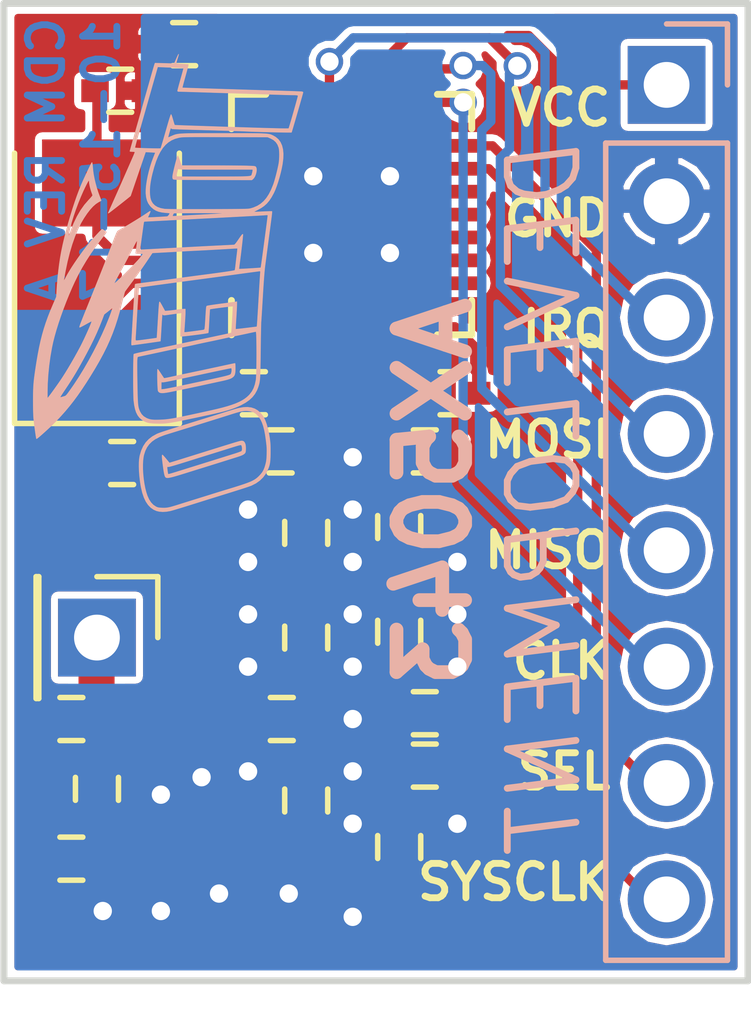
<source format=kicad_pcb>
(kicad_pcb (version 4) (host pcbnew 4.0.5+dfsg1-4)

  (general
    (links 75)
    (no_connects 0)
    (area 152.3556 94.2786 173.514734 118.6734)
    (thickness 1.6)
    (drawings 8)
    (tracks 128)
    (zones 0)
    (modules 48)
    (nets 28)
  )

  (page A4)
  (layers
    (0 F.Cu signal)
    (31 B.Cu signal)
    (32 B.Adhes user)
    (33 F.Adhes user)
    (34 B.Paste user)
    (35 F.Paste user)
    (36 B.SilkS user)
    (37 F.SilkS user)
    (38 B.Mask user)
    (39 F.Mask user)
    (40 Dwgs.User user)
    (41 Cmts.User user)
    (42 Eco1.User user)
    (43 Eco2.User user)
    (44 Edge.Cuts user)
    (45 Margin user)
    (46 B.CrtYd user)
    (47 F.CrtYd user)
    (48 B.Fab user hide)
    (49 F.Fab user hide)
  )

  (setup
    (last_trace_width 0.2032)
    (user_trace_width 0.254)
    (user_trace_width 0.7874)
    (trace_clearance 0.1524)
    (zone_clearance 0.1524)
    (zone_45_only no)
    (trace_min 0.2)
    (segment_width 0.2)
    (edge_width 0.15)
    (via_size 0.6)
    (via_drill 0.4)
    (via_min_size 0.4)
    (via_min_drill 0.3)
    (uvia_size 0.3)
    (uvia_drill 0.1)
    (uvias_allowed no)
    (uvia_min_size 0)
    (uvia_min_drill 0)
    (pcb_text_width 0.3)
    (pcb_text_size 1.5 1.5)
    (mod_edge_width 0.15)
    (mod_text_size 1 1)
    (mod_text_width 0.15)
    (pad_size 1.675 1.675)
    (pad_drill 0)
    (pad_to_mask_clearance 0.2)
    (aux_axis_origin 0 0)
    (visible_elements FFFEEF7F)
    (pcbplotparams
      (layerselection 0x010f0_80000001)
      (usegerberextensions true)
      (excludeedgelayer true)
      (linewidth 0.100000)
      (plotframeref false)
      (viasonmask false)
      (mode 1)
      (useauxorigin false)
      (hpglpennumber 1)
      (hpglpenspeed 20)
      (hpglpendiameter 15)
      (hpglpenoverlay 2)
      (psnegative false)
      (psa4output false)
      (plotreference true)
      (plotvalue true)
      (plotinvisibletext false)
      (padsonsilk false)
      (subtractmaskfromsilk false)
      (outputformat 1)
      (mirror false)
      (drillshape 0)
      (scaleselection 1)
      (outputdirectory "AX5043 REV A GERBER"))
  )

  (net 0 "")
  (net 1 GND)
  (net 2 "Net-(C6-Pad1)")
  (net 3 "Net-(C7-Pad2)")
  (net 4 VCC)
  (net 5 IRQ)
  (net 6 MOSI)
  (net 7 MISO)
  (net 8 CLK)
  (net 9 SEL)
  (net 10 SYSCLK)
  (net 11 "Net-(U1-Pad5)")
  (net 12 "Net-(U1-Pad8)")
  (net 13 "Net-(U1-Pad10)")
  (net 14 "Net-(U1-Pad11)")
  (net 15 "Net-(U1-Pad12)")
  (net 16 "Net-(U1-Pad20)")
  (net 17 "Net-(U1-Pad21)")
  (net 18 "Net-(AE1-Pad1)")
  (net 19 "Net-(C2-Pad1)")
  (net 20 ANTP)
  (net 21 "Net-(C9-Pad2)")
  (net 22 ANTN)
  (net 23 "Net-(C10-Pad2)")
  (net 24 "Net-(C13-Pad1)")
  (net 25 "Net-(C14-Pad1)")
  (net 26 "Net-(C3-Pad2)")
  (net 27 "Net-(C4-Pad2)")

  (net_class Default "This is the default net class."
    (clearance 0.1524)
    (trace_width 0.2032)
    (via_dia 0.6)
    (via_drill 0.4)
    (uvia_dia 0.3)
    (uvia_drill 0.1)
    (add_net ANTN)
    (add_net ANTP)
    (add_net CLK)
    (add_net GND)
    (add_net IRQ)
    (add_net MISO)
    (add_net MOSI)
    (add_net "Net-(AE1-Pad1)")
    (add_net "Net-(C10-Pad2)")
    (add_net "Net-(C13-Pad1)")
    (add_net "Net-(C14-Pad1)")
    (add_net "Net-(C2-Pad1)")
    (add_net "Net-(C3-Pad2)")
    (add_net "Net-(C4-Pad2)")
    (add_net "Net-(C6-Pad1)")
    (add_net "Net-(C7-Pad2)")
    (add_net "Net-(C9-Pad2)")
    (add_net "Net-(U1-Pad10)")
    (add_net "Net-(U1-Pad11)")
    (add_net "Net-(U1-Pad12)")
    (add_net "Net-(U1-Pad20)")
    (add_net "Net-(U1-Pad21)")
    (add_net "Net-(U1-Pad5)")
    (add_net "Net-(U1-Pad8)")
    (add_net SEL)
    (add_net SYSCLK)
    (add_net VCC)
  )

  (module "MOD:GND VIA" (layer F.Cu) (tedit 59E3CCCE) (tstamp 59E3D6C7)
    (at 157.099 112.649 90)
    (fp_text reference "" (at 0 0 90) (layer F.SilkS)
      (effects (font (thickness 0.15)))
    )
    (fp_text value "" (at 0 0 90) (layer F.SilkS)
      (effects (font (thickness 0.15)))
    )
    (pad 1 thru_hole circle (at 0 1.27 90) (size 0.6 0.6) (drill 0.4) (layers *.Cu)
      (net 1 GND) (zone_connect 2))
  )

  (module "MOD:GND VIA" (layer F.Cu) (tedit 59E3CCCE) (tstamp 59E3D6C3)
    (at 156.21 113.03 90)
    (fp_text reference "" (at 0 0 90) (layer F.SilkS)
      (effects (font (thickness 0.15)))
    )
    (fp_text value "" (at 0 0 90) (layer F.SilkS)
      (effects (font (thickness 0.15)))
    )
    (pad 1 thru_hole circle (at 0 1.27 90) (size 0.6 0.6) (drill 0.4) (layers *.Cu)
      (net 1 GND) (zone_connect 2))
  )

  (module "MOD:GND VIA" (layer F.Cu) (tedit 59E3CCCE) (tstamp 59E3D6BE)
    (at 154.94 115.57 90)
    (fp_text reference "" (at 0 0 90) (layer F.SilkS)
      (effects (font (thickness 0.15)))
    )
    (fp_text value "" (at 0 0 90) (layer F.SilkS)
      (effects (font (thickness 0.15)))
    )
    (pad 1 thru_hole circle (at 0 1.27 90) (size 0.6 0.6) (drill 0.4) (layers *.Cu)
      (net 1 GND) (zone_connect 2))
  )

  (module "MOD:GND VIA" (layer F.Cu) (tedit 59E3CCCE) (tstamp 59E3D6BA)
    (at 156.21 115.57 90)
    (fp_text reference "" (at 0 0 90) (layer F.SilkS)
      (effects (font (thickness 0.15)))
    )
    (fp_text value "" (at 0 0 90) (layer F.SilkS)
      (effects (font (thickness 0.15)))
    )
    (pad 1 thru_hole circle (at 0 1.27 90) (size 0.6 0.6) (drill 0.4) (layers *.Cu)
      (net 1 GND) (zone_connect 2))
  )

  (module "MOD:GND VIA" (layer F.Cu) (tedit 59E3CCCE) (tstamp 59E3D6B6)
    (at 157.48 115.189 90)
    (fp_text reference "" (at 0 0 90) (layer F.SilkS)
      (effects (font (thickness 0.15)))
    )
    (fp_text value "" (at 0 0 90) (layer F.SilkS)
      (effects (font (thickness 0.15)))
    )
    (pad 1 thru_hole circle (at 0 1.27 90) (size 0.6 0.6) (drill 0.4) (layers *.Cu)
      (net 1 GND) (zone_connect 2))
  )

  (module "MOD:GND VIA" (layer F.Cu) (tedit 59E3CCCE) (tstamp 59E3D6B2)
    (at 159.004 115.189 90)
    (fp_text reference "" (at 0 0 90) (layer F.SilkS)
      (effects (font (thickness 0.15)))
    )
    (fp_text value "" (at 0 0 90) (layer F.SilkS)
      (effects (font (thickness 0.15)))
    )
    (pad 1 thru_hole circle (at 0 1.27 90) (size 0.6 0.6) (drill 0.4) (layers *.Cu)
      (net 1 GND) (zone_connect 2))
  )

  (module "MOD:GND VIA" (layer F.Cu) (tedit 59E3CCCE) (tstamp 59E3D6AE)
    (at 160.401 115.697 90)
    (fp_text reference "" (at 0 0 90) (layer F.SilkS)
      (effects (font (thickness 0.15)))
    )
    (fp_text value "" (at 0 0 90) (layer F.SilkS)
      (effects (font (thickness 0.15)))
    )
    (pad 1 thru_hole circle (at 0 1.27 90) (size 0.6 0.6) (drill 0.4) (layers *.Cu)
      (net 1 GND) (zone_connect 2))
  )

  (module "MOD:GND VIA" (layer F.Cu) (tedit 59E3CCCE) (tstamp 59E3D6A8)
    (at 158.115 106.807 90)
    (fp_text reference "" (at 0 0 90) (layer F.SilkS)
      (effects (font (thickness 0.15)))
    )
    (fp_text value "" (at 0 0 90) (layer F.SilkS)
      (effects (font (thickness 0.15)))
    )
    (pad 1 thru_hole circle (at 0 1.27 90) (size 0.6 0.6) (drill 0.4) (layers *.Cu)
      (net 1 GND) (zone_connect 2))
  )

  (module "MOD:GND VIA" (layer F.Cu) (tedit 59E3CCCE) (tstamp 59E3D6A4)
    (at 158.115 107.95 90)
    (fp_text reference "" (at 0 0 90) (layer F.SilkS)
      (effects (font (thickness 0.15)))
    )
    (fp_text value "" (at 0 0 90) (layer F.SilkS)
      (effects (font (thickness 0.15)))
    )
    (pad 1 thru_hole circle (at 0 1.27 90) (size 0.6 0.6) (drill 0.4) (layers *.Cu)
      (net 1 GND) (zone_connect 2))
  )

  (module "MOD:GND VIA" (layer F.Cu) (tedit 59E3CCCE) (tstamp 59E3D6A0)
    (at 158.115 109.093 90)
    (fp_text reference "" (at 0 0 90) (layer F.SilkS)
      (effects (font (thickness 0.15)))
    )
    (fp_text value "" (at 0 0 90) (layer F.SilkS)
      (effects (font (thickness 0.15)))
    )
    (pad 1 thru_hole circle (at 0 1.27 90) (size 0.6 0.6) (drill 0.4) (layers *.Cu)
      (net 1 GND) (zone_connect 2))
  )

  (module "MOD:GND VIA" (layer F.Cu) (tedit 59E3CCCE) (tstamp 59E3D69C)
    (at 158.115 110.236 90)
    (fp_text reference "" (at 0 0 90) (layer F.SilkS)
      (effects (font (thickness 0.15)))
    )
    (fp_text value "" (at 0 0 90) (layer F.SilkS)
      (effects (font (thickness 0.15)))
    )
    (pad 1 thru_hole circle (at 0 1.27 90) (size 0.6 0.6) (drill 0.4) (layers *.Cu)
      (net 1 GND) (zone_connect 2))
  )

  (module "MOD:GND VIA" (layer F.Cu) (tedit 59E3CCCE) (tstamp 59E3D698)
    (at 158.115 112.522 90)
    (fp_text reference "" (at 0 0 90) (layer F.SilkS)
      (effects (font (thickness 0.15)))
    )
    (fp_text value "" (at 0 0 90) (layer F.SilkS)
      (effects (font (thickness 0.15)))
    )
    (pad 1 thru_hole circle (at 0 1.27 90) (size 0.6 0.6) (drill 0.4) (layers *.Cu)
      (net 1 GND) (zone_connect 2))
  )

  (module "MOD:GND VIA" (layer F.Cu) (tedit 59E3CCCE) (tstamp 59E3D694)
    (at 162.687 113.665 90)
    (fp_text reference "" (at 0 0 90) (layer F.SilkS)
      (effects (font (thickness 0.15)))
    )
    (fp_text value "" (at 0 0 90) (layer F.SilkS)
      (effects (font (thickness 0.15)))
    )
    (pad 1 thru_hole circle (at 0 1.27 90) (size 0.6 0.6) (drill 0.4) (layers *.Cu)
      (net 1 GND) (zone_connect 2))
  )

  (module "MOD:GND VIA" (layer F.Cu) (tedit 59E3CCCE) (tstamp 59E3D68D)
    (at 162.687 110.236 90)
    (fp_text reference "" (at 0 0 90) (layer F.SilkS)
      (effects (font (thickness 0.15)))
    )
    (fp_text value "" (at 0 0 90) (layer F.SilkS)
      (effects (font (thickness 0.15)))
    )
    (pad 1 thru_hole circle (at 0 1.27 90) (size 0.6 0.6) (drill 0.4) (layers *.Cu)
      (net 1 GND) (zone_connect 2))
  )

  (module "MOD:GND VIA" (layer F.Cu) (tedit 59E3CCCE) (tstamp 59E3D689)
    (at 162.687 109.093 90)
    (fp_text reference "" (at 0 0 90) (layer F.SilkS)
      (effects (font (thickness 0.15)))
    )
    (fp_text value "" (at 0 0 90) (layer F.SilkS)
      (effects (font (thickness 0.15)))
    )
    (pad 1 thru_hole circle (at 0 1.27 90) (size 0.6 0.6) (drill 0.4) (layers *.Cu)
      (net 1 GND) (zone_connect 2))
  )

  (module "MOD:GND VIA" (layer F.Cu) (tedit 59E3CCCE) (tstamp 59E3D685)
    (at 162.687 107.95 90)
    (fp_text reference "" (at 0 0 90) (layer F.SilkS)
      (effects (font (thickness 0.15)))
    )
    (fp_text value "" (at 0 0 90) (layer F.SilkS)
      (effects (font (thickness 0.15)))
    )
    (pad 1 thru_hole circle (at 0 1.27 90) (size 0.6 0.6) (drill 0.4) (layers *.Cu)
      (net 1 GND) (zone_connect 2))
  )

  (module "MOD:GND VIA" (layer F.Cu) (tedit 59E3CCCE) (tstamp 59E3CCEE)
    (at 160.401 113.665 90)
    (fp_text reference "" (at 0 0 90) (layer F.SilkS)
      (effects (font (thickness 0.15)))
    )
    (fp_text value "" (at 0 0 90) (layer F.SilkS)
      (effects (font (thickness 0.15)))
    )
    (pad 1 thru_hole circle (at 0 1.27 90) (size 0.6 0.6) (drill 0.4) (layers *.Cu)
      (net 1 GND) (zone_connect 2))
  )

  (module "MOD:GND VIA" (layer F.Cu) (tedit 59E3CCCE) (tstamp 59E3CCEA)
    (at 160.401 112.522 90)
    (fp_text reference "" (at 0 0 90) (layer F.SilkS)
      (effects (font (thickness 0.15)))
    )
    (fp_text value "" (at 0 0 90) (layer F.SilkS)
      (effects (font (thickness 0.15)))
    )
    (pad 1 thru_hole circle (at 0 1.27 90) (size 0.6 0.6) (drill 0.4) (layers *.Cu)
      (net 1 GND) (zone_connect 2))
  )

  (module "MOD:GND VIA" (layer F.Cu) (tedit 59E3CCCE) (tstamp 59E3CCE6)
    (at 160.401 111.379 90)
    (fp_text reference "" (at 0 0 90) (layer F.SilkS)
      (effects (font (thickness 0.15)))
    )
    (fp_text value "" (at 0 0 90) (layer F.SilkS)
      (effects (font (thickness 0.15)))
    )
    (pad 1 thru_hole circle (at 0 1.27 90) (size 0.6 0.6) (drill 0.4) (layers *.Cu)
      (net 1 GND) (zone_connect 2))
  )

  (module "MOD:GND VIA" (layer F.Cu) (tedit 59E3CCCE) (tstamp 59E3CCE2)
    (at 160.401 110.236 90)
    (fp_text reference "" (at 0 0 90) (layer F.SilkS)
      (effects (font (thickness 0.15)))
    )
    (fp_text value "" (at 0 0 90) (layer F.SilkS)
      (effects (font (thickness 0.15)))
    )
    (pad 1 thru_hole circle (at 0 1.27 90) (size 0.6 0.6) (drill 0.4) (layers *.Cu)
      (net 1 GND) (zone_connect 2))
  )

  (module "MOD:GND VIA" (layer F.Cu) (tedit 59E3CCCE) (tstamp 59E3CCDE)
    (at 160.401 105.664001 90)
    (fp_text reference "" (at 0 0 90) (layer F.SilkS)
      (effects (font (thickness 0.15)))
    )
    (fp_text value "" (at 0 0 90) (layer F.SilkS)
      (effects (font (thickness 0.15)))
    )
    (pad 1 thru_hole circle (at 0 1.27 90) (size 0.6 0.6) (drill 0.4) (layers *.Cu)
      (net 1 GND) (zone_connect 2))
  )

  (module "MOD:GND VIA" (layer F.Cu) (tedit 59E3CCCE) (tstamp 59E3CCDA)
    (at 160.401 106.807 90)
    (fp_text reference "" (at 0 0 90) (layer F.SilkS)
      (effects (font (thickness 0.15)))
    )
    (fp_text value "" (at 0 0 90) (layer F.SilkS)
      (effects (font (thickness 0.15)))
    )
    (pad 1 thru_hole circle (at 0 1.27 90) (size 0.6 0.6) (drill 0.4) (layers *.Cu)
      (net 1 GND) (zone_connect 2))
  )

  (module "MOD:GND VIA" (layer F.Cu) (tedit 59E3CCCE) (tstamp 59E3CCD6)
    (at 160.401 107.95 90)
    (fp_text reference "" (at 0 0 90) (layer F.SilkS)
      (effects (font (thickness 0.15)))
    )
    (fp_text value "" (at 0 0 90) (layer F.SilkS)
      (effects (font (thickness 0.15)))
    )
    (pad 1 thru_hole circle (at 0 1.27 90) (size 0.6 0.6) (drill 0.4) (layers *.Cu)
      (net 1 GND) (zone_connect 2))
  )

  (module Pin_Headers:Pin_Header_Straight_1x01_Pitch2.54mm (layer F.Cu) (tedit 59E3C7F5) (tstamp 59E3C7E1)
    (at 156.083 109.601 270)
    (descr "Through hole straight pin header, 1x01, 2.54mm pitch, single row")
    (tags "Through hole pin header THT 1x01 2.54mm single row")
    (path /59C45005)
    (fp_text reference AE1 (at 0 -2.33 270) (layer F.SilkS) hide
      (effects (font (size 1 1) (thickness 0.15)))
    )
    (fp_text value Antenna (at 0 2.33 270) (layer F.Fab)
      (effects (font (size 1 1) (thickness 0.15)))
    )
    (fp_line (start -0.635 -1.27) (end 1.27 -1.27) (layer F.Fab) (width 0.1))
    (fp_line (start 1.27 -1.27) (end 1.27 1.27) (layer F.Fab) (width 0.1))
    (fp_line (start 1.27 1.27) (end -1.27 1.27) (layer F.Fab) (width 0.1))
    (fp_line (start -1.27 1.27) (end -1.27 -0.635) (layer F.Fab) (width 0.1))
    (fp_line (start -1.27 -0.635) (end -0.635 -1.27) (layer F.Fab) (width 0.1))
    (fp_line (start -1.33 1.33) (end 1.33 1.33) (layer F.SilkS) (width 0.12))
    (fp_line (start -1.33 1.27) (end -1.33 1.33) (layer F.SilkS) (width 0.12))
    (fp_line (start 1.33 1.27) (end 1.33 1.33) (layer F.SilkS) (width 0.12))
    (fp_line (start -1.33 1.27) (end 1.33 1.27) (layer F.SilkS) (width 0.12))
    (fp_line (start -1.33 0) (end -1.33 -1.33) (layer F.SilkS) (width 0.12))
    (fp_line (start -1.33 -1.33) (end 0 -1.33) (layer F.SilkS) (width 0.12))
    (fp_line (start -1.8 -1.8) (end -1.8 1.8) (layer F.CrtYd) (width 0.05))
    (fp_line (start -1.8 1.8) (end 1.8 1.8) (layer F.CrtYd) (width 0.05))
    (fp_line (start 1.8 1.8) (end 1.8 -1.8) (layer F.CrtYd) (width 0.05))
    (fp_line (start 1.8 -1.8) (end -1.8 -1.8) (layer F.CrtYd) (width 0.05))
    (fp_text user %R (at 0 0 360) (layer F.Fab)
      (effects (font (size 1 1) (thickness 0.15)))
    )
    (pad 1 thru_hole rect (at 0 0 270) (size 1.7 1.7) (drill 1) (layers *.Cu *.Mask)
      (net 18 "Net-(AE1-Pad1)"))
    (model ${KISYS3DMOD}/Pin_Headers.3dshapes/Pin_Header_Straight_1x01_Pitch2.54mm.wrl
      (at (xyz 0 0 0))
      (scale (xyz 1 1 1))
      (rotate (xyz 0 0 0))
    )
  )

  (module Capacitors_SMD:C_0402 (layer F.Cu) (tedit 59E3C7F1) (tstamp 59E3C7E7)
    (at 155.5242 111.378999)
    (descr "Capacitor SMD 0402, reflow soldering, AVX (see smccp.pdf)")
    (tags "capacitor 0402")
    (path /59C44D89)
    (attr smd)
    (fp_text reference C1 (at 0 -1.27) (layer F.SilkS) hide
      (effects (font (size 1 1) (thickness 0.15)))
    )
    (fp_text value 151pF (at 0 1.27) (layer F.Fab)
      (effects (font (size 1 1) (thickness 0.15)))
    )
    (fp_text user %R (at 0 -1.27) (layer F.Fab)
      (effects (font (size 1 1) (thickness 0.15)))
    )
    (fp_line (start -0.5 0.25) (end -0.5 -0.25) (layer F.Fab) (width 0.1))
    (fp_line (start 0.5 0.25) (end -0.5 0.25) (layer F.Fab) (width 0.1))
    (fp_line (start 0.5 -0.25) (end 0.5 0.25) (layer F.Fab) (width 0.1))
    (fp_line (start -0.5 -0.25) (end 0.5 -0.25) (layer F.Fab) (width 0.1))
    (fp_line (start 0.25 -0.47) (end -0.25 -0.47) (layer F.SilkS) (width 0.12))
    (fp_line (start -0.25 0.47) (end 0.25 0.47) (layer F.SilkS) (width 0.12))
    (fp_line (start -1 -0.4) (end 1 -0.4) (layer F.CrtYd) (width 0.05))
    (fp_line (start -1 -0.4) (end -1 0.4) (layer F.CrtYd) (width 0.05))
    (fp_line (start 1 0.4) (end 1 -0.4) (layer F.CrtYd) (width 0.05))
    (fp_line (start 1 0.4) (end -1 0.4) (layer F.CrtYd) (width 0.05))
    (pad 1 smd rect (at -0.55 0) (size 0.6 0.5) (layers F.Cu F.Paste F.Mask)
      (net 1 GND))
    (pad 2 smd rect (at 0.55 0) (size 0.6 0.5) (layers F.Cu F.Paste F.Mask)
      (net 18 "Net-(AE1-Pad1)"))
    (model Capacitors_SMD.3dshapes/C_0402.wrl
      (at (xyz 0 0 0))
      (scale (xyz 1 1 1))
      (rotate (xyz 0 0 0))
    )
  )

  (module Capacitors_SMD:C_0402 (layer F.Cu) (tedit 59E3C83E) (tstamp 59E3C7ED)
    (at 155.5242 114.427 180)
    (descr "Capacitor SMD 0402, reflow soldering, AVX (see smccp.pdf)")
    (tags "capacitor 0402")
    (path /59C44DDE)
    (attr smd)
    (fp_text reference C2 (at 0 -1.27 180) (layer F.SilkS) hide
      (effects (font (size 1 1) (thickness 0.15)))
    )
    (fp_text value 129pF (at 0 1.27 180) (layer F.Fab)
      (effects (font (size 1 1) (thickness 0.15)))
    )
    (fp_text user %R (at 0 -1.27 180) (layer F.Fab)
      (effects (font (size 1 1) (thickness 0.15)))
    )
    (fp_line (start -0.5 0.25) (end -0.5 -0.25) (layer F.Fab) (width 0.1))
    (fp_line (start 0.5 0.25) (end -0.5 0.25) (layer F.Fab) (width 0.1))
    (fp_line (start 0.5 -0.25) (end 0.5 0.25) (layer F.Fab) (width 0.1))
    (fp_line (start -0.5 -0.25) (end 0.5 -0.25) (layer F.Fab) (width 0.1))
    (fp_line (start 0.25 -0.47) (end -0.25 -0.47) (layer F.SilkS) (width 0.12))
    (fp_line (start -0.25 0.47) (end 0.25 0.47) (layer F.SilkS) (width 0.12))
    (fp_line (start -1 -0.4) (end 1 -0.4) (layer F.CrtYd) (width 0.05))
    (fp_line (start -1 -0.4) (end -1 0.4) (layer F.CrtYd) (width 0.05))
    (fp_line (start 1 0.4) (end 1 -0.4) (layer F.CrtYd) (width 0.05))
    (fp_line (start 1 0.4) (end -1 0.4) (layer F.CrtYd) (width 0.05))
    (pad 1 smd rect (at -0.55 0 180) (size 0.6 0.5) (layers F.Cu F.Paste F.Mask)
      (net 19 "Net-(C2-Pad1)"))
    (pad 2 smd rect (at 0.55 0 180) (size 0.6 0.5) (layers F.Cu F.Paste F.Mask)
      (net 1 GND))
    (model Capacitors_SMD.3dshapes/C_0402.wrl
      (at (xyz 0 0 0))
      (scale (xyz 1 1 1))
      (rotate (xyz 0 0 0))
    )
  )

  (module Capacitors_SMD:C_0402 (layer F.Cu) (tedit 59E3C7FD) (tstamp 59E3C7F3)
    (at 162.687 114.173 270)
    (descr "Capacitor SMD 0402, reflow soldering, AVX (see smccp.pdf)")
    (tags "capacitor 0402")
    (path /59C3C868)
    (attr smd)
    (fp_text reference C6 (at -7.5311 4.7244 270) (layer F.SilkS) hide
      (effects (font (size 1 1) (thickness 0.15)))
    )
    (fp_text value 5.1pF (at 0 1.27 270) (layer F.Fab)
      (effects (font (size 1 1) (thickness 0.15)))
    )
    (fp_text user %R (at 0 -1.27 270) (layer F.Fab)
      (effects (font (size 1 1) (thickness 0.15)))
    )
    (fp_line (start -0.5 0.25) (end -0.5 -0.25) (layer F.Fab) (width 0.1))
    (fp_line (start 0.5 0.25) (end -0.5 0.25) (layer F.Fab) (width 0.1))
    (fp_line (start 0.5 -0.25) (end 0.5 0.25) (layer F.Fab) (width 0.1))
    (fp_line (start -0.5 -0.25) (end 0.5 -0.25) (layer F.Fab) (width 0.1))
    (fp_line (start 0.25 -0.47) (end -0.25 -0.47) (layer F.SilkS) (width 0.12))
    (fp_line (start -0.25 0.47) (end 0.25 0.47) (layer F.SilkS) (width 0.12))
    (fp_line (start -1 -0.4) (end 1 -0.4) (layer F.CrtYd) (width 0.05))
    (fp_line (start -1 -0.4) (end -1 0.4) (layer F.CrtYd) (width 0.05))
    (fp_line (start 1 0.4) (end 1 -0.4) (layer F.CrtYd) (width 0.05))
    (fp_line (start 1 0.4) (end -1 0.4) (layer F.CrtYd) (width 0.05))
    (pad 1 smd rect (at -0.55 0 270) (size 0.6 0.5) (layers F.Cu F.Paste F.Mask)
      (net 2 "Net-(C6-Pad1)"))
    (pad 2 smd rect (at 0.55 0 270) (size 0.6 0.5) (layers F.Cu F.Paste F.Mask)
      (net 19 "Net-(C2-Pad1)"))
    (model Capacitors_SMD.3dshapes/C_0402.wrl
      (at (xyz 0 0 0))
      (scale (xyz 1 1 1))
      (rotate (xyz 0 0 0))
    )
  )

  (module Capacitors_SMD:C_0402 (layer F.Cu) (tedit 59E3C85D) (tstamp 59E3C7F9)
    (at 160.1216 111.378999)
    (descr "Capacitor SMD 0402, reflow soldering, AVX (see smccp.pdf)")
    (tags "capacitor 0402")
    (path /59C3C22B)
    (attr smd)
    (fp_text reference C7 (at 0 -1.27) (layer F.SilkS) hide
      (effects (font (size 1 1) (thickness 0.15)))
    )
    (fp_text value 11pF (at 0 1.27) (layer F.Fab)
      (effects (font (size 1 1) (thickness 0.15)))
    )
    (fp_text user %R (at 0 -1.27) (layer F.Fab)
      (effects (font (size 1 1) (thickness 0.15)))
    )
    (fp_line (start -0.5 0.25) (end -0.5 -0.25) (layer F.Fab) (width 0.1))
    (fp_line (start 0.5 0.25) (end -0.5 0.25) (layer F.Fab) (width 0.1))
    (fp_line (start 0.5 -0.25) (end 0.5 0.25) (layer F.Fab) (width 0.1))
    (fp_line (start -0.5 -0.25) (end 0.5 -0.25) (layer F.Fab) (width 0.1))
    (fp_line (start 0.25 -0.47) (end -0.25 -0.47) (layer F.SilkS) (width 0.12))
    (fp_line (start -0.25 0.47) (end 0.25 0.47) (layer F.SilkS) (width 0.12))
    (fp_line (start -1 -0.4) (end 1 -0.4) (layer F.CrtYd) (width 0.05))
    (fp_line (start -1 -0.4) (end -1 0.4) (layer F.CrtYd) (width 0.05))
    (fp_line (start 1 0.4) (end 1 -0.4) (layer F.CrtYd) (width 0.05))
    (fp_line (start 1 0.4) (end -1 0.4) (layer F.CrtYd) (width 0.05))
    (pad 1 smd rect (at -0.55 0) (size 0.6 0.5) (layers F.Cu F.Paste F.Mask)
      (net 1 GND))
    (pad 2 smd rect (at 0.55 0) (size 0.6 0.5) (layers F.Cu F.Paste F.Mask)
      (net 3 "Net-(C7-Pad2)"))
    (model Capacitors_SMD.3dshapes/C_0402.wrl
      (at (xyz 0 0 0))
      (scale (xyz 1 1 1))
      (rotate (xyz 0 0 0))
    )
  )

  (module Capacitors_SMD:C_0402 (layer F.Cu) (tedit 59E3C859) (tstamp 59E3C7FF)
    (at 163.2458 111.252 180)
    (descr "Capacitor SMD 0402, reflow soldering, AVX (see smccp.pdf)")
    (tags "capacitor 0402")
    (path /59C3C60A)
    (attr smd)
    (fp_text reference C8 (at 0 -1.27 180) (layer F.SilkS) hide
      (effects (font (size 1 1) (thickness 0.15)))
    )
    (fp_text value 5.6pF (at 0 1.27 180) (layer F.Fab)
      (effects (font (size 1 1) (thickness 0.15)))
    )
    (fp_text user %R (at 0 -1.27 180) (layer F.Fab)
      (effects (font (size 1 1) (thickness 0.15)))
    )
    (fp_line (start -0.5 0.25) (end -0.5 -0.25) (layer F.Fab) (width 0.1))
    (fp_line (start 0.5 0.25) (end -0.5 0.25) (layer F.Fab) (width 0.1))
    (fp_line (start 0.5 -0.25) (end 0.5 0.25) (layer F.Fab) (width 0.1))
    (fp_line (start -0.5 -0.25) (end 0.5 -0.25) (layer F.Fab) (width 0.1))
    (fp_line (start 0.25 -0.47) (end -0.25 -0.47) (layer F.SilkS) (width 0.12))
    (fp_line (start -0.25 0.47) (end 0.25 0.47) (layer F.SilkS) (width 0.12))
    (fp_line (start -1 -0.4) (end 1 -0.4) (layer F.CrtYd) (width 0.05))
    (fp_line (start -1 -0.4) (end -1 0.4) (layer F.CrtYd) (width 0.05))
    (fp_line (start 1 0.4) (end 1 -0.4) (layer F.CrtYd) (width 0.05))
    (fp_line (start 1 0.4) (end -1 0.4) (layer F.CrtYd) (width 0.05))
    (pad 1 smd rect (at -0.55 0 180) (size 0.6 0.5) (layers F.Cu F.Paste F.Mask)
      (net 1 GND))
    (pad 2 smd rect (at 0.55 0 180) (size 0.6 0.5) (layers F.Cu F.Paste F.Mask)
      (net 2 "Net-(C6-Pad1)"))
    (model Capacitors_SMD.3dshapes/C_0402.wrl
      (at (xyz 0 0 0))
      (scale (xyz 1 1 1))
      (rotate (xyz 0 0 0))
    )
  )

  (module Capacitors_SMD:C_0402 (layer F.Cu) (tedit 59E3C844) (tstamp 59E3C805)
    (at 160.655 107.315 270)
    (descr "Capacitor SMD 0402, reflow soldering, AVX (see smccp.pdf)")
    (tags "capacitor 0402")
    (path /59C3BF94)
    (attr smd)
    (fp_text reference C9 (at 0 -1.27 270) (layer F.SilkS) hide
      (effects (font (size 1 1) (thickness 0.15)))
    )
    (fp_text value 4.3pF (at 0 1.27 270) (layer F.Fab)
      (effects (font (size 1 1) (thickness 0.15)))
    )
    (fp_text user %R (at 0 -1.27 270) (layer F.Fab)
      (effects (font (size 1 1) (thickness 0.15)))
    )
    (fp_line (start -0.5 0.25) (end -0.5 -0.25) (layer F.Fab) (width 0.1))
    (fp_line (start 0.5 0.25) (end -0.5 0.25) (layer F.Fab) (width 0.1))
    (fp_line (start 0.5 -0.25) (end 0.5 0.25) (layer F.Fab) (width 0.1))
    (fp_line (start -0.5 -0.25) (end 0.5 -0.25) (layer F.Fab) (width 0.1))
    (fp_line (start 0.25 -0.47) (end -0.25 -0.47) (layer F.SilkS) (width 0.12))
    (fp_line (start -0.25 0.47) (end 0.25 0.47) (layer F.SilkS) (width 0.12))
    (fp_line (start -1 -0.4) (end 1 -0.4) (layer F.CrtYd) (width 0.05))
    (fp_line (start -1 -0.4) (end -1 0.4) (layer F.CrtYd) (width 0.05))
    (fp_line (start 1 0.4) (end 1 -0.4) (layer F.CrtYd) (width 0.05))
    (fp_line (start 1 0.4) (end -1 0.4) (layer F.CrtYd) (width 0.05))
    (pad 1 smd rect (at -0.55 0 270) (size 0.6 0.5) (layers F.Cu F.Paste F.Mask)
      (net 20 ANTP))
    (pad 2 smd rect (at 0.55 0 270) (size 0.6 0.5) (layers F.Cu F.Paste F.Mask)
      (net 21 "Net-(C9-Pad2)"))
    (model Capacitors_SMD.3dshapes/C_0402.wrl
      (at (xyz 0 0 0))
      (scale (xyz 1 1 1))
      (rotate (xyz 0 0 0))
    )
  )

  (module Capacitors_SMD:C_0402 (layer F.Cu) (tedit 59E3C855) (tstamp 59E3C80B)
    (at 162.687001 107.188 270)
    (descr "Capacitor SMD 0402, reflow soldering, AVX (see smccp.pdf)")
    (tags "capacitor 0402")
    (path /59C3C5F8)
    (attr smd)
    (fp_text reference C10 (at 0 -1.27 270) (layer F.SilkS) hide
      (effects (font (size 1 1) (thickness 0.15)))
    )
    (fp_text value 4.3pF (at 0 1.27 270) (layer F.Fab)
      (effects (font (size 1 1) (thickness 0.15)))
    )
    (fp_text user %R (at 0 -1.27 270) (layer F.Fab)
      (effects (font (size 1 1) (thickness 0.15)))
    )
    (fp_line (start -0.5 0.25) (end -0.5 -0.25) (layer F.Fab) (width 0.1))
    (fp_line (start 0.5 0.25) (end -0.5 0.25) (layer F.Fab) (width 0.1))
    (fp_line (start 0.5 -0.25) (end 0.5 0.25) (layer F.Fab) (width 0.1))
    (fp_line (start -0.5 -0.25) (end 0.5 -0.25) (layer F.Fab) (width 0.1))
    (fp_line (start 0.25 -0.47) (end -0.25 -0.47) (layer F.SilkS) (width 0.12))
    (fp_line (start -0.25 0.47) (end 0.25 0.47) (layer F.SilkS) (width 0.12))
    (fp_line (start -1 -0.4) (end 1 -0.4) (layer F.CrtYd) (width 0.05))
    (fp_line (start -1 -0.4) (end -1 0.4) (layer F.CrtYd) (width 0.05))
    (fp_line (start 1 0.4) (end 1 -0.4) (layer F.CrtYd) (width 0.05))
    (fp_line (start 1 0.4) (end -1 0.4) (layer F.CrtYd) (width 0.05))
    (pad 1 smd rect (at -0.55 0 270) (size 0.6 0.5) (layers F.Cu F.Paste F.Mask)
      (net 22 ANTN))
    (pad 2 smd rect (at 0.55 0 270) (size 0.6 0.5) (layers F.Cu F.Paste F.Mask)
      (net 23 "Net-(C10-Pad2)"))
    (model Capacitors_SMD.3dshapes/C_0402.wrl
      (at (xyz 0 0 0))
      (scale (xyz 1 1 1))
      (rotate (xyz 0 0 0))
    )
  )

  (module Capacitors_SMD:C_0402 (layer F.Cu) (tedit 59E3C867) (tstamp 59E3C811)
    (at 159.512001 104.267)
    (descr "Capacitor SMD 0402, reflow soldering, AVX (see smccp.pdf)")
    (tags "capacitor 0402")
    (path /59E2D11F)
    (attr smd)
    (fp_text reference C13 (at 0 -1.27) (layer F.SilkS) hide
      (effects (font (size 1 1) (thickness 0.15)))
    )
    (fp_text value 1uF (at 0 1.27) (layer F.Fab)
      (effects (font (size 1 1) (thickness 0.15)))
    )
    (fp_text user %R (at 0 -1.27) (layer F.Fab)
      (effects (font (size 1 1) (thickness 0.15)))
    )
    (fp_line (start -0.5 0.25) (end -0.5 -0.25) (layer F.Fab) (width 0.1))
    (fp_line (start 0.5 0.25) (end -0.5 0.25) (layer F.Fab) (width 0.1))
    (fp_line (start 0.5 -0.25) (end 0.5 0.25) (layer F.Fab) (width 0.1))
    (fp_line (start -0.5 -0.25) (end 0.5 -0.25) (layer F.Fab) (width 0.1))
    (fp_line (start 0.25 -0.47) (end -0.25 -0.47) (layer F.SilkS) (width 0.12))
    (fp_line (start -0.25 0.47) (end 0.25 0.47) (layer F.SilkS) (width 0.12))
    (fp_line (start -1 -0.4) (end 1 -0.4) (layer F.CrtYd) (width 0.05))
    (fp_line (start -1 -0.4) (end -1 0.4) (layer F.CrtYd) (width 0.05))
    (fp_line (start 1 0.4) (end 1 -0.4) (layer F.CrtYd) (width 0.05))
    (fp_line (start 1 0.4) (end -1 0.4) (layer F.CrtYd) (width 0.05))
    (pad 1 smd rect (at -0.55 0) (size 0.6 0.5) (layers F.Cu F.Paste F.Mask)
      (net 24 "Net-(C13-Pad1)"))
    (pad 2 smd rect (at 0.55 0) (size 0.6 0.5) (layers F.Cu F.Paste F.Mask)
      (net 1 GND))
    (model Capacitors_SMD.3dshapes/C_0402.wrl
      (at (xyz 0 0 0))
      (scale (xyz 1 1 1))
      (rotate (xyz 0 0 0))
    )
  )

  (module Capacitors_SMD:C_0402 (layer F.Cu) (tedit 59E3C85F) (tstamp 59E3C817)
    (at 163.83 104.267 180)
    (descr "Capacitor SMD 0402, reflow soldering, AVX (see smccp.pdf)")
    (tags "capacitor 0402")
    (path /59E2D30A)
    (attr smd)
    (fp_text reference C14 (at 0 -1.27 180) (layer F.SilkS) hide
      (effects (font (size 1 1) (thickness 0.15)))
    )
    (fp_text value 1uF (at 0 1.27 180) (layer F.Fab)
      (effects (font (size 1 1) (thickness 0.15)))
    )
    (fp_text user %R (at 0 -1.27 180) (layer F.Fab)
      (effects (font (size 1 1) (thickness 0.15)))
    )
    (fp_line (start -0.5 0.25) (end -0.5 -0.25) (layer F.Fab) (width 0.1))
    (fp_line (start 0.5 0.25) (end -0.5 0.25) (layer F.Fab) (width 0.1))
    (fp_line (start 0.5 -0.25) (end 0.5 0.25) (layer F.Fab) (width 0.1))
    (fp_line (start -0.5 -0.25) (end 0.5 -0.25) (layer F.Fab) (width 0.1))
    (fp_line (start 0.25 -0.47) (end -0.25 -0.47) (layer F.SilkS) (width 0.12))
    (fp_line (start -0.25 0.47) (end 0.25 0.47) (layer F.SilkS) (width 0.12))
    (fp_line (start -1 -0.4) (end 1 -0.4) (layer F.CrtYd) (width 0.05))
    (fp_line (start -1 -0.4) (end -1 0.4) (layer F.CrtYd) (width 0.05))
    (fp_line (start 1 0.4) (end 1 -0.4) (layer F.CrtYd) (width 0.05))
    (fp_line (start 1 0.4) (end -1 0.4) (layer F.CrtYd) (width 0.05))
    (pad 1 smd rect (at -0.55 0 180) (size 0.6 0.5) (layers F.Cu F.Paste F.Mask)
      (net 25 "Net-(C14-Pad1)"))
    (pad 2 smd rect (at 0.55 0 180) (size 0.6 0.5) (layers F.Cu F.Paste F.Mask)
      (net 1 GND))
    (model Capacitors_SMD.3dshapes/C_0402.wrl
      (at (xyz 0 0 0))
      (scale (xyz 1 1 1))
      (rotate (xyz 0 0 0))
    )
  )

  (module Capacitors_SMD:C_0402 (layer F.Cu) (tedit 59E3C862) (tstamp 59E3C81D)
    (at 156.083 112.903 90)
    (descr "Capacitor SMD 0402, reflow soldering, AVX (see smccp.pdf)")
    (tags "capacitor 0402")
    (path /59C44D24)
    (attr smd)
    (fp_text reference L1 (at 0 -1.27 90) (layer F.SilkS) hide
      (effects (font (size 1 1) (thickness 0.15)))
    )
    (fp_text value .002uH (at 0 1.27 90) (layer F.Fab)
      (effects (font (size 1 1) (thickness 0.15)))
    )
    (fp_text user %R (at 0 -1.27 90) (layer F.Fab)
      (effects (font (size 1 1) (thickness 0.15)))
    )
    (fp_line (start -0.5 0.25) (end -0.5 -0.25) (layer F.Fab) (width 0.1))
    (fp_line (start 0.5 0.25) (end -0.5 0.25) (layer F.Fab) (width 0.1))
    (fp_line (start 0.5 -0.25) (end 0.5 0.25) (layer F.Fab) (width 0.1))
    (fp_line (start -0.5 -0.25) (end 0.5 -0.25) (layer F.Fab) (width 0.1))
    (fp_line (start 0.25 -0.47) (end -0.25 -0.47) (layer F.SilkS) (width 0.12))
    (fp_line (start -0.25 0.47) (end 0.25 0.47) (layer F.SilkS) (width 0.12))
    (fp_line (start -1 -0.4) (end 1 -0.4) (layer F.CrtYd) (width 0.05))
    (fp_line (start -1 -0.4) (end -1 0.4) (layer F.CrtYd) (width 0.05))
    (fp_line (start 1 0.4) (end 1 -0.4) (layer F.CrtYd) (width 0.05))
    (fp_line (start 1 0.4) (end -1 0.4) (layer F.CrtYd) (width 0.05))
    (pad 1 smd rect (at -0.55 0 90) (size 0.6 0.5) (layers F.Cu F.Paste F.Mask)
      (net 19 "Net-(C2-Pad1)"))
    (pad 2 smd rect (at 0.55 0 90) (size 0.6 0.5) (layers F.Cu F.Paste F.Mask)
      (net 18 "Net-(AE1-Pad1)"))
    (model Capacitors_SMD.3dshapes/C_0402.wrl
      (at (xyz 0 0 0))
      (scale (xyz 1 1 1))
      (rotate (xyz 0 0 0))
    )
  )

  (module Capacitors_SMD:C_0402 (layer F.Cu) (tedit 59E3C86B) (tstamp 59E3C823)
    (at 160.655 113.157 270)
    (descr "Capacitor SMD 0402, reflow soldering, AVX (see smccp.pdf)")
    (tags "capacitor 0402")
    (path /59C3C1D3)
    (attr smd)
    (fp_text reference L3 (at 0 -1.27 270) (layer F.SilkS) hide
      (effects (font (size 1 1) (thickness 0.15)))
    )
    (fp_text value 27nH (at 0 1.27 270) (layer F.Fab)
      (effects (font (size 1 1) (thickness 0.15)))
    )
    (fp_text user %R (at 0 -1.27 270) (layer F.Fab)
      (effects (font (size 1 1) (thickness 0.15)))
    )
    (fp_line (start -0.5 0.25) (end -0.5 -0.25) (layer F.Fab) (width 0.1))
    (fp_line (start 0.5 0.25) (end -0.5 0.25) (layer F.Fab) (width 0.1))
    (fp_line (start 0.5 -0.25) (end 0.5 0.25) (layer F.Fab) (width 0.1))
    (fp_line (start -0.5 -0.25) (end 0.5 -0.25) (layer F.Fab) (width 0.1))
    (fp_line (start 0.25 -0.47) (end -0.25 -0.47) (layer F.SilkS) (width 0.12))
    (fp_line (start -0.25 0.47) (end 0.25 0.47) (layer F.SilkS) (width 0.12))
    (fp_line (start -1 -0.4) (end 1 -0.4) (layer F.CrtYd) (width 0.05))
    (fp_line (start -1 -0.4) (end -1 0.4) (layer F.CrtYd) (width 0.05))
    (fp_line (start 1 0.4) (end 1 -0.4) (layer F.CrtYd) (width 0.05))
    (fp_line (start 1 0.4) (end -1 0.4) (layer F.CrtYd) (width 0.05))
    (pad 1 smd rect (at -0.55 0 270) (size 0.6 0.5) (layers F.Cu F.Paste F.Mask)
      (net 3 "Net-(C7-Pad2)"))
    (pad 2 smd rect (at 0.55 0 270) (size 0.6 0.5) (layers F.Cu F.Paste F.Mask)
      (net 19 "Net-(C2-Pad1)"))
    (model Capacitors_SMD.3dshapes/C_0402.wrl
      (at (xyz 0 0 0))
      (scale (xyz 1 1 1))
      (rotate (xyz 0 0 0))
    )
  )

  (module Capacitors_SMD:C_0402 (layer F.Cu) (tedit 59E3C86F) (tstamp 59E3C829)
    (at 163.2458 112.395 180)
    (descr "Capacitor SMD 0402, reflow soldering, AVX (see smccp.pdf)")
    (tags "capacitor 0402")
    (path /59C3C604)
    (attr smd)
    (fp_text reference L4 (at 0 -1.27 180) (layer F.SilkS) hide
      (effects (font (size 1 1) (thickness 0.15)))
    )
    (fp_text value 27nH (at 0 1.27 180) (layer F.Fab)
      (effects (font (size 1 1) (thickness 0.15)))
    )
    (fp_text user %R (at 0 -1.27 180) (layer F.Fab)
      (effects (font (size 1 1) (thickness 0.15)))
    )
    (fp_line (start -0.5 0.25) (end -0.5 -0.25) (layer F.Fab) (width 0.1))
    (fp_line (start 0.5 0.25) (end -0.5 0.25) (layer F.Fab) (width 0.1))
    (fp_line (start 0.5 -0.25) (end 0.5 0.25) (layer F.Fab) (width 0.1))
    (fp_line (start -0.5 -0.25) (end 0.5 -0.25) (layer F.Fab) (width 0.1))
    (fp_line (start 0.25 -0.47) (end -0.25 -0.47) (layer F.SilkS) (width 0.12))
    (fp_line (start -0.25 0.47) (end 0.25 0.47) (layer F.SilkS) (width 0.12))
    (fp_line (start -1 -0.4) (end 1 -0.4) (layer F.CrtYd) (width 0.05))
    (fp_line (start -1 -0.4) (end -1 0.4) (layer F.CrtYd) (width 0.05))
    (fp_line (start 1 0.4) (end 1 -0.4) (layer F.CrtYd) (width 0.05))
    (fp_line (start 1 0.4) (end -1 0.4) (layer F.CrtYd) (width 0.05))
    (pad 1 smd rect (at -0.55 0 180) (size 0.6 0.5) (layers F.Cu F.Paste F.Mask)
      (net 1 GND))
    (pad 2 smd rect (at 0.55 0 180) (size 0.6 0.5) (layers F.Cu F.Paste F.Mask)
      (net 2 "Net-(C6-Pad1)"))
    (model Capacitors_SMD.3dshapes/C_0402.wrl
      (at (xyz 0 0 0))
      (scale (xyz 1 1 1))
      (rotate (xyz 0 0 0))
    )
  )

  (module Capacitors_SMD:C_0402 (layer F.Cu) (tedit 59E3C873) (tstamp 59E3C82F)
    (at 160.655 109.601 270)
    (descr "Capacitor SMD 0402, reflow soldering, AVX (see smccp.pdf)")
    (tags "capacitor 0402")
    (path /59C3C0DF)
    (attr smd)
    (fp_text reference L5 (at 0 -1.27 270) (layer F.SilkS) hide
      (effects (font (size 1 1) (thickness 0.15)))
    )
    (fp_text value 43nH (at 0 1.27 270) (layer F.Fab)
      (effects (font (size 1 1) (thickness 0.15)))
    )
    (fp_text user %R (at 0 -1.27 270) (layer F.Fab)
      (effects (font (size 1 1) (thickness 0.15)))
    )
    (fp_line (start -0.5 0.25) (end -0.5 -0.25) (layer F.Fab) (width 0.1))
    (fp_line (start 0.5 0.25) (end -0.5 0.25) (layer F.Fab) (width 0.1))
    (fp_line (start 0.5 -0.25) (end 0.5 0.25) (layer F.Fab) (width 0.1))
    (fp_line (start -0.5 -0.25) (end 0.5 -0.25) (layer F.Fab) (width 0.1))
    (fp_line (start 0.25 -0.47) (end -0.25 -0.47) (layer F.SilkS) (width 0.12))
    (fp_line (start -0.25 0.47) (end 0.25 0.47) (layer F.SilkS) (width 0.12))
    (fp_line (start -1 -0.4) (end 1 -0.4) (layer F.CrtYd) (width 0.05))
    (fp_line (start -1 -0.4) (end -1 0.4) (layer F.CrtYd) (width 0.05))
    (fp_line (start 1 0.4) (end 1 -0.4) (layer F.CrtYd) (width 0.05))
    (fp_line (start 1 0.4) (end -1 0.4) (layer F.CrtYd) (width 0.05))
    (pad 1 smd rect (at -0.55 0 270) (size 0.6 0.5) (layers F.Cu F.Paste F.Mask)
      (net 21 "Net-(C9-Pad2)"))
    (pad 2 smd rect (at 0.55 0 270) (size 0.6 0.5) (layers F.Cu F.Paste F.Mask)
      (net 3 "Net-(C7-Pad2)"))
    (model Capacitors_SMD.3dshapes/C_0402.wrl
      (at (xyz 0 0 0))
      (scale (xyz 1 1 1))
      (rotate (xyz 0 0 0))
    )
  )

  (module Capacitors_SMD:C_0402 (layer F.Cu) (tedit 59E3C865) (tstamp 59E3C835)
    (at 162.687001 109.474 270)
    (descr "Capacitor SMD 0402, reflow soldering, AVX (see smccp.pdf)")
    (tags "capacitor 0402")
    (path /59C3C5FE)
    (attr smd)
    (fp_text reference L6 (at 0 -1.27 270) (layer F.SilkS) hide
      (effects (font (size 1 1) (thickness 0.15)))
    )
    (fp_text value 43nH (at 0 1.27 270) (layer F.Fab)
      (effects (font (size 1 1) (thickness 0.15)))
    )
    (fp_text user %R (at 0 -1.27 270) (layer F.Fab)
      (effects (font (size 1 1) (thickness 0.15)))
    )
    (fp_line (start -0.5 0.25) (end -0.5 -0.25) (layer F.Fab) (width 0.1))
    (fp_line (start 0.5 0.25) (end -0.5 0.25) (layer F.Fab) (width 0.1))
    (fp_line (start 0.5 -0.25) (end 0.5 0.25) (layer F.Fab) (width 0.1))
    (fp_line (start -0.5 -0.25) (end 0.5 -0.25) (layer F.Fab) (width 0.1))
    (fp_line (start 0.25 -0.47) (end -0.25 -0.47) (layer F.SilkS) (width 0.12))
    (fp_line (start -0.25 0.47) (end 0.25 0.47) (layer F.SilkS) (width 0.12))
    (fp_line (start -1 -0.4) (end 1 -0.4) (layer F.CrtYd) (width 0.05))
    (fp_line (start -1 -0.4) (end -1 0.4) (layer F.CrtYd) (width 0.05))
    (fp_line (start 1 0.4) (end 1 -0.4) (layer F.CrtYd) (width 0.05))
    (fp_line (start 1 0.4) (end -1 0.4) (layer F.CrtYd) (width 0.05))
    (pad 1 smd rect (at -0.55 0 270) (size 0.6 0.5) (layers F.Cu F.Paste F.Mask)
      (net 23 "Net-(C10-Pad2)"))
    (pad 2 smd rect (at 0.55 0 270) (size 0.6 0.5) (layers F.Cu F.Paste F.Mask)
      (net 2 "Net-(C6-Pad1)"))
    (model Capacitors_SMD.3dshapes/C_0402.wrl
      (at (xyz 0 0 0))
      (scale (xyz 1 1 1))
      (rotate (xyz 0 0 0))
    )
  )

  (module Capacitors_SMD:C_0402 (layer F.Cu) (tedit 59E3C83B) (tstamp 59E3C83B)
    (at 160.0962 105.537)
    (descr "Capacitor SMD 0402, reflow soldering, AVX (see smccp.pdf)")
    (tags "capacitor 0402")
    (path /59C3BEAF)
    (attr smd)
    (fp_text reference L7 (at 0 -1.27) (layer F.SilkS) hide
      (effects (font (size 1 1) (thickness 0.15)))
    )
    (fp_text value 100nH (at 0 1.27) (layer F.Fab)
      (effects (font (size 1 1) (thickness 0.15)))
    )
    (fp_text user %R (at 0 -1.27) (layer F.Fab)
      (effects (font (size 1 1) (thickness 0.15)))
    )
    (fp_line (start -0.5 0.25) (end -0.5 -0.25) (layer F.Fab) (width 0.1))
    (fp_line (start 0.5 0.25) (end -0.5 0.25) (layer F.Fab) (width 0.1))
    (fp_line (start 0.5 -0.25) (end 0.5 0.25) (layer F.Fab) (width 0.1))
    (fp_line (start -0.5 -0.25) (end 0.5 -0.25) (layer F.Fab) (width 0.1))
    (fp_line (start 0.25 -0.47) (end -0.25 -0.47) (layer F.SilkS) (width 0.12))
    (fp_line (start -0.25 0.47) (end 0.25 0.47) (layer F.SilkS) (width 0.12))
    (fp_line (start -1 -0.4) (end 1 -0.4) (layer F.CrtYd) (width 0.05))
    (fp_line (start -1 -0.4) (end -1 0.4) (layer F.CrtYd) (width 0.05))
    (fp_line (start 1 0.4) (end 1 -0.4) (layer F.CrtYd) (width 0.05))
    (fp_line (start 1 0.4) (end -1 0.4) (layer F.CrtYd) (width 0.05))
    (pad 1 smd rect (at -0.55 0) (size 0.6 0.5) (layers F.Cu F.Paste F.Mask)
      (net 1 GND))
    (pad 2 smd rect (at 0.55 0) (size 0.6 0.5) (layers F.Cu F.Paste F.Mask)
      (net 20 ANTP))
    (model Capacitors_SMD.3dshapes/C_0402.wrl
      (at (xyz 0 0 0))
      (scale (xyz 1 1 1))
      (rotate (xyz 0 0 0))
    )
  )

  (module Capacitors_SMD:C_0402 (layer F.Cu) (tedit 59E3C841) (tstamp 59E3C841)
    (at 163.245799 105.537 180)
    (descr "Capacitor SMD 0402, reflow soldering, AVX (see smccp.pdf)")
    (tags "capacitor 0402")
    (path /59C3C5EA)
    (attr smd)
    (fp_text reference L8 (at 0 -1.27 180) (layer F.SilkS) hide
      (effects (font (size 1 1) (thickness 0.15)))
    )
    (fp_text value 100nH (at 0 1.27 180) (layer F.Fab)
      (effects (font (size 1 1) (thickness 0.15)))
    )
    (fp_text user %R (at 0 -1.27 180) (layer F.Fab)
      (effects (font (size 1 1) (thickness 0.15)))
    )
    (fp_line (start -0.5 0.25) (end -0.5 -0.25) (layer F.Fab) (width 0.1))
    (fp_line (start 0.5 0.25) (end -0.5 0.25) (layer F.Fab) (width 0.1))
    (fp_line (start 0.5 -0.25) (end 0.5 0.25) (layer F.Fab) (width 0.1))
    (fp_line (start -0.5 -0.25) (end 0.5 -0.25) (layer F.Fab) (width 0.1))
    (fp_line (start 0.25 -0.47) (end -0.25 -0.47) (layer F.SilkS) (width 0.12))
    (fp_line (start -0.25 0.47) (end 0.25 0.47) (layer F.SilkS) (width 0.12))
    (fp_line (start -1 -0.4) (end 1 -0.4) (layer F.CrtYd) (width 0.05))
    (fp_line (start -1 -0.4) (end -1 0.4) (layer F.CrtYd) (width 0.05))
    (fp_line (start 1 0.4) (end 1 -0.4) (layer F.CrtYd) (width 0.05))
    (fp_line (start 1 0.4) (end -1 0.4) (layer F.CrtYd) (width 0.05))
    (pad 1 smd rect (at -0.55 0 180) (size 0.6 0.5) (layers F.Cu F.Paste F.Mask)
      (net 1 GND))
    (pad 2 smd rect (at 0.55 0 180) (size 0.6 0.5) (layers F.Cu F.Paste F.Mask)
      (net 22 ANTN))
    (model Capacitors_SMD.3dshapes/C_0402.wrl
      (at (xyz 0 0 0))
      (scale (xyz 1 1 1))
      (rotate (xyz 0 0 0))
    )
  )

  (module Pin_Headers:Pin_Header_Straight_1x08_Pitch2.54mm (layer B.Cu) (tedit 59E3C84C) (tstamp 59E3C84D)
    (at 168.529 97.536 180)
    (descr "Through hole straight pin header, 1x08, 2.54mm pitch, single row")
    (tags "Through hole pin header THT 1x08 2.54mm single row")
    (path /59C2DAEB)
    (fp_text reference P1 (at 0 2.33 180) (layer B.SilkS) hide
      (effects (font (size 1 1) (thickness 0.15)) (justify mirror))
    )
    (fp_text value CONN_01X08 (at 0 -20.11 180) (layer B.Fab)
      (effects (font (size 1 1) (thickness 0.15)) (justify mirror))
    )
    (fp_line (start -0.635 1.27) (end 1.27 1.27) (layer B.Fab) (width 0.1))
    (fp_line (start 1.27 1.27) (end 1.27 -19.05) (layer B.Fab) (width 0.1))
    (fp_line (start 1.27 -19.05) (end -1.27 -19.05) (layer B.Fab) (width 0.1))
    (fp_line (start -1.27 -19.05) (end -1.27 0.635) (layer B.Fab) (width 0.1))
    (fp_line (start -1.27 0.635) (end -0.635 1.27) (layer B.Fab) (width 0.1))
    (fp_line (start -1.33 -19.11) (end 1.33 -19.11) (layer B.SilkS) (width 0.12))
    (fp_line (start -1.33 -1.27) (end -1.33 -19.11) (layer B.SilkS) (width 0.12))
    (fp_line (start 1.33 -1.27) (end 1.33 -19.11) (layer B.SilkS) (width 0.12))
    (fp_line (start -1.33 -1.27) (end 1.33 -1.27) (layer B.SilkS) (width 0.12))
    (fp_line (start -1.33 0) (end -1.33 1.33) (layer B.SilkS) (width 0.12))
    (fp_line (start -1.33 1.33) (end 0 1.33) (layer B.SilkS) (width 0.12))
    (fp_line (start -1.8 1.8) (end -1.8 -19.55) (layer B.CrtYd) (width 0.05))
    (fp_line (start -1.8 -19.55) (end 1.8 -19.55) (layer B.CrtYd) (width 0.05))
    (fp_line (start 1.8 -19.55) (end 1.8 1.8) (layer B.CrtYd) (width 0.05))
    (fp_line (start 1.8 1.8) (end -1.8 1.8) (layer B.CrtYd) (width 0.05))
    (fp_text user %R (at 0 -8.89 450) (layer B.Fab)
      (effects (font (size 1 1) (thickness 0.15)) (justify mirror))
    )
    (pad 1 thru_hole rect (at 0 0 180) (size 1.7 1.7) (drill 1) (layers *.Cu *.Mask)
      (net 4 VCC))
    (pad 2 thru_hole oval (at 0 -2.54 180) (size 1.7 1.7) (drill 1) (layers *.Cu *.Mask)
      (net 1 GND))
    (pad 3 thru_hole oval (at 0 -5.08 180) (size 1.7 1.7) (drill 1) (layers *.Cu *.Mask)
      (net 5 IRQ))
    (pad 4 thru_hole oval (at 0 -7.62 180) (size 1.7 1.7) (drill 1) (layers *.Cu *.Mask)
      (net 6 MOSI))
    (pad 5 thru_hole oval (at 0 -10.16 180) (size 1.7 1.7) (drill 1) (layers *.Cu *.Mask)
      (net 7 MISO))
    (pad 6 thru_hole oval (at 0 -12.7 180) (size 1.7 1.7) (drill 1) (layers *.Cu *.Mask)
      (net 8 CLK))
    (pad 7 thru_hole oval (at 0 -15.24 180) (size 1.7 1.7) (drill 1) (layers *.Cu *.Mask)
      (net 9 SEL))
    (pad 8 thru_hole oval (at 0 -17.78 180) (size 1.7 1.7) (drill 1) (layers *.Cu *.Mask)
      (net 10 SYSCLK))
    (model ${KISYS3DMOD}/Pin_Headers.3dshapes/Pin_Header_Straight_1x08_Pitch2.54mm.wrl
      (at (xyz 0 0 0))
      (scale (xyz 1 1 1))
      (rotate (xyz 0 0 0))
    )
  )

  (module Housings_DFN_QFN:QFN-28-1EP_5x5mm_Pitch0.5mm (layer F.Cu) (tedit 59E3D215) (tstamp 59E3C871)
    (at 161.647 100.367 90)
    (descr "28-Lead Plastic Quad Flat, No Lead Package (MQ) - 5x5x0.9 mm Body [QFN or VQFN]; (see Microchip Packaging Specification 00000049BS.pdf)")
    (tags "QFN 0.5")
    (path /59C2AD84)
    (attr smd)
    (fp_text reference U1 (at 0 -3.875 90) (layer F.SilkS) hide
      (effects (font (size 1 1) (thickness 0.15)))
    )
    (fp_text value AX5043 (at 0 3.875 90) (layer F.Fab)
      (effects (font (size 1 1) (thickness 0.15)))
    )
    (fp_line (start -1.5 -2.5) (end 2.5 -2.5) (layer F.Fab) (width 0.15))
    (fp_line (start 2.5 -2.5) (end 2.5 2.5) (layer F.Fab) (width 0.15))
    (fp_line (start 2.5 2.5) (end -2.5 2.5) (layer F.Fab) (width 0.15))
    (fp_line (start -2.5 2.5) (end -2.5 -1.5) (layer F.Fab) (width 0.15))
    (fp_line (start -2.5 -1.5) (end -1.5 -2.5) (layer F.Fab) (width 0.15))
    (fp_line (start -3.15 -3.15) (end -3.15 3.15) (layer F.CrtYd) (width 0.05))
    (fp_line (start 3.15 -3.15) (end 3.15 3.15) (layer F.CrtYd) (width 0.05))
    (fp_line (start -3.15 -3.15) (end 3.15 -3.15) (layer F.CrtYd) (width 0.05))
    (fp_line (start -3.15 3.15) (end 3.15 3.15) (layer F.CrtYd) (width 0.05))
    (fp_line (start 2.625 -2.625) (end 2.625 -1.875) (layer F.SilkS) (width 0.15))
    (fp_line (start -2.625 2.625) (end -2.625 1.875) (layer F.SilkS) (width 0.15))
    (fp_line (start 2.625 2.625) (end 2.625 1.875) (layer F.SilkS) (width 0.15))
    (fp_line (start -2.625 -2.625) (end -1.875 -2.625) (layer F.SilkS) (width 0.15))
    (fp_line (start -2.625 2.625) (end -1.875 2.625) (layer F.SilkS) (width 0.15))
    (fp_line (start 2.625 2.625) (end 1.875 2.625) (layer F.SilkS) (width 0.15))
    (fp_line (start 2.625 -2.625) (end 1.875 -2.625) (layer F.SilkS) (width 0.15))
    (pad 1 smd oval (at -2.45 -1.5 90) (size 0.85 0.3) (layers F.Cu F.Paste F.Mask)
      (net 24 "Net-(C13-Pad1)"))
    (pad 2 smd oval (at -2.45 -1 90) (size 0.85 0.3) (layers F.Cu F.Paste F.Mask)
      (net 1 GND))
    (pad 3 smd oval (at -2.45 -0.5 90) (size 0.85 0.3) (layers F.Cu F.Paste F.Mask)
      (net 20 ANTP))
    (pad 4 smd oval (at -2.45 0 90) (size 0.85 0.3) (layers F.Cu F.Paste F.Mask)
      (net 22 ANTN))
    (pad 5 smd oval (at -2.45 0.5 90) (size 0.85 0.3) (layers F.Cu F.Paste F.Mask)
      (net 11 "Net-(U1-Pad5)"))
    (pad 6 smd oval (at -2.45 1 90) (size 0.85 0.3) (layers F.Cu F.Paste F.Mask)
      (net 1 GND))
    (pad 7 smd oval (at -2.45 1.5 90) (size 0.85 0.3) (layers F.Cu F.Paste F.Mask)
      (net 25 "Net-(C14-Pad1)"))
    (pad 8 smd oval (at -1.5 2.45 180) (size 0.85 0.3) (layers F.Cu F.Paste F.Mask)
      (net 12 "Net-(U1-Pad8)"))
    (pad 9 smd oval (at -1 2.45 180) (size 0.85 0.3) (layers F.Cu F.Paste F.Mask)
      (net 13 "Net-(U1-Pad10)"))
    (pad 10 smd oval (at -0.5 2.45 180) (size 0.85 0.3) (layers F.Cu F.Paste F.Mask)
      (net 13 "Net-(U1-Pad10)"))
    (pad 11 smd oval (at 0 2.45 180) (size 0.85 0.3) (layers F.Cu F.Paste F.Mask)
      (net 14 "Net-(U1-Pad11)"))
    (pad 12 smd oval (at 0.5 2.45 180) (size 0.85 0.3) (layers F.Cu F.Paste F.Mask)
      (net 15 "Net-(U1-Pad12)"))
    (pad 13 smd oval (at 1 2.45 180) (size 0.85 0.3) (layers F.Cu F.Paste F.Mask)
      (net 10 SYSCLK))
    (pad 14 smd oval (at 1.5 2.45 180) (size 0.85 0.3) (layers F.Cu F.Paste F.Mask)
      (net 9 SEL))
    (pad 15 smd oval (at 2.45 1.5 90) (size 0.85 0.3) (layers F.Cu F.Paste F.Mask)
      (net 8 CLK))
    (pad 16 smd oval (at 2.45 1 90) (size 0.85 0.3) (layers F.Cu F.Paste F.Mask)
      (net 7 MISO))
    (pad 17 smd oval (at 2.45 0.5 90) (size 0.85 0.3) (layers F.Cu F.Paste F.Mask)
      (net 6 MOSI))
    (pad 18 smd oval (at 2.45 0 90) (size 0.85 0.3) (layers F.Cu F.Paste F.Mask))
    (pad 19 smd oval (at 2.45 -0.5 90) (size 0.85 0.3) (layers F.Cu F.Paste F.Mask)
      (net 5 IRQ))
    (pad 20 smd oval (at 2.45 -1 90) (size 0.85 0.3) (layers F.Cu F.Paste F.Mask)
      (net 16 "Net-(U1-Pad20)"))
    (pad 21 smd oval (at 2.45 -1.5 90) (size 0.85 0.3) (layers F.Cu F.Paste F.Mask)
      (net 17 "Net-(U1-Pad21)"))
    (pad 22 smd oval (at 1.5 -2.45 180) (size 0.85 0.3) (layers F.Cu F.Paste F.Mask))
    (pad 23 smd oval (at 1 -2.45 180) (size 0.85 0.3) (layers F.Cu F.Paste F.Mask)
      (net 4 VCC))
    (pad 24 smd oval (at 0.5 -2.45 180) (size 0.85 0.3) (layers F.Cu F.Paste F.Mask))
    (pad 25 smd oval (at 0 -2.45 180) (size 0.85 0.3) (layers F.Cu F.Paste F.Mask)
      (net 1 GND))
    (pad 26 smd oval (at -0.5 -2.45 180) (size 0.85 0.3) (layers F.Cu F.Paste F.Mask)
      (net 1 GND))
    (pad 27 smd oval (at -1 -2.45 180) (size 0.85 0.3) (layers F.Cu F.Paste F.Mask)
      (net 27 "Net-(C4-Pad2)"))
    (pad 28 smd oval (at -1.5 -2.45 180) (size 0.85 0.3) (layers F.Cu F.Paste F.Mask)
      (net 26 "Net-(C3-Pad2)"))
    (pad 29 smd rect (at 0.8375 0.8375 90) (size 1.675 1.675) (layers F.Cu F.Paste F.Mask)
      (net 1 GND) (solder_paste_margin_ratio -0.2))
    (pad 29 smd rect (at 0.8375 -0.8375 90) (size 1.675 1.675) (layers F.Cu F.Paste F.Mask)
      (net 1 GND) (solder_paste_margin_ratio -0.2))
    (pad 29 smd rect (at -0.8375 0.8375 90) (size 1.675 1.675) (layers F.Cu F.Paste F.Mask)
      (net 1 GND) (solder_paste_margin_ratio -0.2))
    (pad 29 smd rect (at -0.8375 -0.8375 90) (size 1.675 1.675) (layers F.Cu F.Paste F.Mask)
      (net 1 GND) (solder_paste_margin_ratio -0.2))
    (model ${KISYS3DMOD}/Housings_DFN_QFN.3dshapes/QFN-28-1EP_5x5mm_Pitch0.5mm.wrl
      (at (xyz 0 0 0))
      (scale (xyz 1 1 1))
      (rotate (xyz 0 0 0))
    )
  )

  (module Crystals:Crystal_SMD_Abracon_ABM3-2pin_5.0x3.2mm (layer F.Cu) (tedit 59E3C851) (tstamp 59E3C877)
    (at 156.083 101.727 90)
    (descr "Abracon Miniature Ceramic Smd Crystal ABM3 http://www.abracon.com/Resonators/abm3.pdf, 5.0x3.2mm^2 package")
    (tags "SMD SMT crystal")
    (path /59C2C2AB)
    (attr smd)
    (fp_text reference Y1 (at 0 -2.8 90) (layer F.SilkS) hide
      (effects (font (size 1 1) (thickness 0.15)))
    )
    (fp_text value 16MHz (at 0 2.8 90) (layer F.Fab)
      (effects (font (size 1 1) (thickness 0.15)))
    )
    (fp_text user %R (at 0 0 90) (layer F.Fab)
      (effects (font (size 1 1) (thickness 0.15)))
    )
    (fp_line (start -2.3 -1.6) (end 2.3 -1.6) (layer F.Fab) (width 0.1))
    (fp_line (start 2.3 -1.6) (end 2.5 -1.4) (layer F.Fab) (width 0.1))
    (fp_line (start 2.5 -1.4) (end 2.5 1.4) (layer F.Fab) (width 0.1))
    (fp_line (start 2.5 1.4) (end 2.3 1.6) (layer F.Fab) (width 0.1))
    (fp_line (start 2.3 1.6) (end -2.3 1.6) (layer F.Fab) (width 0.1))
    (fp_line (start -2.3 1.6) (end -2.5 1.4) (layer F.Fab) (width 0.1))
    (fp_line (start -2.5 1.4) (end -2.5 -1.4) (layer F.Fab) (width 0.1))
    (fp_line (start -2.5 -1.4) (end -2.3 -1.6) (layer F.Fab) (width 0.1))
    (fp_line (start -2.5 0.6) (end -1.5 1.6) (layer F.Fab) (width 0.1))
    (fp_line (start 2.7 -1.8) (end -3.2 -1.8) (layer F.SilkS) (width 0.12))
    (fp_line (start -3.2 -1.8) (end -3.2 1.8) (layer F.SilkS) (width 0.12))
    (fp_line (start -3.2 1.8) (end 2.7 1.8) (layer F.SilkS) (width 0.12))
    (fp_line (start -3.3 -1.9) (end -3.3 1.9) (layer F.CrtYd) (width 0.05))
    (fp_line (start -3.3 1.9) (end 3.3 1.9) (layer F.CrtYd) (width 0.05))
    (fp_line (start 3.3 1.9) (end 3.3 -1.9) (layer F.CrtYd) (width 0.05))
    (fp_line (start 3.3 -1.9) (end -3.3 -1.9) (layer F.CrtYd) (width 0.05))
    (fp_circle (center 0 0) (end 0.5 0) (layer F.Adhes) (width 0.1))
    (fp_circle (center 0 0) (end 0.416667 0) (layer F.Adhes) (width 0.166667))
    (fp_circle (center 0 0) (end 0.266667 0) (layer F.Adhes) (width 0.166667))
    (fp_circle (center 0 0) (end 0.116667 0) (layer F.Adhes) (width 0.233333))
    (pad 1 smd rect (at -2.05 0 90) (size 1.9 2.4) (layers F.Cu F.Paste F.Mask)
      (net 26 "Net-(C3-Pad2)"))
    (pad 2 smd rect (at 2.05 0 90) (size 1.9 2.4) (layers F.Cu F.Paste F.Mask)
      (net 27 "Net-(C4-Pad2)"))
    (model ${KISYS3DMOD}/Crystals.3dshapes/Crystal_SMD_Abracon_ABM3-2pin_5.0x3.2mm.wrl
      (at (xyz 0 0 0))
      (scale (xyz 1 1 1))
      (rotate (xyz 0 0 0))
    )
  )

  (module "MOD:GND VIA" (layer F.Cu) (tedit 59E3CCCE) (tstamp 59E3CCCF)
    (at 160.401 109.093 90)
    (fp_text reference "" (at 0 0 90) (layer F.SilkS)
      (effects (font (thickness 0.15)))
    )
    (fp_text value "" (at 0 0 90) (layer F.SilkS)
      (effects (font (thickness 0.15)))
    )
    (pad 1 thru_hole circle (at 0 1.27 90) (size 0.6 0.6) (drill 0.4) (layers *.Cu)
      (net 1 GND) (zone_connect 2))
  )

  (module Capacitors_SMD:C_0402 (layer F.Cu) (tedit 59E3D024) (tstamp 59E3D072)
    (at 156.633 105.791 180)
    (descr "Capacitor SMD 0402, reflow soldering, AVX (see smccp.pdf)")
    (tags "capacitor 0402")
    (path /59E3D2E9)
    (attr smd)
    (fp_text reference C3 (at 0 -1.27 180) (layer F.SilkS) hide
      (effects (font (size 1 1) (thickness 0.15)))
    )
    (fp_text value 33pF (at 0 1.27 180) (layer F.Fab)
      (effects (font (size 1 1) (thickness 0.15)))
    )
    (fp_text user %R (at 0 -1.27 180) (layer F.Fab)
      (effects (font (size 1 1) (thickness 0.15)))
    )
    (fp_line (start -0.5 0.25) (end -0.5 -0.25) (layer F.Fab) (width 0.1))
    (fp_line (start 0.5 0.25) (end -0.5 0.25) (layer F.Fab) (width 0.1))
    (fp_line (start 0.5 -0.25) (end 0.5 0.25) (layer F.Fab) (width 0.1))
    (fp_line (start -0.5 -0.25) (end 0.5 -0.25) (layer F.Fab) (width 0.1))
    (fp_line (start 0.25 -0.47) (end -0.25 -0.47) (layer F.SilkS) (width 0.12))
    (fp_line (start -0.25 0.47) (end 0.25 0.47) (layer F.SilkS) (width 0.12))
    (fp_line (start -1 -0.4) (end 1 -0.4) (layer F.CrtYd) (width 0.05))
    (fp_line (start -1 -0.4) (end -1 0.4) (layer F.CrtYd) (width 0.05))
    (fp_line (start 1 0.4) (end 1 -0.4) (layer F.CrtYd) (width 0.05))
    (fp_line (start 1 0.4) (end -1 0.4) (layer F.CrtYd) (width 0.05))
    (pad 1 smd rect (at -0.55 0 180) (size 0.6 0.5) (layers F.Cu F.Paste F.Mask)
      (net 1 GND))
    (pad 2 smd rect (at 0.55 0 180) (size 0.6 0.5) (layers F.Cu F.Paste F.Mask)
      (net 26 "Net-(C3-Pad2)"))
    (model Capacitors_SMD.3dshapes/C_0402.wrl
      (at (xyz 0 0 0))
      (scale (xyz 1 1 1))
      (rotate (xyz 0 0 0))
    )
  )

  (module Capacitors_SMD:C_0402 (layer F.Cu) (tedit 59E3D026) (tstamp 59E3D078)
    (at 156.591 97.663 180)
    (descr "Capacitor SMD 0402, reflow soldering, AVX (see smccp.pdf)")
    (tags "capacitor 0402")
    (path /59E3D450)
    (attr smd)
    (fp_text reference C4 (at 0 -1.27 180) (layer F.SilkS) hide
      (effects (font (size 1 1) (thickness 0.15)))
    )
    (fp_text value 33pF (at 0 1.27 180) (layer F.Fab)
      (effects (font (size 1 1) (thickness 0.15)))
    )
    (fp_text user %R (at 0 -1.27 180) (layer F.Fab)
      (effects (font (size 1 1) (thickness 0.15)))
    )
    (fp_line (start -0.5 0.25) (end -0.5 -0.25) (layer F.Fab) (width 0.1))
    (fp_line (start 0.5 0.25) (end -0.5 0.25) (layer F.Fab) (width 0.1))
    (fp_line (start 0.5 -0.25) (end 0.5 0.25) (layer F.Fab) (width 0.1))
    (fp_line (start -0.5 -0.25) (end 0.5 -0.25) (layer F.Fab) (width 0.1))
    (fp_line (start 0.25 -0.47) (end -0.25 -0.47) (layer F.SilkS) (width 0.12))
    (fp_line (start -0.25 0.47) (end 0.25 0.47) (layer F.SilkS) (width 0.12))
    (fp_line (start -1 -0.4) (end 1 -0.4) (layer F.CrtYd) (width 0.05))
    (fp_line (start -1 -0.4) (end -1 0.4) (layer F.CrtYd) (width 0.05))
    (fp_line (start 1 0.4) (end 1 -0.4) (layer F.CrtYd) (width 0.05))
    (fp_line (start 1 0.4) (end -1 0.4) (layer F.CrtYd) (width 0.05))
    (pad 1 smd rect (at -0.55 0 180) (size 0.6 0.5) (layers F.Cu F.Paste F.Mask)
      (net 1 GND))
    (pad 2 smd rect (at 0.55 0 180) (size 0.6 0.5) (layers F.Cu F.Paste F.Mask)
      (net 27 "Net-(C4-Pad2)"))
    (model Capacitors_SMD.3dshapes/C_0402.wrl
      (at (xyz 0 0 0))
      (scale (xyz 1 1 1))
      (rotate (xyz 0 0 0))
    )
  )

  (module Capacitors_SMD:C_0402 (layer F.Cu) (tedit 59E3D1EC) (tstamp 59E3D22D)
    (at 157.988 96.647 180)
    (descr "Capacitor SMD 0402, reflow soldering, AVX (see smccp.pdf)")
    (tags "capacitor 0402")
    (path /59E3DBC4)
    (attr smd)
    (fp_text reference C5 (at 0 -1.27 180) (layer F.SilkS) hide
      (effects (font (size 1 1) (thickness 0.15)))
    )
    (fp_text value 1uF (at 0 1.27 180) (layer F.Fab)
      (effects (font (size 1 1) (thickness 0.15)))
    )
    (fp_text user %R (at 0 -1.27 180) (layer F.Fab)
      (effects (font (size 1 1) (thickness 0.15)))
    )
    (fp_line (start -0.5 0.25) (end -0.5 -0.25) (layer F.Fab) (width 0.1))
    (fp_line (start 0.5 0.25) (end -0.5 0.25) (layer F.Fab) (width 0.1))
    (fp_line (start 0.5 -0.25) (end 0.5 0.25) (layer F.Fab) (width 0.1))
    (fp_line (start -0.5 -0.25) (end 0.5 -0.25) (layer F.Fab) (width 0.1))
    (fp_line (start 0.25 -0.47) (end -0.25 -0.47) (layer F.SilkS) (width 0.12))
    (fp_line (start -0.25 0.47) (end 0.25 0.47) (layer F.SilkS) (width 0.12))
    (fp_line (start -1 -0.4) (end 1 -0.4) (layer F.CrtYd) (width 0.05))
    (fp_line (start -1 -0.4) (end -1 0.4) (layer F.CrtYd) (width 0.05))
    (fp_line (start 1 0.4) (end 1 -0.4) (layer F.CrtYd) (width 0.05))
    (fp_line (start 1 0.4) (end -1 0.4) (layer F.CrtYd) (width 0.05))
    (pad 1 smd rect (at -0.55 0 180) (size 0.6 0.5) (layers F.Cu F.Paste F.Mask)
      (net 4 VCC))
    (pad 2 smd rect (at 0.55 0 180) (size 0.6 0.5) (layers F.Cu F.Paste F.Mask)
      (net 1 GND))
    (model Capacitors_SMD.3dshapes/C_0402.wrl
      (at (xyz 0 0 0))
      (scale (xyz 1 1 1))
      (rotate (xyz 0 0 0))
    )
  )

  (module "MOD:UT LOGO2" (layer B.Cu) (tedit 0) (tstamp 59E3D792)
    (at 156.083 101.854 270)
    (fp_text reference G*** (at 0 0 270) (layer B.SilkS) hide
      (effects (font (thickness 0.3)) (justify mirror))
    )
    (fp_text value LOGO (at 0.75 0 270) (layer B.SilkS) hide
      (effects (font (thickness 0.3)) (justify mirror))
    )
    (fp_poly (pts (xy 2.670834 1.392116) (xy 2.755933 1.391098) (xy 2.831419 1.389418) (xy 2.895318 1.38713)
      (xy 2.945652 1.384286) (xy 2.9718 1.381988) (xy 3.035547 1.374758) (xy 3.100682 1.366904)
      (xy 3.164953 1.358742) (xy 3.226109 1.350588) (xy 3.281899 1.34276) (xy 3.330074 1.335574)
      (xy 3.368381 1.329347) (xy 3.394569 1.324395) (xy 3.406389 1.321035) (xy 3.406671 1.320821)
      (xy 3.403274 1.312856) (xy 3.389641 1.294302) (xy 3.367249 1.266799) (xy 3.337575 1.231986)
      (xy 3.302097 1.191502) (xy 3.262294 1.146986) (xy 3.219641 1.100079) (xy 3.175618 1.052417)
      (xy 3.131702 1.005642) (xy 3.08937 0.961392) (xy 3.050101 0.921306) (xy 3.017266 0.888855)
      (xy 2.909253 0.787072) (xy 2.800912 0.690726) (xy 2.690016 0.598125) (xy 2.574336 0.507574)
      (xy 2.451645 0.41738) (xy 2.319715 0.325849) (xy 2.176319 0.231287) (xy 2.033392 0.140804)
      (xy 1.863498 0.037328) (xy 1.703 -0.055385) (xy 1.549244 -0.138467) (xy 1.399579 -0.213056)
      (xy 1.251353 -0.280284) (xy 1.101912 -0.341288) (xy 0.948606 -0.397203) (xy 0.788782 -0.449162)
      (xy 0.619786 -0.498302) (xy 0.438968 -0.545756) (xy 0.414908 -0.551748) (xy 0.357513 -0.566108)
      (xy 0.30512 -0.57949) (xy 0.260119 -0.591261) (xy 0.224899 -0.600791) (xy 0.201849 -0.607447)
      (xy 0.193806 -0.610261) (xy 0.183951 -0.616914) (xy 0.16227 -0.632505) (xy 0.130462 -0.655784)
      (xy 0.090224 -0.685496) (xy 0.043254 -0.720391) (xy -0.008751 -0.759217) (xy -0.044987 -0.786371)
      (xy -0.110704 -0.835156) (xy -0.182775 -0.887733) (xy -0.257296 -0.941318) (xy -0.330364 -0.993124)
      (xy -0.398075 -1.040365) (xy -0.456527 -1.080255) (xy -0.459999 -1.082585) (xy -0.649846 -1.209817)
      (xy -0.65508 -1.305525) (xy -0.657278 -1.346104) (xy -0.660094 -1.398617) (xy -0.663261 -1.458086)
      (xy -0.666514 -1.519536) (xy -0.668978 -1.566333) (xy -0.672368 -1.629186) (xy -0.676189 -1.697194)
      (xy -0.680093 -1.76435) (xy -0.683735 -1.82465) (xy -0.685868 -1.858433) (xy -0.688886 -1.90775)
      (xy -0.692351 -1.968793) (xy -0.695982 -2.036366) (xy -0.699502 -2.105278) (xy -0.702631 -2.170335)
      (xy -0.702694 -2.171699) (xy -0.706643 -2.253812) (xy -0.711491 -2.349088) (xy -0.717034 -2.453794)
      (xy -0.723065 -2.564197) (xy -0.72938 -2.676563) (xy -0.735772 -2.787159) (xy -0.742037 -2.892252)
      (xy -0.745071 -2.941775) (xy -0.74761 -2.986159) (xy -0.749393 -3.024165) (xy -0.750308 -3.052775)
      (xy -0.750244 -3.068974) (xy -0.749827 -3.071462) (xy -0.740827 -3.071496) (xy -0.717886 -3.069632)
      (xy -0.683856 -3.066153) (xy -0.641586 -3.061345) (xy -0.608325 -3.057305) (xy -0.552154 -3.050429)
      (xy -0.492797 -3.043359) (xy -0.43623 -3.036796) (xy -0.38843 -3.03144) (xy -0.375115 -3.030005)
      (xy -0.3362 -3.025457) (xy -0.303207 -3.020825) (xy -0.279972 -3.016697) (xy -0.270748 -3.014018)
      (xy -0.26686 -3.003884) (xy -0.261124 -2.977481) (xy -0.25362 -2.935362) (xy -0.244432 -2.878081)
      (xy -0.233641 -2.80619) (xy -0.22133 -2.720243) (xy -0.207581 -2.620794) (xy -0.192476 -2.508396)
      (xy -0.176097 -2.383602) (xy -0.168948 -2.328333) (xy -0.162301 -2.277168) (xy -0.153758 -2.212111)
      (xy -0.143704 -2.13605) (xy -0.132523 -2.051874) (xy -0.120598 -1.96247) (xy -0.108315 -1.870725)
      (xy -0.096057 -1.779528) (xy -0.088999 -1.7272) (xy -0.071662 -1.598576) (xy -0.05526 -1.476355)
      (xy -0.039954 -1.361753) (xy -0.025903 -1.25599) (xy -0.013269 -1.160282) (xy -0.002211 -1.075848)
      (xy 0.007109 -1.003906) (xy 0.014532 -0.945673) (xy 0.019896 -0.902368) (xy 0.021812 -0.886211)
      (xy 0.026377 -0.859176) (xy 0.032335 -0.839897) (xy 0.037042 -0.833514) (xy 0.047789 -0.83211)
      (xy 0.073067 -0.829901) (xy 0.110506 -0.827061) (xy 0.157731 -0.823762) (xy 0.212371 -0.820178)
      (xy 0.262466 -0.817061) (xy 0.331841 -0.812858) (xy 0.41046 -0.808112) (xy 0.496156 -0.802952)
      (xy 0.586764 -0.797509) (xy 0.680118 -0.791911) (xy 0.774051 -0.786288) (xy 0.866398 -0.78077)
      (xy 0.954992 -0.775485) (xy 1.037667 -0.770564) (xy 1.112256 -0.766135) (xy 1.176595 -0.762329)
      (xy 1.228516 -0.759274) (xy 1.265854 -0.7571) (xy 1.267883 -0.756983) (xy 1.314654 -0.755037)
      (xy 1.346063 -0.755432) (xy 1.361528 -0.758148) (xy 1.363133 -0.760067) (xy 1.362003 -0.771298)
      (xy 1.358824 -0.796662) (xy 1.353913 -0.8339) (xy 1.347587 -0.880757) (xy 1.340162 -0.934975)
      (xy 1.331956 -0.994297) (xy 1.323285 -1.056466) (xy 1.314466 -1.119225) (xy 1.305816 -1.180317)
      (xy 1.297651 -1.237485) (xy 1.290289 -1.288473) (xy 1.284046 -1.331022) (xy 1.279239 -1.362876)
      (xy 1.276185 -1.381779) (xy 1.275262 -1.386093) (xy 1.266461 -1.387214) (xy 1.242708 -1.389145)
      (xy 1.205959 -1.391756) (xy 1.158169 -1.394916) (xy 1.101293 -1.398496) (xy 1.037287 -1.402365)
      (xy 0.982003 -1.405596) (xy 0.913597 -1.409651) (xy 0.850676 -1.413602) (xy 0.795211 -1.417309)
      (xy 0.74917 -1.42063) (xy 0.714523 -1.423426) (xy 0.693241 -1.425555) (xy 0.687161 -1.426682)
      (xy 0.689495 -1.434285) (xy 0.697995 -1.442151) (xy 0.703281 -1.44686) (xy 0.706679 -1.453554)
      (xy 0.708091 -1.464674) (xy 0.707422 -1.482664) (xy 0.704575 -1.509968) (xy 0.699454 -1.549027)
      (xy 0.691962 -1.602287) (xy 0.691569 -1.605046) (xy 0.684132 -1.657562) (xy 0.67711 -1.707695)
      (xy 0.671032 -1.751639) (xy 0.666423 -1.785586) (xy 0.664197 -1.802613) (xy 0.658445 -1.848394)
      (xy 0.784305 -1.842033) (xy 0.843583 -1.839047) (xy 0.911326 -1.835647) (xy 0.979087 -1.832258)
      (xy 1.037166 -1.829364) (xy 1.081912 -1.827476) (xy 1.120549 -1.826478) (xy 1.149977 -1.826401)
      (xy 1.167092 -1.827276) (xy 1.170026 -1.828044) (xy 1.170902 -1.837774) (xy 1.169643 -1.861932)
      (xy 1.166541 -1.898189) (xy 1.161892 -1.944216) (xy 1.155989 -1.997683) (xy 1.149125 -2.056261)
      (xy 1.141596 -2.117621) (xy 1.133694 -2.179432) (xy 1.125714 -2.239365) (xy 1.117949 -2.295092)
      (xy 1.110695 -2.344282) (xy 1.104243 -2.384606) (xy 1.098889 -2.413735) (xy 1.094927 -2.429339)
      (xy 1.093924 -2.431173) (xy 1.084076 -2.433204) (xy 1.059829 -2.435803) (xy 1.0237 -2.438771)
      (xy 0.978206 -2.441911) (xy 0.925864 -2.445025) (xy 0.901699 -2.446315) (xy 0.842115 -2.449462)
      (xy 0.783549 -2.452689) (xy 0.729765 -2.455777) (xy 0.684525 -2.458511) (xy 0.651595 -2.460672)
      (xy 0.646301 -2.461055) (xy 0.577169 -2.466187) (xy 0.572367 -2.49251) (xy 0.568165 -2.518058)
      (xy 0.562747 -2.554763) (xy 0.556437 -2.600056) (xy 0.549556 -2.651371) (xy 0.542425 -2.70614)
      (xy 0.535367 -2.761796) (xy 0.528703 -2.815771) (xy 0.522755 -2.865499) (xy 0.517845 -2.908411)
      (xy 0.514296 -2.941941) (xy 0.512428 -2.96352) (xy 0.512431 -2.970587) (xy 0.521494 -2.971054)
      (xy 0.545077 -2.970523) (xy 0.580803 -2.969134) (xy 0.626297 -2.967025) (xy 0.679182 -2.964335)
      (xy 0.737084 -2.961202) (xy 0.797626 -2.957764) (xy 0.858433 -2.95416) (xy 0.917128 -2.950528)
      (xy 0.971336 -2.947008) (xy 1.018681 -2.943737) (xy 1.056788 -2.940854) (xy 1.08328 -2.938497)
      (xy 1.095781 -2.936806) (xy 1.096413 -2.936542) (xy 1.098991 -2.927718) (xy 1.10454 -2.904611)
      (xy 1.112545 -2.869511) (xy 1.12249 -2.824704) (xy 1.133858 -2.77248) (xy 1.142902 -2.730319)
      (xy 1.156736 -2.665442) (xy 1.173075 -2.588834) (xy 1.190887 -2.505323) (xy 1.209142 -2.419739)
      (xy 1.226812 -2.33691) (xy 1.240384 -2.273299) (xy 1.257457 -2.193265) (xy 1.276596 -2.103524)
      (xy 1.296613 -2.009645) (xy 1.316321 -1.9172) (xy 1.334532 -1.831758) (xy 1.345986 -1.778)
      (xy 1.362401 -1.701029) (xy 1.380651 -1.615582) (xy 1.399575 -1.527086) (xy 1.418012 -1.440968)
      (xy 1.434801 -1.362655) (xy 1.443788 -1.3208) (xy 1.458524 -1.252203) (xy 1.474122 -1.179568)
      (xy 1.489592 -1.107497) (xy 1.503949 -1.040587) (xy 1.516205 -0.983439) (xy 1.521021 -0.960966)
      (xy 1.531581 -0.913236) (xy 1.541564 -0.870946) (xy 1.550229 -0.837031) (xy 1.556833 -0.814424)
      (xy 1.560134 -0.80645) (xy 1.570128 -0.80423) (xy 1.595252 -0.802253) (xy 1.633706 -0.800521)
      (xy 1.683686 -0.799038) (xy 1.743392 -0.797805) (xy 1.811022 -0.796827) (xy 1.884775 -0.796107)
      (xy 1.96285 -0.795646) (xy 2.043444 -0.795449) (xy 2.124756 -0.795518) (xy 2.204986 -0.795856)
      (xy 2.28233 -0.796466) (xy 2.354989 -0.797352) (xy 2.42116 -0.798516) (xy 2.479042 -0.799961)
      (xy 2.526833 -0.80169) (xy 2.562732 -0.803706) (xy 2.575086 -0.804764) (xy 2.674715 -0.817928)
      (xy 2.759548 -0.836062) (xy 2.831177 -0.859878) (xy 2.891195 -0.890084) (xy 2.941195 -0.927393)
      (xy 2.982769 -0.972513) (xy 2.997614 -0.993234) (xy 3.021934 -1.033104) (xy 3.040305 -1.072433)
      (xy 3.053583 -1.114703) (xy 3.062623 -1.163397) (xy 3.068282 -1.221999) (xy 3.071402 -1.293454)
      (xy 3.072356 -1.331132) (xy 3.072943 -1.36589) (xy 3.072974 -1.398882) (xy 3.072259 -1.431263)
      (xy 3.070609 -1.464188) (xy 3.067834 -1.498811) (xy 3.063745 -1.536287) (xy 3.058153 -1.57777)
      (xy 3.050868 -1.624414) (xy 3.041701 -1.677375) (xy 3.030462 -1.737807) (xy 3.016963 -1.806864)
      (xy 3.001012 -1.885702) (xy 2.982422 -1.975473) (xy 2.961003 -2.077334) (xy 2.936566 -2.192439)
      (xy 2.90892 -2.321942) (xy 2.882187 -2.446866) (xy 2.85515 -2.569899) (xy 2.829758 -2.678188)
      (xy 2.805396 -2.773773) (xy 2.781448 -2.85869) (xy 2.757298 -2.934979) (xy 2.732331 -3.004678)
      (xy 2.705932 -3.069826) (xy 2.677485 -3.13246) (xy 2.671251 -3.145366) (xy 2.617691 -3.243435)
      (xy 2.559772 -3.326071) (xy 2.496232 -3.394489) (xy 2.425814 -3.449903) (xy 2.347258 -3.493529)
      (xy 2.284387 -3.518514) (xy 2.258542 -3.527203) (xy 2.2345 -3.53477) (xy 2.210908 -3.541311)
      (xy 2.186415 -3.546919) (xy 2.159667 -3.551689) (xy 2.129311 -3.555713) (xy 2.093995 -3.559087)
      (xy 2.052365 -3.561904) (xy 2.003071 -3.564258) (xy 1.944757 -3.566243) (xy 1.876073 -3.567953)
      (xy 1.795665 -3.569482) (xy 1.70218 -3.570923) (xy 1.594265 -3.572372) (xy 1.490133 -3.573679)
      (xy 1.390063 -3.574974) (xy 1.29418 -3.576323) (xy 1.203953 -3.577699) (xy 1.120848 -3.579075)
      (xy 1.046331 -3.580423) (xy 0.981871 -3.581715) (xy 0.928935 -3.582924) (xy 0.888989 -3.584023)
      (xy 0.863501 -3.584985) (xy 0.855133 -3.585551) (xy 0.83991 -3.586849) (xy 0.809392 -3.589021)
      (xy 0.765187 -3.591965) (xy 0.708904 -3.59558) (xy 0.642153 -3.599766) (xy 0.566543 -3.604421)
      (xy 0.483684 -3.609444) (xy 0.395184 -3.614735) (xy 0.309033 -3.619818) (xy 0.175052 -3.627925)
      (xy 0.052295 -3.635866) (xy -0.058288 -3.64357) (xy -0.155747 -3.650964) (xy -0.239133 -3.657976)
      (xy -0.307495 -3.664534) (xy -0.359834 -3.67056) (xy -0.413708 -3.677601) (xy -0.483676 -3.686784)
      (xy -0.569825 -3.698121) (xy -0.672242 -3.711624) (xy -0.791015 -3.727303) (xy -0.926229 -3.74517)
      (xy -1.077973 -3.765237) (xy -1.246333 -3.787515) (xy -1.421217 -3.810667) (xy -1.466211 -3.81631)
      (xy -1.505055 -3.820584) (xy -1.534767 -3.823209) (xy -1.552362 -3.823904) (xy -1.555808 -3.823347)
      (xy -1.556695 -3.813955) (xy -1.556714 -3.790077) (xy -1.555928 -3.754136) (xy -1.554542 -3.712809)
      (xy -1.478848 -3.712809) (xy -1.47744 -3.727565) (xy -1.471995 -3.733202) (xy -1.466952 -3.733799)
      (xy -1.455569 -3.73272) (xy -1.429312 -3.729642) (xy -1.39009 -3.724807) (xy -1.339815 -3.718458)
      (xy -1.280396 -3.710835) (xy -1.213743 -3.702181) (xy -1.141767 -3.692738) (xy -1.126298 -3.690696)
      (xy -0.983778 -3.671835) (xy -0.857359 -3.655043) (xy -0.746345 -3.640223) (xy -0.650042 -3.62728)
      (xy -0.567756 -3.616117) (xy -0.498793 -3.606639) (xy -0.442458 -3.598748) (xy -0.398058 -3.59235)
      (xy -0.364897 -3.587348) (xy -0.342281 -3.583646) (xy -0.329516 -3.581147) (xy -0.325945 -3.579966)
      (xy -0.324491 -3.570906) (xy -0.323437 -3.559373) (xy -0.254 -3.559373) (xy -0.252092 -3.566991)
      (xy -0.243971 -3.570699) (xy -0.226041 -3.571103) (xy -0.19685 -3.568995) (xy -0.178033 -3.567601)
      (xy -0.144005 -3.565339) (xy -0.096464 -3.562311) (xy -0.037106 -3.558623) (xy 0.032375 -3.554377)
      (xy 0.110281 -3.549678) (xy 0.194918 -3.544628) (xy 0.284588 -3.539333) (xy 0.364066 -3.534682)
      (xy 0.456327 -3.529271) (xy 0.544712 -3.524016) (xy 0.627568 -3.519021) (xy 0.703238 -3.514389)
      (xy 0.77007 -3.510222) (xy 0.826409 -3.506625) (xy 0.8706 -3.503699) (xy 0.90099 -3.501548)
      (xy 0.914967 -3.500382) (xy 0.962101 -3.49543) (xy 0.964565 -3.475518) (xy 1.066799 -3.475518)
      (xy 1.074975 -3.478498) (xy 1.098341 -3.481127) (xy 1.13516 -3.483406) (xy 1.183692 -3.485337)
      (xy 1.242201 -3.486918) (xy 1.308946 -3.488152) (xy 1.382189 -3.489038) (xy 1.460192 -3.489576)
      (xy 1.541216 -3.489768) (xy 1.623523 -3.489614) (xy 1.705374 -3.489114) (xy 1.785031 -3.48827)
      (xy 1.860754 -3.48708) (xy 1.930805 -3.485546) (xy 1.993447 -3.483669) (xy 2.046939 -3.481449)
      (xy 2.089544 -3.478886) (xy 2.119523 -3.475981) (xy 2.124782 -3.475211) (xy 2.219846 -3.454964)
      (xy 2.30198 -3.426644) (xy 2.373716 -3.389073) (xy 2.43759 -3.341075) (xy 2.461262 -3.318933)
      (xy 2.501715 -3.274948) (xy 2.539243 -3.225482) (xy 2.574337 -3.169289) (xy 2.607485 -3.105121)
      (xy 2.639178 -3.031732) (xy 2.669905 -2.947874) (xy 2.700156 -2.852303) (xy 2.73042 -2.743769)
      (xy 2.761189 -2.621028) (xy 2.79295 -2.482831) (xy 2.797148 -2.463799) (xy 2.8283 -2.321687)
      (xy 2.855938 -2.194898) (xy 2.880277 -2.082238) (xy 2.901534 -1.982515) (xy 2.919926 -1.894535)
      (xy 2.935671 -1.817104) (xy 2.948984 -1.749029) (xy 2.960082 -1.689116) (xy 2.969182 -1.636172)
      (xy 2.976501 -1.589003) (xy 2.982255 -1.546416) (xy 2.986662 -1.507216) (xy 2.989937 -1.470211)
      (xy 2.992298 -1.434207) (xy 2.993962 -1.39801) (xy 2.994712 -1.375833) (xy 2.996191 -1.306563)
      (xy 2.995686 -1.250913) (xy 2.992772 -1.205643) (xy 2.987022 -1.16751) (xy 2.978011 -1.133276)
      (xy 2.965313 -1.099697) (xy 2.955612 -1.078232) (xy 2.919504 -1.019555) (xy 2.87202 -0.973096)
      (xy 2.815166 -0.939125) (xy 2.791766 -0.928572) (xy 2.769269 -0.919551) (xy 2.746127 -0.911912)
      (xy 2.720788 -0.905507) (xy 2.691702 -0.900188) (xy 2.657318 -0.895805) (xy 2.616087 -0.892211)
      (xy 2.566457 -0.889257) (xy 2.506879 -0.886794) (xy 2.435802 -0.884673) (xy 2.351676 -0.882746)
      (xy 2.25295 -0.880864) (xy 2.1971 -0.879885) (xy 2.109743 -0.8785) (xy 2.025446 -0.877394)
      (xy 1.946128 -0.876576) (xy 1.873705 -0.876055) (xy 1.810096 -0.875841) (xy 1.757218 -0.875943)
      (xy 1.71699 -0.876371) (xy 1.691329 -0.877135) (xy 1.687664 -0.87736) (xy 1.653117 -0.880342)
      (xy 1.631915 -0.883833) (xy 1.620481 -0.88896) (xy 1.615236 -0.896851) (xy 1.614188 -0.900528)
      (xy 1.611158 -0.914167) (xy 1.60525 -0.941514) (xy 1.597076 -0.979709) (xy 1.587247 -1.025891)
      (xy 1.576376 -1.077198) (xy 1.574995 -1.083733) (xy 1.56319 -1.139393) (xy 1.548784 -1.206986)
      (xy 1.532766 -1.281896) (xy 1.516124 -1.359507) (xy 1.499846 -1.435202) (xy 1.489825 -1.481666)
      (xy 1.474746 -1.551862) (xy 1.459081 -1.625436) (xy 1.443719 -1.698172) (xy 1.429547 -1.765854)
      (xy 1.417454 -1.824266) (xy 1.410489 -1.858433) (xy 1.397817 -1.919986) (xy 1.383154 -1.98927)
      (xy 1.368085 -2.058907) (xy 1.354194 -2.121516) (xy 1.350491 -2.137833) (xy 1.338011 -2.193572)
      (xy 1.323629 -2.259574) (xy 1.308706 -2.329485) (xy 1.294606 -2.396951) (xy 1.286994 -2.434166)
      (xy 1.273842 -2.498056) (xy 1.258333 -2.57166) (xy 1.241917 -2.648195) (xy 1.226045 -2.720875)
      (xy 1.216364 -2.764366) (xy 1.202804 -2.825469) (xy 1.188758 -2.89015) (xy 1.175335 -2.953197)
      (xy 1.163649 -3.009398) (xy 1.15589 -3.047999) (xy 1.146045 -3.096995) (xy 1.133717 -3.156479)
      (xy 1.120176 -3.220427) (xy 1.10669 -3.282817) (xy 1.100145 -3.312535) (xy 1.089451 -3.361395)
      (xy 1.080178 -3.405048) (xy 1.07292 -3.440603) (xy 1.068269 -3.465165) (xy 1.066799 -3.475518)
      (xy 0.964565 -3.475518) (xy 0.990793 -3.263579) (xy 0.998149 -3.20294) (xy 1.004531 -3.147994)
      (xy 1.009709 -3.10092) (xy 1.013453 -3.063897) (xy 1.015531 -3.039104) (xy 1.015715 -3.028721)
      (xy 1.015625 -3.028563) (xy 1.006499 -3.02826) (xy 0.982681 -3.028993) (xy 0.946372 -3.030652)
      (xy 0.899774 -3.033127) (xy 0.84509 -3.036306) (xy 0.784521 -3.04008) (xy 0.778933 -3.04044)
      (xy 0.713808 -3.044507) (xy 0.650609 -3.048195) (xy 0.592387 -3.051345) (xy 0.542195 -3.053798)
      (xy 0.503086 -3.055397) (xy 0.47981 -3.055974) (xy 0.413521 -3.056466) (xy 0.418273 -3.033183)
      (xy 0.420456 -3.019508) (xy 0.424519 -2.991141) (xy 0.430175 -2.950181) (xy 0.437141 -2.89873)
      (xy 0.445132 -2.83889) (xy 0.453862 -2.772762) (xy 0.461435 -2.714835) (xy 0.470629 -2.645515)
      (xy 0.479494 -2.581128) (xy 0.487727 -2.523704) (xy 0.495022 -2.475272) (xy 0.501076 -2.437864)
      (xy 0.505583 -2.413509) (xy 0.507964 -2.404599) (xy 0.510622 -2.400247) (xy 0.514589 -2.396612)
      (xy 0.521515 -2.393516) (xy 0.533053 -2.390777) (xy 0.550853 -2.388217) (xy 0.576565 -2.385655)
      (xy 0.61184 -2.382912) (xy 0.658329 -2.379808) (xy 0.717683 -2.376164) (xy 0.791553 -2.3718)
      (xy 0.829733 -2.369567) (xy 0.881991 -2.366228) (xy 0.929354 -2.362666) (xy 0.96887 -2.359146)
      (xy 0.997586 -2.355933) (xy 1.012553 -2.353291) (xy 1.013014 -2.353133) (xy 1.024766 -2.344934)
      (xy 1.03214 -2.328315) (xy 1.036859 -2.301356) (xy 1.039877 -2.278056) (xy 1.044678 -2.24177)
      (xy 1.050756 -2.196292) (xy 1.057605 -2.145413) (xy 1.063128 -2.104631) (xy 1.069806 -2.054146)
      (xy 1.075581 -2.007987) (xy 1.080075 -1.96938) (xy 1.08291 -1.941553) (xy 1.083733 -1.928749)
      (xy 1.083733 -1.904603) (xy 1.018116 -1.909172) (xy 0.929015 -1.915304) (xy 0.854949 -1.92023)
      (xy 0.79407 -1.924052) (xy 0.74453 -1.926875) (xy 0.704482 -1.928802) (xy 0.672077 -1.929937)
      (xy 0.645469 -1.930383) (xy 0.639763 -1.9304) (xy 0.575733 -1.9304) (xy 0.575865 -1.894416)
      (xy 0.577114 -1.872703) (xy 0.580438 -1.838561) (xy 0.585366 -1.796299) (xy 0.591421 -1.750228)
      (xy 0.592873 -1.7399) (xy 0.599672 -1.689635) (xy 0.605991 -1.638411) (xy 0.611158 -1.591964)
      (xy 0.614502 -1.55603) (xy 0.614681 -1.553633) (xy 0.619615 -1.4859) (xy 0.521674 -1.432498)
      (xy 0.484876 -1.412077) (xy 0.453661 -1.394082) (xy 0.430965 -1.380255) (xy 0.419726 -1.372337)
      (xy 0.419135 -1.371658) (xy 0.418742 -1.368734) (xy 0.422234 -1.366047) (xy 0.430909 -1.363478)
      (xy 0.446065 -1.36091) (xy 0.468998 -1.358224) (xy 0.501005 -1.355302) (xy 0.543384 -1.352027)
      (xy 0.597433 -1.34828) (xy 0.664447 -1.343944) (xy 0.745724 -1.338901) (xy 0.842563 -1.333032)
      (xy 0.846548 -1.332792) (xy 0.92274 -1.328177) (xy 0.993489 -1.323827) (xy 1.057052 -1.319856)
      (xy 1.111687 -1.316374) (xy 1.155651 -1.313493) (xy 1.187203 -1.311326) (xy 1.204599 -1.309984)
      (xy 1.207515 -1.309628) (xy 1.208947 -1.301185) (xy 1.212354 -1.278137) (xy 1.217429 -1.242661)
      (xy 1.223863 -1.196932) (xy 1.231348 -1.143125) (xy 1.239575 -1.083415) (xy 1.239992 -1.080375)
      (xy 1.249433 -1.010441) (xy 1.25646 -0.95552) (xy 1.26122 -0.913888) (xy 1.26386 -0.883821)
      (xy 1.264526 -0.863593) (xy 1.263366 -0.851479) (xy 1.260527 -0.845756) (xy 1.260025 -0.84538)
      (xy 1.246202 -0.842263) (xy 1.221236 -0.841333) (xy 1.193799 -0.842576) (xy 1.175464 -0.843876)
      (xy 1.141893 -0.846059) (xy 1.094756 -0.849022) (xy 1.035722 -0.852665) (xy 0.96646 -0.856885)
      (xy 0.888639 -0.861581) (xy 0.803929 -0.866651) (xy 0.713999 -0.871993) (xy 0.626533 -0.877152)
      (xy 0.534996 -0.882619) (xy 0.448504 -0.887952) (xy 0.368535 -0.89305) (xy 0.296564 -0.897809)
      (xy 0.234068 -0.902129) (xy 0.182524 -0.905906) (xy 0.143408 -0.909038) (xy 0.118197 -0.911424)
      (xy 0.108368 -0.912962) (xy 0.108323 -0.912997) (xy 0.106869 -0.915779) (xy 0.105037 -0.92211)
      (xy 0.102726 -0.932696) (xy 0.099839 -0.948245) (xy 0.096278 -0.969466) (xy 0.091943 -0.997066)
      (xy 0.086738 -1.031752) (xy 0.080562 -1.074232) (xy 0.073318 -1.125214) (xy 0.064907 -1.185406)
      (xy 0.055231 -1.255515) (xy 0.044192 -1.336249) (xy 0.031691 -1.428316) (xy 0.017629 -1.532424)
      (xy 0.001909 -1.649279) (xy -0.015569 -1.77959) (xy -0.034902 -1.924065) (xy -0.056189 -2.083411)
      (xy -0.079529 -2.258336) (xy -0.097327 -2.391833) (xy -0.10929 -2.481303) (xy -0.122988 -2.583256)
      (xy -0.137838 -2.6934) (xy -0.153262 -2.807442) (xy -0.168677 -2.921091) (xy -0.183504 -3.030055)
      (xy -0.197162 -3.130042) (xy -0.199363 -3.146111) (xy -0.210367 -3.226708) (xy -0.220631 -3.302458)
      (xy -0.229928 -3.37165) (xy -0.238032 -3.432576) (xy -0.244717 -3.483526) (xy -0.249757 -3.522792)
      (xy -0.252927 -3.548665) (xy -0.254 -3.559373) (xy -0.323437 -3.559373) (xy -0.322361 -3.547609)
      (xy -0.319711 -3.512702) (xy -0.316691 -3.468811) (xy -0.313457 -3.418564) (xy -0.310162 -3.364587)
      (xy -0.306958 -3.309507) (xy -0.303999 -3.25595) (xy -0.301439 -3.206544) (xy -0.299431 -3.163916)
      (xy -0.298127 -3.130691) (xy -0.297683 -3.109498) (xy -0.298095 -3.102904) (xy -0.306977 -3.103002)
      (xy -0.328958 -3.105063) (xy -0.360365 -3.108707) (xy -0.385234 -3.111895) (xy -0.468943 -3.122853)
      (xy -0.553199 -3.133592) (xy -0.636303 -3.143918) (xy -0.716555 -3.153637) (xy -0.792256 -3.162558)
      (xy -0.861706 -3.170486) (xy -0.923206 -3.177228) (xy -0.975056 -3.182591) (xy -1.015557 -3.186382)
      (xy -1.04301 -3.188406) (xy -1.055714 -3.188472) (xy -1.056339 -3.18823) (xy -1.057045 -3.182922)
      (xy -1.050452 -3.174113) (xy -1.035174 -3.160693) (xy -1.009824 -3.141556) (xy -0.973014 -3.115592)
      (xy -0.923358 -3.081695) (xy -0.921068 -3.080146) (xy -0.882281 -3.052806) (xy -0.852147 -3.029269)
      (xy -0.832723 -3.011241) (xy -0.826151 -3.001433) (xy -0.824948 -2.989229) (xy -0.823105 -2.962171)
      (xy -0.820737 -2.922319) (xy -0.817958 -2.871736) (xy -0.814881 -2.812483) (xy -0.811621 -2.746621)
      (xy -0.808845 -2.688166) (xy -0.805973 -2.628031) (xy -0.802289 -2.553307) (xy -0.797912 -2.466313)
      (xy -0.792963 -2.369368) (xy -0.787561 -2.264791) (xy -0.781827 -2.1549) (xy -0.77588 -2.042015)
      (xy -0.769842 -1.928454) (xy -0.76383 -1.816536) (xy -0.761516 -1.773766) (xy -0.754076 -1.636604)
      (xy -0.747508 -1.515369) (xy -0.741766 -1.409076) (xy -0.736808 -1.316745) (xy -0.732589 -1.237391)
      (xy -0.729065 -1.170033) (xy -0.726193 -1.113689) (xy -0.723928 -1.067375) (xy -0.722227 -1.030108)
      (xy -0.721046 -1.000907) (xy -0.720341 -0.978789) (xy -0.720068 -0.962771) (xy -0.720183 -0.95187)
      (xy -0.720643 -0.945104) (xy -0.721402 -0.94149) (xy -0.722419 -0.940046) (xy -0.723647 -0.93979)
      (xy -0.724269 -0.9398) (xy -0.733965 -0.940921) (xy -0.758072 -0.944069) (xy -0.794228 -0.948916)
      (xy -0.840076 -0.955137) (xy -0.893255 -0.962405) (xy -0.951405 -0.970395) (xy -1.012168 -0.97878)
      (xy -1.073184 -0.987235) (xy -1.132093 -0.995433) (xy -1.186536 -1.003048) (xy -1.234154 -1.009754)
      (xy -1.272587 -1.015225) (xy -1.299475 -1.019136) (xy -1.310217 -1.020778) (xy -1.32996 -1.026702)
      (xy -1.337285 -1.038115) (xy -1.337734 -1.044299) (xy -1.338173 -1.05687) (xy -1.339423 -1.084352)
      (xy -1.341384 -1.124744) (xy -1.343955 -1.176046) (xy -1.347037 -1.236261) (xy -1.350529 -1.303388)
      (xy -1.35433 -1.375429) (xy -1.354598 -1.380465) (xy -1.358109 -1.446743) (xy -1.362357 -1.527344)
      (xy -1.367206 -1.61968) (xy -1.372521 -1.721164) (xy -1.378167 -1.829209) (xy -1.384008 -1.941225)
      (xy -1.38991 -2.054627) (xy -1.395736 -2.166825) (xy -1.401253 -2.273299) (xy -1.411308 -2.467416)
      (xy -1.420536 -2.645121) (xy -1.428964 -2.806916) (xy -1.436619 -2.9533) (xy -1.443528 -3.084774)
      (xy -1.449717 -3.201838) (xy -1.455214 -3.304994) (xy -1.460045 -3.394741) (xy -1.464237 -3.471579)
      (xy -1.467816 -3.536011) (xy -1.470811 -3.588534) (xy -1.473248 -3.629651) (xy -1.475152 -3.659862)
      (xy -1.476553 -3.679667) (xy -1.477007 -3.685116) (xy -1.478848 -3.712809) (xy -1.554542 -3.712809)
      (xy -1.554399 -3.708552) (xy -1.55219 -3.655747) (xy -1.55061 -3.622523) (xy -1.547986 -3.566704)
      (xy -1.545917 -3.516768) (xy -1.54448 -3.47512) (xy -1.543751 -3.444162) (xy -1.543807 -3.426297)
      (xy -1.544238 -3.422874) (xy -1.54898 -3.428649) (xy -1.559346 -3.44687) (xy -1.573774 -3.474651)
      (xy -1.589599 -3.506803) (xy -1.631022 -3.58386) (xy -1.677053 -3.650589) (xy -1.730117 -3.709317)
      (xy -1.792638 -3.76237) (xy -1.867042 -3.812074) (xy -1.955752 -3.860757) (xy -1.961412 -3.863611)
      (xy -2.027911 -3.893729) (xy -2.107793 -3.924493) (xy -2.19759 -3.954861) (xy -2.293836 -3.98379)
      (xy -2.393065 -4.010239) (xy -2.491808 -4.033166) (xy -2.586567 -4.051522) (xy -2.706299 -4.066994)
      (xy -2.814272 -4.070283) (xy -2.910492 -4.061389) (xy -2.994963 -4.04031) (xy -3.067691 -4.007044)
      (xy -3.128679 -3.96159) (xy -3.177932 -3.903946) (xy -3.204666 -3.857904) (xy -3.21299 -3.841077)
      (xy -3.220425 -3.825637) (xy -3.22702 -3.810581) (xy -3.232827 -3.794904) (xy -3.237894 -3.777602)
      (xy -3.242273 -3.757671) (xy -3.246013 -3.734107) (xy -3.249166 -3.705904) (xy -3.25178 -3.672061)
      (xy -3.253907 -3.631571) (xy -3.255597 -3.58343) (xy -3.2569 -3.526636) (xy -3.257866 -3.460183)
      (xy -3.258546 -3.383066) (xy -3.25899 -3.294283) (xy -3.259247 -3.192829) (xy -3.25937 -3.077699)
      (xy -3.259406 -2.94789) (xy -3.259408 -2.802396) (xy -3.259409 -2.764366) (xy -3.259421 -2.613944)
      (xy -3.259407 -2.479431) (xy -3.259311 -2.359803) (xy -3.259088 -2.258529) (xy -3.182761 -2.258529)
      (xy -3.182697 -2.35192) (xy -3.182527 -2.458598) (xy -3.182264 -2.579586) (xy -3.181923 -2.715902)
      (xy -3.181699 -2.801203) (xy -3.179234 -3.729566) (xy -3.151213 -3.794496) (xy -3.115877 -3.858916)
      (xy -3.07094 -3.90964) (xy -3.015339 -3.947591) (xy -2.948013 -3.973697) (xy -2.944452 -3.974673)
      (xy -2.907964 -3.981212) (xy -2.859096 -3.985304) (xy -2.802224 -3.986954) (xy -2.741723 -3.986168)
      (xy -2.681967 -3.982952) (xy -2.627331 -3.977312) (xy -2.607109 -3.974245) (xy -2.554094 -3.964174)
      (xy -2.491329 -3.95054) (xy -2.422766 -3.934358) (xy -2.352358 -3.916643) (xy -2.284059 -3.898409)
      (xy -2.22182 -3.88067) (xy -2.169595 -3.864443) (xy -2.142067 -3.85488) (xy -2.028389 -3.808303)
      (xy -1.930414 -3.758325) (xy -1.847088 -3.703967) (xy -1.777354 -3.644249) (xy -1.720159 -3.578194)
      (xy -1.674445 -3.50482) (xy -1.639159 -3.42315) (xy -1.62371 -3.373966) (xy -1.620691 -3.362934)
      (xy -1.618012 -3.352157) (xy -1.615647 -3.340603) (xy -1.613573 -3.32724) (xy -1.611767 -3.311034)
      (xy -1.610206 -3.290954) (xy -1.608866 -3.265967) (xy -1.607723 -3.235041) (xy -1.606755 -3.197142)
      (xy -1.605937 -3.151239) (xy -1.605247 -3.096299) (xy -1.60466 -3.03129) (xy -1.604154 -2.955178)
      (xy -1.603704 -2.866932) (xy -1.603288 -2.765519) (xy -1.602882 -2.649907) (xy -1.602462 -2.519062)
      (xy -1.602172 -2.425699) (xy -1.601792 -2.274909) (xy -1.60171 -2.210487) (xy -1.522858 -2.210487)
      (xy -1.522792 -2.273299) (xy -1.52251 -2.386022) (xy -1.522054 -2.486865) (xy -1.521435 -2.575206)
      (xy -1.520661 -2.650423) (xy -1.519743 -2.711897) (xy -1.518689 -2.759006) (xy -1.51751 -2.791128)
      (xy -1.516215 -2.807643) (xy -1.514813 -2.807929) (xy -1.514617 -2.806699) (xy -1.512853 -2.788949)
      (xy -1.510355 -2.755983) (xy -1.507223 -2.709499) (xy -1.503561 -2.651196) (xy -1.499471 -2.58277)
      (xy -1.495053 -2.505919) (xy -1.490411 -2.422341) (xy -1.485647 -2.333733) (xy -1.482046 -2.264833)
      (xy -1.477294 -2.173163) (xy -1.472682 -2.084927) (xy -1.468303 -2.001869) (xy -1.464251 -1.925731)
      (xy -1.460619 -1.858259) (xy -1.457501 -1.801194) (xy -1.454991 -1.756279) (xy -1.453182 -1.72526)
      (xy -1.452358 -1.712383) (xy -1.451142 -1.680801) (xy -1.452376 -1.659221) (xy -1.455864 -1.651005)
      (xy -1.455977 -1.651) (xy -1.471994 -1.654969) (xy -1.493204 -1.664259) (xy -1.511406 -1.674945)
      (xy -1.517521 -1.680461) (xy -1.51855 -1.690175) (xy -1.519499 -1.71543) (xy -1.520356 -1.754836)
      (xy -1.521107 -1.807) (xy -1.521741 -1.87053) (xy -1.522246 -1.944036) (xy -1.522609 -2.026125)
      (xy -1.522817 -2.115406) (xy -1.522858 -2.210487) (xy -1.60171 -2.210487) (xy -1.601614 -2.135069)
      (xy -1.601637 -2.006806) (xy -1.601854 -1.890746) (xy -1.602264 -1.787515) (xy -1.602861 -1.697738)
      (xy -1.603643 -1.622043) (xy -1.604605 -1.561055) (xy -1.605744 -1.515399) (xy -1.607057 -1.485702)
      (xy -1.607859 -1.476331) (xy -1.623719 -1.391675) (xy -1.64898 -1.320898) (xy -1.683789 -1.263703)
      (xy -1.728289 -1.219792) (xy -1.734139 -1.215506) (xy -1.772662 -1.19166) (xy -1.813114 -1.174575)
      (xy -1.859544 -1.163145) (xy -1.915999 -1.156263) (xy -1.96017 -1.153697) (xy -2.036014 -1.15329)
      (xy -2.114389 -1.158518) (xy -2.198626 -1.169811) (xy -2.292055 -1.187598) (xy -2.379011 -1.207609)
      (xy -2.521961 -1.24597) (xy -2.648856 -1.287424) (xy -2.760373 -1.332471) (xy -2.85719 -1.381611)
      (xy -2.939987 -1.435345) (xy -3.00944 -1.494174) (xy -3.066228 -1.558598) (xy -3.11103 -1.629118)
      (xy -3.144523 -1.706235) (xy -3.16718 -1.789437) (xy -3.169841 -1.80293) (xy -3.172204 -1.816447)
      (xy -3.174285 -1.831008) (xy -3.176098 -1.847634) (xy -3.177657 -1.867345) (xy -3.178977 -1.891161)
      (xy -3.180073 -1.920103) (xy -3.180959 -1.95519) (xy -3.181651 -1.997444) (xy -3.182162 -2.047885)
      (xy -3.182508 -2.107532) (xy -3.182703 -2.177407) (xy -3.182761 -2.258529) (xy -3.259088 -2.258529)
      (xy -3.259078 -2.254034) (xy -3.25865 -2.161102) (xy -3.257972 -2.079981) (xy -3.256988 -2.009648)
      (xy -3.255642 -1.949077) (xy -3.253878 -1.897245) (xy -3.25164 -1.853126) (xy -3.248872 -1.815698)
      (xy -3.245517 -1.783935) (xy -3.24152 -1.756813) (xy -3.236824 -1.733307) (xy -3.231374 -1.712394)
      (xy -3.225113 -1.693049) (xy -3.217986 -1.674248) (xy -3.209937 -1.654966) (xy -3.200909 -1.634178)
      (xy -3.197093 -1.625402) (xy -3.183657 -1.594208) (xy -3.173231 -1.569644) (xy -3.167323 -1.555279)
      (xy -3.166534 -1.553042) (xy -3.174001 -1.553328) (xy -3.193969 -1.557655) (xy -3.222784 -1.564983)
      (xy -3.256793 -1.574272) (xy -3.292344 -1.584481) (xy -3.325785 -1.59457) (xy -3.353462 -1.603498)
      (xy -3.371722 -1.610224) (xy -3.376842 -1.612952) (xy -3.374847 -1.62086) (xy -3.367936 -1.627804)
      (xy -3.365821 -1.629077) (xy -3.363944 -1.629959) (xy -3.362264 -1.631377) (xy -3.360743 -1.634256)
      (xy -3.359342 -1.639523) (xy -3.358021 -1.648105) (xy -3.356742 -1.660927) (xy -3.355465 -1.678916)
      (xy -3.354151 -1.702999) (xy -3.352761 -1.734102) (xy -3.351256 -1.773152) (xy -3.349598 -1.821074)
      (xy -3.347745 -1.878795) (xy -3.345661 -1.947241) (xy -3.343305 -2.02734) (xy -3.340639 -2.120016)
      (xy -3.337623 -2.226197) (xy -3.334218 -2.346809) (xy -3.330385 -2.482779) (xy -3.327455 -2.586566)
      (xy -3.324589 -2.68669) (xy -3.321746 -2.783492) (xy -3.318978 -2.875378) (xy -3.316336 -2.960749)
      (xy -3.313872 -3.038008) (xy -3.311636 -3.105559) (xy -3.309682 -3.161805) (xy -3.308059 -3.205148)
      (xy -3.306819 -3.233992) (xy -3.306343 -3.242733) (xy -3.304476 -3.277089) (xy -3.302456 -3.32348)
      (xy -3.300324 -3.380121) (xy -3.298122 -3.445228) (xy -3.295892 -3.517015) (xy -3.293676 -3.593698)
      (xy -3.291518 -3.673492) (xy -3.289458 -3.754613) (xy -3.287538 -3.835274) (xy -3.285802 -3.913693)
      (xy -3.284291 -3.988083) (xy -3.283048 -4.05666) (xy -3.282113 -4.117638) (xy -3.281531 -4.169235)
      (xy -3.281342 -4.209663) (xy -3.281588 -4.23714) (xy -3.282313 -4.249879) (xy -3.282548 -4.250533)
      (xy -3.291297 -4.253599) (xy -3.314521 -4.260792) (xy -3.350412 -4.271587) (xy -3.397163 -4.285461)
      (xy -3.452966 -4.301888) (xy -3.516014 -4.320346) (xy -3.584499 -4.340311) (xy -3.656613 -4.361257)
      (xy -3.73055 -4.382662) (xy -3.804502 -4.404) (xy -3.876661 -4.424749) (xy -3.945219 -4.444384)
      (xy -4.00837 -4.462381) (xy -4.064306 -4.478215) (xy -4.111219 -4.491364) (xy -4.147301 -4.501303)
      (xy -4.150242 -4.502099) (xy -4.161001 -4.500489) (xy -4.167223 -4.486147) (xy -4.168752 -4.477595)
      (xy -4.170011 -4.462516) (xy -4.171641 -4.432717) (xy -4.173552 -4.390403) (xy -4.175656 -4.337781)
      (xy -4.177863 -4.277058) (xy -4.180082 -4.21044) (xy -4.181599 -4.161366) (xy -4.18947 -3.898661)
      (xy -4.196866 -3.652722) (xy -4.203793 -3.423385) (xy -4.210255 -3.210491) (xy -4.216257 -3.013877)
      (xy -4.221806 -2.833382) (xy -4.226905 -2.668844) (xy -4.23156 -2.520102) (xy -4.235776 -2.386994)
      (xy -4.239559 -2.269359) (xy -4.242913 -2.167035) (xy -4.245843 -2.079861) (xy -4.248355 -2.007674)
      (xy -4.250454 -1.950315) (xy -4.252144 -1.90762) (xy -4.253432 -1.879429) (xy -4.254322 -1.86558)
      (xy -4.254589 -1.863989) (xy -4.263322 -1.8653) (xy -4.286333 -1.870732) (xy -4.321617 -1.879759)
      (xy -4.367167 -1.891852) (xy -4.42098 -1.906485) (xy -4.481049 -1.923129) (xy -4.508166 -1.930734)
      (xy -4.570329 -1.948061) (xy -4.627125 -1.963568) (xy -4.676543 -1.976732) (xy -4.716571 -1.987029)
      (xy -4.7452 -1.993936) (xy -4.760419 -1.99693) (xy -4.762335 -1.996887) (xy -4.764185 -1.987377)
      (xy -4.766442 -1.964043) (xy -4.76887 -1.929982) (xy -4.771231 -1.888292) (xy -4.772159 -1.868937)
      (xy -4.774552 -1.824355) (xy -4.777326 -1.785522) (xy -4.780193 -1.755721) (xy -4.782868 -1.738232)
      (xy -4.783829 -1.735405) (xy -4.792293 -1.732628) (xy -4.812018 -1.735331) (xy -4.844537 -1.74383)
      (xy -4.885135 -1.756417) (xy -4.923021 -1.768263) (xy -4.955119 -1.777548) (xy -4.97797 -1.783322)
      (xy -4.988016 -1.784672) (xy -4.983545 -1.780616) (xy -4.966038 -1.771223) (xy -4.938052 -1.757757)
      (xy -4.902145 -1.741484) (xy -4.888771 -1.735616) (xy -4.781907 -1.6891) (xy -4.787476 -1.479576)
      (xy -4.791542 -1.326597) (xy -4.7117 -1.326597) (xy -4.709719 -1.359682) (xy -4.708912 -1.376516)
      (xy -4.70761 -1.407802) (xy -4.705907 -1.451066) (xy -4.703898 -1.503837) (xy -4.701679 -1.563641)
      (xy -4.699345 -1.628008) (xy -4.69884 -1.642123) (xy -4.696485 -1.705318) (xy -4.694148 -1.762836)
      (xy -4.691932 -1.812554) (xy -4.689938 -1.852349) (xy -4.688267 -1.880099) (xy -4.687022 -1.893681)
      (xy -4.686748 -1.894674) (xy -4.678116 -1.893259) (xy -4.655248 -1.887707) (xy -4.620181 -1.878561)
      (xy -4.574953 -1.866367) (xy -4.521601 -1.851667) (xy -4.462163 -1.835007) (xy -4.442604 -1.829468)
      (xy -4.38104 -1.812119) (xy -4.324353 -1.79639) (xy -4.2747 -1.782859) (xy -4.234239 -1.772106)
      (xy -4.205128 -1.76471) (xy -4.189525 -1.76125) (xy -4.187862 -1.761066) (xy -4.176461 -1.768176)
      (xy -4.17406 -1.780116) (xy -4.173796 -1.792673) (xy -4.173033 -1.820897) (xy -4.171809 -1.86353)
      (xy -4.170164 -1.919316) (xy -4.168136 -1.986995) (xy -4.165766 -2.06531) (xy -4.163092 -2.153004)
      (xy -4.160153 -2.248819) (xy -4.156989 -2.351497) (xy -4.153637 -2.459781) (xy -4.150139 -2.572413)
      (xy -4.146531 -2.688135) (xy -4.142855 -2.80569) (xy -4.139148 -2.923819) (xy -4.13545 -3.041265)
      (xy -4.1318 -3.156771) (xy -4.128236 -3.269079) (xy -4.124799 -3.376931) (xy -4.121527 -3.479069)
      (xy -4.11846 -3.574236) (xy -4.115635 -3.661174) (xy -4.114784 -3.687233) (xy -4.111726 -3.781956)
      (xy -4.108845 -3.873788) (xy -4.106193 -3.960958) (xy -4.103818 -4.041691) (xy -4.101772 -4.114215)
      (xy -4.100104 -4.176758) (xy -4.098864 -4.227546) (xy -4.098103 -4.264808) (xy -4.097868 -4.285557)
      (xy -4.097275 -4.331575) (xy -4.095191 -4.363067) (xy -4.091159 -4.382408) (xy -4.08472 -4.391977)
      (xy -4.076929 -4.3942) (xy -4.066749 -4.391952) (xy -4.042028 -4.385531) (xy -4.004508 -4.375414)
      (xy -3.955928 -4.362082) (xy -3.89803 -4.346013) (xy -3.832554 -4.327687) (xy -3.761241 -4.307584)
      (xy -3.720118 -4.295931) (xy -3.646405 -4.274884) (xy -3.57768 -4.25503) (xy -3.515671 -4.236883)
      (xy -3.462105 -4.220961) (xy -3.418709 -4.20778) (xy -3.387211 -4.197854) (xy -3.369336 -4.191701)
      (xy -3.365935 -4.190109) (xy -3.364689 -4.184833) (xy -3.363827 -4.171332) (xy -3.363365 -4.149047)
      (xy -3.363317 -4.117421) (xy -3.363696 -4.075895) (xy -3.364517 -4.023913) (xy -3.365795 -3.960916)
      (xy -3.367542 -3.886346) (xy -3.369774 -3.799645) (xy -3.372504 -3.700256) (xy -3.375746 -3.58762)
      (xy -3.379516 -3.46118) (xy -3.383826 -3.320378) (xy -3.38869 -3.164656) (xy -3.394124 -2.993456)
      (xy -3.400141 -2.806219) (xy -3.403965 -2.688166) (xy -3.40886 -2.537571) (xy -3.413246 -2.403001)
      (xy -3.417157 -2.283557) (xy -3.420626 -2.178338) (xy -3.423687 -2.086446) (xy -3.426372 -2.00698)
      (xy -3.428717 -1.939041) (xy -3.430754 -1.881729) (xy -3.432517 -1.834145) (xy -3.43404 -1.795389)
      (xy -3.435355 -1.764561) (xy -3.436497 -1.740763) (xy -3.437499 -1.723093) (xy -3.438395 -1.710653)
      (xy -3.439218 -1.702543) (xy -3.440002 -1.697864) (xy -3.44078 -1.695715) (xy -3.440982 -1.695462)
      (xy -3.450366 -1.691634) (xy -3.472965 -1.68427) (xy -3.505668 -1.674336) (xy -3.545365 -1.662795)
      (xy -3.557544 -1.659341) (xy -3.598516 -1.647272) (xy -3.633177 -1.636091) (xy -3.658473 -1.626857)
      (xy -3.671348 -1.620629) (xy -3.67232 -1.619541) (xy -3.665268 -1.615122) (xy -3.643996 -1.606862)
      (xy -3.6106 -1.595453) (xy -3.567177 -1.581584) (xy -3.515822 -1.565948) (xy -3.46101 -1.549916)
      (xy -3.354371 -1.519293) (xy -3.262875 -1.492971) (xy -3.185379 -1.470609) (xy -3.120739 -1.451867)
      (xy -3.067813 -1.436404) (xy -3.025459 -1.423879) (xy -2.992534 -1.413952) (xy -2.967895 -1.406283)
      (xy -2.950399 -1.400531) (xy -2.938904 -1.396355) (xy -2.932267 -1.393415) (xy -2.929471 -1.39151)
      (xy -2.928092 -1.381633) (xy -2.927368 -1.357302) (xy -2.927232 -1.320964) (xy -2.927616 -1.275067)
      (xy -2.928453 -1.222059) (xy -2.929676 -1.164388) (xy -2.931217 -1.104501) (xy -2.933009 -1.044846)
      (xy -2.934985 -0.987871) (xy -2.937077 -0.936025) (xy -2.939219 -0.891753) (xy -2.941342 -0.857505)
      (xy -2.943379 -0.835728) (xy -2.944944 -0.82889) (xy -2.954168 -0.829905) (xy -2.977677 -0.835151)
      (xy -3.013499 -0.844112) (xy -3.059666 -0.856275) (xy -3.114204 -0.871124) (xy -3.175146 -0.888145)
      (xy -3.2131 -0.898938) (xy -3.265852 -0.914028) (xy -3.33282 -0.93317) (xy -3.411936 -0.955773)
      (xy -3.501132 -0.981247) (xy -3.59834 -1.009002) (xy -3.70149 -1.038447) (xy -3.808516 -1.068992)
      (xy -3.917349 -1.100045) (xy -4.02592 -1.131017) (xy -4.093634 -1.15033) (xy -4.7117 -1.326597)
      (xy -4.791542 -1.326597) (xy -4.793046 -1.270052) (xy -4.77354 -1.261873) (xy -4.761395 -1.257863)
      (xy -4.734763 -1.249788) (xy -4.695456 -1.238173) (xy -4.645287 -1.223548) (xy -4.586066 -1.206438)
      (xy -4.519606 -1.18737) (xy -4.447718 -1.166871) (xy -4.411134 -1.156485) (xy -4.342463 -1.137005)
      (xy -4.259971 -1.113583) (xy -4.166123 -1.086921) (xy -4.063382 -1.057718) (xy -3.954211 -1.026677)
      (xy -3.841076 -0.994496) (xy -3.726439 -0.961877) (xy -3.612765 -0.92952) (xy -3.502517 -0.898126)
      (xy -3.472129 -0.889471) (xy -3.375 -0.86183) (xy -3.282598 -0.835587) (xy -3.196217 -0.811106)
      (xy -3.11715 -0.788752) (xy -3.046692 -0.768888) (xy -2.986138 -0.751879) (xy -2.936781 -0.738089)
      (xy -2.899915 -0.727883) (xy -2.876835 -0.721624) (xy -2.868879 -0.719666) (xy -2.86524 -0.727389)
      (xy -2.862667 -0.747594) (xy -2.861734 -0.7747) (xy -2.860435 -0.807942) (xy -2.856373 -0.825738)
      (xy -2.851208 -0.829733) (xy -2.840059 -0.826475) (xy -2.816487 -0.817511) (xy -2.783518 -0.804059)
      (xy -2.744183 -0.787336) (xy -2.726324 -0.779556) (xy -2.665652 -0.752929) (xy -2.596034 -0.722366)
      (xy -2.520679 -0.689277) (xy -2.442796 -0.655072) (xy -2.365594 -0.621159) (xy -2.292281 -0.588949)
      (xy -2.226066 -0.559851) (xy -2.170158 -0.535273) (xy -2.142067 -0.522919) (xy -2.109598 -0.50858)
      (xy -2.064526 -0.488593) (xy -2.009705 -0.464228) (xy -1.947987 -0.436756) (xy -1.882225 -0.407444)
      (xy -1.815274 -0.377563) (xy -1.7907 -0.366585) (xy -1.729155 -0.339087) (xy -1.672285 -0.313683)
      (xy -1.622007 -0.29123) (xy -1.580239 -0.272585) (xy -1.548895 -0.258601) (xy -1.529894 -0.250135)
      (xy -1.525132 -0.248024) (xy -1.517864 -0.247033) (xy -1.521302 -0.256909) (xy -1.522475 -0.259066)
      (xy -1.529769 -0.269503) (xy -1.546086 -0.291289) (xy -1.56993 -0.322502) (xy -1.599801 -0.361223)
      (xy -1.634204 -0.405532) (xy -1.671639 -0.453509) (xy -1.710609 -0.503234) (xy -1.749616 -0.552787)
      (xy -1.787163 -0.600248) (xy -1.821751 -0.643697) (xy -1.849361 -0.678091) (xy -1.89439 -0.733882)
      (xy -2.121945 -0.81166) (xy -2.193513 -0.836131) (xy -2.276014 -0.864353) (xy -2.364362 -0.894586)
      (xy -2.453473 -0.925091) (xy -2.538261 -0.954126) (xy -2.601684 -0.975854) (xy -2.853868 -1.06227)
      (xy -2.848196 -1.168251) (xy -2.84596 -1.208532) (xy -2.843948 -1.242035) (xy -2.842366 -1.265497)
      (xy -2.841422 -1.275659) (xy -2.841368 -1.275822) (xy -2.833558 -1.27344) (xy -2.812961 -1.265802)
      (xy -2.782481 -1.254018) (xy -2.745023 -1.239197) (xy -2.734555 -1.235006) (xy -2.637112 -1.198798)
      (xy -2.534119 -1.165799) (xy -2.428452 -1.136614) (xy -2.322989 -1.111846) (xy -2.220606 -1.092099)
      (xy -2.124179 -1.077979) (xy -2.036583 -1.070087) (xy -1.960697 -1.06903) (xy -1.947334 -1.069682)
      (xy -1.864746 -1.078978) (xy -1.794486 -1.096699) (xy -1.73356 -1.124055) (xy -1.678979 -1.162254)
      (xy -1.648491 -1.190415) (xy -1.607367 -1.238231) (xy -1.575859 -1.29028) (xy -1.552847 -1.349491)
      (xy -1.537212 -1.418797) (xy -1.527835 -1.501126) (xy -1.527384 -1.507461) (xy -1.524631 -1.542885)
      (xy -1.521852 -1.570968) (xy -1.519438 -1.58813) (xy -1.51822 -1.591733) (xy -1.501412 -1.586578)
      (xy -1.479883 -1.573953) (xy -1.459564 -1.55812) (xy -1.446382 -1.543339) (xy -1.444443 -1.538713)
      (xy -1.443067 -1.525485) (xy -1.441068 -1.498373) (xy -1.438612 -1.46041) (xy -1.435865 -1.414628)
      (xy -1.432991 -1.364057) (xy -1.430156 -1.311731) (xy -1.427526 -1.26068) (xy -1.425265 -1.213937)
      (xy -1.423539 -1.174533) (xy -1.422513 -1.145501) (xy -1.422301 -1.13263) (xy -1.4224 -1.10956)
      (xy -1.487405 -1.139184) (xy -1.517941 -1.152451) (xy -1.542712 -1.162011) (xy -1.557658 -1.166341)
      (xy -1.559799 -1.166345) (xy -1.55902 -1.158879) (xy -1.549942 -1.141619) (xy -1.534511 -1.118251)
      (xy -1.533945 -1.117457) (xy -1.508957 -1.081165) (xy -1.477137 -1.032788) (xy -1.440081 -0.974931)
      (xy -1.399381 -0.910196) (xy -1.377437 -0.874769) (xy -0.917794 -0.874769) (xy -0.916878 -0.878814)
      (xy -0.90197 -0.878637) (xy -0.873945 -0.876221) (xy -0.836414 -0.871948) (xy -0.792987 -0.866202)
      (xy -0.778616 -0.864141) (xy -0.734775 -0.857852) (xy -0.696396 -0.852568) (xy -0.666857 -0.848738)
      (xy -0.649534 -0.846809) (xy -0.647022 -0.846666) (xy -0.641228 -0.850084) (xy -0.63756 -0.862123)
      (xy -0.635619 -0.885463) (xy -0.635004 -0.922783) (xy -0.635 -0.9271) (xy -0.63431 -0.961661)
      (xy -0.632453 -0.988783) (xy -0.629754 -1.004791) (xy -0.627925 -1.007533) (xy -0.619067 -1.002433)
      (xy -0.599928 -0.988496) (xy -0.573201 -0.967766) (xy -0.54158 -0.942287) (xy -0.536909 -0.938452)
      (xy -0.510006 -0.915186) (xy -0.473463 -0.881924) (xy -0.429488 -0.840763) (xy -0.380291 -0.793803)
      (xy -0.32808 -0.743143) (xy -0.275065 -0.690882) (xy -0.249539 -0.665402) (xy -0.178786 -0.594118)
      (xy -0.119827 -0.533942) (xy -0.072167 -0.484336) (xy -0.035309 -0.444756) (xy -0.008758 -0.414664)
      (xy 0.007982 -0.393518) (xy 0.015406 -0.380778) (xy 0.015281 -0.376525) (xy 0.007069 -0.379316)
      (xy -0.013785 -0.389336) (xy -0.04518 -0.40549) (xy -0.085013 -0.426683) (xy -0.13118 -0.451819)
      (xy -0.161598 -0.468647) (xy -0.432198 -0.616295) (xy -0.701919 -0.757449) (xy -0.778934 -0.796681)
      (xy -0.835835 -0.825967) (xy -0.877677 -0.848584) (xy -0.904863 -0.864772) (xy -0.917794 -0.874769)
      (xy -1.377437 -0.874769) (xy -1.356635 -0.841188) (xy -1.313435 -0.77051) (xy -1.271378 -0.700765)
      (xy -1.232058 -0.634558) (xy -1.19707 -0.57449) (xy -1.168008 -0.523167) (xy -1.152823 -0.4953)
      (xy -1.146354 -0.482602) (xy -1.140894 -0.47199) (xy -1.135041 -0.462774) (xy -1.127394 -0.454263)
      (xy -1.116551 -0.445769) (xy -1.101113 -0.4366) (xy -1.079676 -0.426066) (xy -1.05084 -0.413478)
      (xy -1.013204 -0.398145) (xy -0.965365 -0.379378) (xy -0.905924 -0.356487) (xy -0.852258 -0.335962)
      (xy 0.552607 -0.335962) (xy 0.558175 -0.338108) (xy 0.573285 -0.335595) (xy 0.599122 -0.328072)
      (xy 0.636875 -0.315187) (xy 0.68773 -0.296588) (xy 0.752876 -0.271925) (xy 0.763586 -0.267821)
      (xy 0.942371 -0.195412) (xy 1.128869 -0.112718) (xy 1.319764 -0.021503) (xy 1.511737 0.076466)
      (xy 1.701472 0.179423) (xy 1.885652 0.285602) (xy 2.060957 0.393238) (xy 2.224072 0.500565)
      (xy 2.279682 0.539148) (xy 2.335904 0.578762) (xy 2.379949 0.610033) (xy 2.413439 0.634432)
      (xy 2.437993 0.653434) (xy 2.455232 0.668511) (xy 2.466778 0.681137) (xy 2.47425 0.692783)
      (xy 2.479271 0.704923) (xy 2.483459 0.719031) (xy 2.485427 0.726135) (xy 2.493503 0.755049)
      (xy 2.500173 0.778926) (xy 2.503133 0.789517) (xy 2.502615 0.8018) (xy 2.498345 0.804334)
      (xy 2.489097 0.799766) (xy 2.467931 0.78694) (xy 2.436895 0.767174) (xy 2.398037 0.741785)
      (xy 2.353406 0.71209) (xy 2.322091 0.690982) (xy 2.232708 0.631186) (xy 2.146274 0.575042)
      (xy 2.06025 0.521047) (xy 1.972098 0.467696) (xy 1.879277 0.413488) (xy 1.779251 0.356918)
      (xy 1.669479 0.296482) (xy 1.547424 0.230678) (xy 1.520957 0.21655) (xy 1.370003 0.137901)
      (xy 1.2278 0.067772) (xy 1.08987 0.004118) (xy 0.951734 -0.055108) (xy 0.808913 -0.111952)
      (xy 0.767227 -0.127814) (xy 0.692021 -0.156163) (xy 0.628353 -0.236831) (xy 0.602782 -0.269248)
      (xy 0.580468 -0.297572) (xy 0.563838 -0.318719) (xy 0.555392 -0.329511) (xy 0.552607 -0.335962)
      (xy -0.852258 -0.335962) (xy -0.833479 -0.32878) (xy -0.7493 -0.296593) (xy -0.662434 -0.263176)
      (xy -0.56987 -0.227251) (xy -0.47057 -0.188405) (xy -0.363498 -0.146225) (xy -0.247615 -0.100298)
      (xy -0.121885 -0.050212) (xy 0.01473 0.004447) (xy 0.163267 0.064091) (xy 0.324763 0.129133)
      (xy 0.500255 0.199986) (xy 0.611428 0.244944) (xy 0.697713 0.279776) (xy 0.769585 0.308582)
      (xy 0.828275 0.331813) (xy 0.875016 0.349917) (xy 0.91104 0.363345) (xy 0.937579 0.372547)
      (xy 0.955866 0.377972) (xy 0.967133 0.38007) (xy 0.972613 0.379292) (xy 0.973666 0.377166)
      (xy 0.969548 0.363724) (xy 0.95707 0.337116) (xy 0.936049 0.296983) (xy 0.906303 0.242965)
      (xy 0.894524 0.222003) (xy 0.873747 0.184452) (xy 0.856768 0.152374) (xy 0.844977 0.128506)
      (xy 0.839764 0.115588) (xy 0.839762 0.11415) (xy 0.84976 0.11501) (xy 0.87304 0.122445)
      (xy 0.907669 0.135595) (xy 0.951716 0.153599) (xy 1.003247 0.175596) (xy 1.060332 0.200726)
      (xy 1.121037 0.228129) (xy 1.183431 0.256945) (xy 1.245582 0.286312) (xy 1.305556 0.315371)
      (xy 1.361423 0.343262) (xy 1.405466 0.366056) (xy 1.518436 0.426907) (xy 1.634493 0.491553)
      (xy 1.750232 0.557997) (xy 1.862251 0.624244) (xy 1.967146 0.688297) (xy 2.061511 0.748161)
      (xy 2.098057 0.772153) (xy 2.138633 0.799563) (xy 2.186327 0.832506) (xy 2.238532 0.86911)
      (xy 2.29264 0.907504) (xy 2.346044 0.945818) (xy 2.396137 0.982178) (xy 2.44031 1.014713)
      (xy 2.475956 1.041553) (xy 2.500468 1.060825) (xy 2.5019 1.062008) (xy 2.5273 1.083125)
      (xy 2.4003 1.08339) (xy 2.209971 1.079446) (xy 2.011706 1.067224) (xy 1.810606 1.047293)
      (xy 1.61177 1.020225) (xy 1.4203 0.986587) (xy 1.295399 0.959904) (xy 1.168097 0.927853)
      (xy 1.029255 0.888128) (xy 0.881817 0.84183) (xy 0.728727 0.790059) (xy 0.572929 0.733914)
      (xy 0.417367 0.674495) (xy 0.264984 0.612901) (xy 0.118725 0.550231) (xy -0.018467 0.487587)
      (xy -0.143646 0.426066) (xy -0.169075 0.4129) (xy -0.332162 0.323905) (xy -0.489 0.230487)
      (xy -0.643115 0.130325) (xy -0.798035 0.021098) (xy -0.957284 -0.099516) (xy -1.006183 -0.138071)
      (xy -1.040484 -0.16453) (xy -1.070151 -0.185877) (xy -1.092725 -0.200458) (xy -1.105744 -0.206622)
      (xy -1.107783 -0.206286) (xy -1.115473 -0.195229) (xy -1.129364 -0.175368) (xy -1.140884 -0.158934)
      (xy -1.155952 -0.13628) (xy -1.165946 -0.118995) (xy -1.1684 -0.112546) (xy -1.162399 -0.104716)
      (xy -1.145741 -0.087527) (xy -1.120446 -0.062848) (xy -1.088536 -0.032548) (xy -1.05203 0.001505)
      (xy -1.012948 0.037444) (xy -0.97331 0.073398) (xy -0.935138 0.107501) (xy -0.90045 0.137883)
      (xy -0.871267 0.162676) (xy -0.867065 0.166147) (xy -0.788071 0.229318) (xy -0.702308 0.294827)
      (xy -0.61224 0.360987) (xy -0.520333 0.42611) (xy -0.429053 0.488509) (xy -0.340865 0.546497)
      (xy -0.258236 0.598388) (xy -0.18363 0.642492) (xy -0.122767 0.675473) (xy -0.093808 0.690992)
      (xy -0.068929 0.705651) (xy -0.055034 0.715148) (xy -0.049019 0.71987) (xy -0.045019 0.723397)
      (xy -0.044767 0.725504) (xy -0.049997 0.725968) (xy -0.062444 0.724563) (xy -0.083841 0.721066)
      (xy -0.115923 0.715252) (xy -0.160425 0.706896) (xy -0.219079 0.695775) (xy -0.249767 0.689958)
      (xy -0.458893 0.646324) (xy -0.655439 0.597095) (xy -0.838753 0.542499) (xy -1.008181 0.482761)
      (xy -1.163071 0.41811) (xy -1.302769 0.348772) (xy -1.40662 0.287884) (xy -1.509396 0.218788)
      (xy -1.595838 0.152268) (xy -1.666295 0.088004) (xy -1.721118 0.025674) (xy -1.760656 -0.035039)
      (xy -1.761639 -0.036895) (xy -1.77555 -0.063147) (xy -1.786121 -0.082742) (xy -1.791144 -0.091587)
      (xy -1.791199 -0.091661) (xy -1.799419 -0.089772) (xy -1.820225 -0.082605) (xy -1.850527 -0.071282)
      (xy -1.887234 -0.056922) (xy -1.889417 -0.056051) (xy -1.976366 -0.024038) (xy -2.071144 0.006064)
      (xy -2.169456 0.033183) (xy -2.267005 0.056248) (xy -2.359496 0.074186) (xy -2.442631 0.085926)
      (xy -2.468034 0.088318) (xy -2.527812 0.093387) (xy -2.572018 0.097881) (xy -2.601999 0.101984)
      (xy -2.619099 0.105882) (xy -2.624664 0.109759) (xy -2.624667 0.109854) (xy -2.617302 0.115175)
      (xy -2.596594 0.126497) (xy -2.564621 0.142832) (xy -2.523463 0.163188) (xy -2.492594 0.178148)
      (xy -2.235201 0.178148) (xy -2.22772 0.172438) (xy -2.209173 0.169328) (xy -2.203451 0.169151)
      (xy -2.171892 0.166345) (xy -2.129456 0.158987) (xy -2.081202 0.148244) (xy -2.032192 0.135284)
      (xy -1.987486 0.121273) (xy -1.972734 0.115937) (xy -1.943383 0.105283) (xy -1.919389 0.097435)
      (xy -1.905972 0.094098) (xy -1.896015 0.099368) (xy -1.876509 0.114518) (xy -1.849902 0.13748)
      (xy -1.818646 0.166188) (xy -1.804249 0.179917) (xy -1.698192 0.272142) (xy -1.578781 0.356994)
      (xy -1.445413 0.434819) (xy -1.297485 0.505963) (xy -1.134394 0.570773) (xy -1.10719 0.580459)
      (xy -1.06644 0.595042) (xy -1.032391 0.60778) (xy -1.007751 0.617616) (xy -0.995231 0.62349)
      (xy -0.99426 0.624548) (xy -1.004045 0.624656) (xy -1.027351 0.621284) (xy -1.06127 0.61506)
      (xy -1.102894 0.60661) (xy -1.149315 0.596562) (xy -1.197625 0.585543) (xy -1.244918 0.57418)
      (xy -1.288286 0.563101) (xy -1.3208 0.55411) (xy -1.455061 0.512517) (xy -1.595389 0.464348)
      (xy -1.736939 0.411465) (xy -1.874865 0.35573) (xy -2.00432 0.299006) (xy -2.089151 0.2588)
      (xy -2.134492 0.23606) (xy -2.174102 0.215359) (xy -2.20564 0.197988) (xy -2.226769 0.185239)
      (xy -2.235151 0.178403) (xy -2.235201 0.178148) (xy -2.492594 0.178148) (xy -2.475198 0.186578)
      (xy -2.421905 0.21201) (xy -2.365664 0.238495) (xy -2.308554 0.265043) (xy -2.252653 0.290665)
      (xy -2.200041 0.314371) (xy -2.152796 0.335171) (xy -2.137834 0.341616) (xy -2.022042 0.388738)
      (xy -1.892289 0.437279) (xy -1.751395 0.486395) (xy -1.60218 0.535244) (xy -1.447465 0.582982)
      (xy -1.290069 0.628768) (xy -1.132814 0.671758) (xy -0.978519 0.711109) (xy -0.830005 0.745979)
      (xy -0.690093 0.775526) (xy -0.677334 0.778028) (xy -0.549401 0.800772) (xy -0.408653 0.821878)
      (xy -0.259169 0.840867) (xy -0.105027 0.857257) (xy 0.049692 0.870568) (xy 0.182033 0.879295)
      (xy 0.309033 0.886385) (xy 0.469899 0.956268) (xy 0.60984 1.015346) (xy 0.743357 1.067917)
      (xy 0.873183 1.11474) (xy 1.002049 1.156575) (xy 1.132689 1.194183) (xy 1.267834 1.228321)
      (xy 1.410216 1.259749) (xy 1.562568 1.289228) (xy 1.727623 1.317515) (xy 1.824566 1.332804)
      (xy 1.923152 1.347707) (xy 2.008383 1.359922) (xy 2.08358 1.369713) (xy 2.152061 1.377342)
      (xy 2.217147 1.383072) (xy 2.282158 1.387165) (xy 2.350412 1.389885) (xy 2.425231 1.391493)
      (xy 2.509933 1.392253) (xy 2.5781 1.392421) (xy 2.670834 1.392116)) (layer B.SilkS) (width 0.01))
    (fp_poly (pts (xy 4.108031 -0.922381) (xy 4.207278 -0.929554) (xy 4.308695 -0.940602) (xy 4.409452 -0.955399)
      (xy 4.466695 -0.96569) (xy 4.584968 -0.993452) (xy 4.688003 -1.028228) (xy 4.776051 -1.070178)
      (xy 4.849359 -1.119468) (xy 4.908178 -1.176261) (xy 4.952757 -1.240718) (xy 4.979666 -1.301738)
      (xy 4.994269 -1.364229) (xy 4.999609 -1.436545) (xy 4.995685 -1.514337) (xy 4.982493 -1.593251)
      (xy 4.979834 -1.604433) (xy 4.971288 -1.636687) (xy 4.958156 -1.682802) (xy 4.940343 -1.743086)
      (xy 4.917757 -1.817848) (xy 4.890302 -1.907395) (xy 4.857884 -2.012036) (xy 4.82041 -2.132079)
      (xy 4.777786 -2.267833) (xy 4.766733 -2.302933) (xy 4.750438 -2.354805) (xy 4.730463 -2.418641)
      (xy 4.708121 -2.490223) (xy 4.684727 -2.565337) (xy 4.661596 -2.639765) (xy 4.643963 -2.696633)
      (xy 4.606833 -2.816384) (xy 4.574275 -2.921072) (xy 4.545922 -3.011831) (xy 4.521409 -3.089796)
      (xy 4.50037 -3.1561) (xy 4.482439 -3.211877) (xy 4.467249 -3.258263) (xy 4.454436 -3.29639)
      (xy 4.443633 -3.327395) (xy 4.434475 -3.35241) (xy 4.426595 -3.372571) (xy 4.423621 -3.379764)
      (xy 4.375673 -3.473959) (xy 4.316035 -3.557468) (xy 4.245841 -3.629044) (xy 4.166227 -3.687441)
      (xy 4.119785 -3.713025) (xy 4.070391 -3.73617) (xy 4.025513 -3.754076) (xy 3.981672 -3.767431)
      (xy 3.935394 -3.776922) (xy 3.883199 -3.783235) (xy 3.821613 -3.787056) (xy 3.747157 -3.789074)
      (xy 3.7338 -3.789276) (xy 3.675563 -3.789658) (xy 3.61783 -3.789276) (xy 3.564695 -3.788213)
      (xy 3.520248 -3.786549) (xy 3.488583 -3.784368) (xy 3.488266 -3.784336) (xy 3.380567 -3.770744)
      (xy 3.276865 -3.752626) (xy 3.179437 -3.730606) (xy 3.09056 -3.705308) (xy 3.01251 -3.677358)
      (xy 2.947564 -3.647378) (xy 2.912533 -3.626479) (xy 2.844663 -3.572772) (xy 2.791447 -3.512789)
      (xy 2.752733 -3.44596) (xy 2.728367 -3.371711) (xy 2.718195 -3.289471) (xy 2.719978 -3.24762)
      (xy 2.795379 -3.24762) (xy 2.795815 -3.278835) (xy 2.79612 -3.285066) (xy 2.804234 -3.354024)
      (xy 2.821343 -3.411409) (xy 2.848874 -3.460792) (xy 2.881634 -3.499246) (xy 2.929635 -3.540918)
      (xy 2.986065 -3.57722) (xy 3.052313 -3.608637) (xy 3.12977 -3.635656) (xy 3.219827 -3.658762)
      (xy 3.323875 -3.678441) (xy 3.4417 -3.694985) (xy 3.500662 -3.702049) (xy 3.546981 -3.707206)
      (xy 3.58481 -3.710683) (xy 3.618305 -3.712707) (xy 3.651619 -3.713506) (xy 3.688908 -3.713305)
      (xy 3.734326 -3.712332) (xy 3.751264 -3.711894) (xy 3.812972 -3.709428) (xy 3.863243 -3.705244)
      (xy 3.90754 -3.698703) (xy 3.951325 -3.689167) (xy 3.956333 -3.68791) (xy 4.026029 -3.667904)
      (xy 4.08329 -3.64553) (xy 4.132616 -3.618348) (xy 4.178506 -3.583913) (xy 4.221157 -3.544131)
      (xy 4.244454 -3.519881) (xy 4.265654 -3.495536) (xy 4.2853 -3.469784) (xy 4.303938 -3.441317)
      (xy 4.322112 -3.408824) (xy 4.340367 -3.370997) (xy 4.359248 -3.326526) (xy 4.379298 -3.2741)
      (xy 4.401063 -3.212411) (xy 4.425088 -3.140148) (xy 4.451916 -3.056001) (xy 4.482093 -2.958663)
      (xy 4.516163 -2.846821) (xy 4.529573 -2.802466) (xy 4.543989 -2.755077) (xy 4.56158 -2.697799)
      (xy 4.580416 -2.636886) (xy 4.598567 -2.578596) (xy 4.604026 -2.561166) (xy 4.618263 -2.515693)
      (xy 4.636311 -2.457897) (xy 4.656971 -2.391633) (xy 4.679042 -2.320751) (xy 4.701322 -2.249105)
      (xy 4.720104 -2.188633) (xy 4.742418 -2.116845) (xy 4.766352 -2.040038) (xy 4.790515 -1.962658)
      (xy 4.813521 -1.889147) (xy 4.833979 -1.823949) (xy 4.847114 -1.782233) (xy 4.869474 -1.710492)
      (xy 4.886877 -1.651981) (xy 4.899865 -1.603914) (xy 4.908983 -1.563506) (xy 4.914772 -1.52797)
      (xy 4.917776 -1.494521) (xy 4.918537 -1.460374) (xy 4.917599 -1.422743) (xy 4.917524 -1.420887)
      (xy 4.915158 -1.377997) (xy 4.911485 -1.346855) (xy 4.905447 -1.32228) (xy 4.895984 -1.299088)
      (xy 4.890309 -1.28769) (xy 4.852191 -1.230465) (xy 4.800346 -1.180423) (xy 4.734182 -1.137157)
      (xy 4.653106 -1.100262) (xy 4.580434 -1.076025) (xy 4.486983 -1.052199) (xy 4.386276 -1.032628)
      (xy 4.281365 -1.017508) (xy 4.175303 -1.007029) (xy 4.071142 -1.001387) (xy 3.971934 -1.000773)
      (xy 3.880733 -1.005381) (xy 3.80059 -1.015404) (xy 3.7592 -1.024068) (xy 3.670878 -1.052233)
      (xy 3.592943 -1.090393) (xy 3.524466 -1.139549) (xy 3.464518 -1.200699) (xy 3.412169 -1.274846)
      (xy 3.366493 -1.362989) (xy 3.326558 -1.466129) (xy 3.314727 -1.502833) (xy 3.302291 -1.54312)
      (xy 3.286235 -1.595136) (xy 3.267932 -1.654431) (xy 3.248756 -1.716553) (xy 3.230082 -1.777052)
      (xy 3.228482 -1.782233) (xy 3.21334 -1.831266) (xy 3.198322 -1.879845) (xy 3.182881 -1.929735)
      (xy 3.16647 -1.982698) (xy 3.148542 -2.040497) (xy 3.128548 -2.104895) (xy 3.105943 -2.177656)
      (xy 3.080178 -2.260543) (xy 3.050707 -2.355318) (xy 3.016981 -2.463746) (xy 3.001162 -2.514599)
      (xy 2.979525 -2.583961) (xy 2.95574 -2.659888) (xy 2.931462 -2.737117) (xy 2.908346 -2.810385)
      (xy 2.888049 -2.874427) (xy 2.882405 -2.892159) (xy 2.856917 -2.973115) (xy 2.836592 -3.040321)
      (xy 2.820942 -3.095992) (xy 2.809483 -3.142344) (xy 2.801726 -3.181589) (xy 2.797187 -3.215943)
      (xy 2.795379 -3.24762) (xy 2.719978 -3.24762) (xy 2.722064 -3.198666) (xy 2.739822 -3.098726)
      (xy 2.755302 -3.040171) (xy 2.768324 -2.996327) (xy 2.784942 -2.941552) (xy 2.803562 -2.881038)
      (xy 2.82259 -2.819972) (xy 2.835924 -2.777705) (xy 2.854305 -2.719605) (xy 2.875954 -2.650848)
      (xy 2.899139 -2.576956) (xy 2.922127 -2.50345) (xy 2.943187 -2.435853) (xy 2.945026 -2.429933)
      (xy 2.992544 -2.276986) (xy 3.035336 -2.139341) (xy 3.073685 -2.016124) (xy 3.107871 -1.906459)
      (xy 3.138174 -1.809473) (xy 3.164877 -1.72429) (xy 3.188259 -1.650036) (xy 3.208603 -1.585837)
      (xy 3.226189 -1.530818) (xy 3.241298 -1.484104) (xy 3.254212 -1.444822) (xy 3.26521 -1.412095)
      (xy 3.274575 -1.385051) (xy 3.282587 -1.362813) (xy 3.289528 -1.344509) (xy 3.295678 -1.329262)
      (xy 3.301319 -1.316199) (xy 3.306649 -1.304618) (xy 3.357792 -1.212578) (xy 3.418206 -1.133885)
      (xy 3.488746 -1.067884) (xy 3.570267 -1.013919) (xy 3.663625 -0.971337) (xy 3.769674 -0.939482)
      (xy 3.789349 -0.935017) (xy 3.851614 -0.925403) (xy 3.92737 -0.920178) (xy 4.013785 -0.919213)
      (xy 4.108031 -0.922381)) (layer B.SilkS) (width 0.01))
    (fp_poly (pts (xy -2.27715 -1.655847) (xy -2.264834 -1.662251) (xy -2.262078 -1.664608) (xy -2.259635 -1.667928)
      (xy -2.257483 -1.673199) (xy -2.2556 -1.68141) (xy -2.253966 -1.693547) (xy -2.252556 -1.710599)
      (xy -2.251351 -1.733553) (xy -2.250328 -1.763397) (xy -2.249464 -1.80112) (xy -2.248739 -1.847707)
      (xy -2.24813 -1.904149) (xy -2.247615 -1.971431) (xy -2.247173 -2.050542) (xy -2.246781 -2.14247)
      (xy -2.246419 -2.248202) (xy -2.246063 -2.368726) (xy -2.245692 -2.50503) (xy -2.245627 -2.529507)
      (xy -2.243353 -3.383983) (xy -2.261279 -3.406772) (xy -2.287925 -3.431283) (xy -2.32459 -3.452476)
      (xy -2.367352 -3.469376) (xy -2.412287 -3.481008) (xy -2.455472 -3.486396) (xy -2.492984 -3.484564)
      (xy -2.520901 -3.474536) (xy -2.524158 -3.472152) (xy -2.53082 -3.466177) (xy -2.535895 -3.458934)
      (xy -2.539693 -3.44808) (xy -2.542525 -3.431275) (xy -2.5447 -3.406177) (xy -2.546529 -3.370445)
      (xy -2.548324 -3.321737) (xy -2.549697 -3.279536) (xy -2.550649 -3.241315) (xy -2.551572 -3.18802)
      (xy -2.552453 -3.121507) (xy -2.553276 -3.043634) (xy -2.554027 -2.956259) (xy -2.55469 -2.861241)
      (xy -2.555251 -2.760436) (xy -2.555694 -2.655704) (xy -2.556006 -2.548901) (xy -2.556135 -2.475266)
      (xy -2.556934 -1.847499) (xy -2.663728 -1.810632) (xy -2.70303 -1.796456) (xy -2.735754 -1.783492)
      (xy -2.747803 -1.778041) (xy -2.490387 -1.778041) (xy -2.486525 -1.782141) (xy -2.48413 -1.784802)
      (xy -2.482018 -1.789737) (xy -2.480171 -1.797954) (xy -2.478572 -1.810457) (xy -2.477202 -1.828254)
      (xy -2.476044 -1.852348) (xy -2.475081 -1.883748) (xy -2.474295 -1.923457) (xy -2.473668 -1.972483)
      (xy -2.473183 -2.031831) (xy -2.472823 -2.102507) (xy -2.472569 -2.185516) (xy -2.472404 -2.281866)
      (xy -2.472311 -2.39256) (xy -2.472272 -2.518607) (xy -2.472267 -2.598083) (xy -2.472267 -3.403599)
      (xy -2.448375 -3.403599) (xy -2.42612 -3.400914) (xy -2.396936 -3.394107) (xy -2.382759 -3.389817)
      (xy -2.371603 -3.38667) (xy -2.361749 -3.384377) (xy -2.353114 -3.381933) (xy -2.345615 -3.378332)
      (xy -2.33917 -3.372571) (xy -2.333695 -3.363643) (xy -2.329108 -3.350545) (xy -2.325327 -3.33227)
      (xy -2.322268 -3.307815) (xy -2.319848 -3.276173) (xy -2.317986 -3.236341) (xy -2.316599 -3.187314)
      (xy -2.315603 -3.128085) (xy -2.314915 -3.057651) (xy -2.314454 -2.975006) (xy -2.314137 -2.879146)
      (xy -2.31388 -2.769065) (xy -2.313601 -2.643758) (xy -2.313349 -2.546641) (xy -2.313089 -2.431281)
      (xy -2.312971 -2.320738) (xy -2.312989 -2.216185) (xy -2.313136 -2.118796) (xy -2.313406 -2.029743)
      (xy -2.313794 -1.950202) (xy -2.314293 -1.881345) (xy -2.314897 -1.824346) (xy -2.3156 -1.780379)
      (xy -2.316396 -1.750618) (xy -2.317279 -1.736235) (xy -2.317582 -1.735069) (xy -2.328004 -1.734485)
      (xy -2.351135 -1.737582) (xy -2.383297 -1.743765) (xy -2.412441 -1.750386) (xy -2.451351 -1.760129)
      (xy -2.475859 -1.767363) (xy -2.488145 -1.773023) (xy -2.490387 -1.778041) (xy -2.747803 -1.778041)
      (xy -2.758958 -1.772995) (xy -2.7697 -1.766216) (xy -2.770098 -1.7653) (xy -2.762131 -1.760773)
      (xy -2.740237 -1.753192) (xy -2.707011 -1.743215) (xy -2.665049 -1.731499) (xy -2.616945 -1.718702)
      (xy -2.565294 -1.70548) (xy -2.512692 -1.692492) (xy -2.461733 -1.680395) (xy -2.415012 -1.669846)
      (xy -2.375125 -1.661503) (xy -2.344665 -1.656024) (xy -2.332567 -1.654439) (xy -2.299041 -1.652699)
      (xy -2.27715 -1.655847)) (layer B.SilkS) (width 0.01))
    (fp_poly (pts (xy 2.045275 -1.321045) (xy 2.098835 -1.321812) (xy 2.153697 -1.323072) (xy 2.20726 -1.324768)
      (xy 2.25692 -1.326846) (xy 2.300077 -1.329248) (xy 2.334127 -1.331921) (xy 2.356471 -1.334807)
      (xy 2.363386 -1.336721) (xy 2.381501 -1.348842) (xy 2.394686 -1.365406) (xy 2.402979 -1.388084)
      (xy 2.406417 -1.418544) (xy 2.405041 -1.458455) (xy 2.398886 -1.509487) (xy 2.387992 -1.573309)
      (xy 2.372396 -1.65159) (xy 2.370749 -1.659466) (xy 2.357442 -1.723074) (xy 2.342835 -1.793144)
      (xy 2.328232 -1.863409) (xy 2.314937 -1.927596) (xy 2.307372 -1.964266) (xy 2.296973 -2.014209)
      (xy 2.283905 -2.07608) (xy 2.26915 -2.145272) (xy 2.253694 -2.217179) (xy 2.23852 -2.287196)
      (xy 2.232315 -2.315633) (xy 2.217364 -2.384165) (xy 2.20149 -2.457261) (xy 2.185728 -2.530126)
      (xy 2.171115 -2.597967) (xy 2.158686 -2.655991) (xy 2.154539 -2.675466) (xy 2.138513 -2.749156)
      (xy 2.124681 -2.808344) (xy 2.11237 -2.855216) (xy 2.100909 -2.891961) (xy 2.089624 -2.920764)
      (xy 2.077842 -2.943812) (xy 2.06682 -2.960672) (xy 2.04699 -2.983897) (xy 2.024243 -3.000731)
      (xy 1.995616 -3.012091) (xy 1.958144 -3.018894) (xy 1.908865 -3.022058) (xy 1.866728 -3.022599)
      (xy 1.826655 -3.022123) (xy 1.793538 -3.020821) (xy 1.77059 -3.018887) (xy 1.761026 -3.016514)
      (xy 1.760929 -3.016249) (xy 1.762613 -3.006581) (xy 1.767427 -2.982621) (xy 1.774901 -2.946623)
      (xy 1.777373 -2.934907) (xy 1.862666 -2.934907) (xy 1.870161 -2.942116) (xy 1.889479 -2.945874)
      (xy 1.915865 -2.946197) (xy 1.944568 -2.943103) (xy 1.970836 -2.936608) (xy 1.976325 -2.934513)
      (xy 1.982889 -2.932012) (xy 1.988796 -2.929768) (xy 1.994257 -2.926942) (xy 1.999481 -2.922696)
      (xy 2.00468 -2.916192) (xy 2.010062 -2.906591) (xy 2.015839 -2.893055) (xy 2.02222 -2.874747)
      (xy 2.029415 -2.850827) (xy 2.037635 -2.820457) (xy 2.047089 -2.782799) (xy 2.057988 -2.737014)
      (xy 2.070542 -2.682265) (xy 2.08496 -2.617713) (xy 2.101453 -2.54252) (xy 2.120232 -2.455847)
      (xy 2.141505 -2.356856) (xy 2.165484 -2.244709) (xy 2.192378 -2.118568) (xy 2.222397 -1.977594)
      (xy 2.255752 -1.820948) (xy 2.257686 -1.811866) (xy 2.272719 -1.740409) (xy 2.286749 -1.672041)
      (xy 2.299331 -1.609056) (xy 2.310021 -1.553747) (xy 2.318374 -1.508409) (xy 2.323945 -1.475336)
      (xy 2.326179 -1.458383) (xy 2.330651 -1.405466) (xy 2.243789 -1.405466) (xy 2.204732 -1.405768)
      (xy 2.180144 -1.406929) (xy 2.167569 -1.409334) (xy 2.16455 -1.413369) (xy 2.166921 -1.417509)
      (xy 2.169019 -1.420743) (xy 2.170509 -1.4254) (xy 2.171211 -1.432389) (xy 2.170947 -1.442616)
      (xy 2.169537 -1.456988) (xy 2.166805 -1.476412) (xy 2.16257 -1.501794) (xy 2.156654 -1.534041)
      (xy 2.148878 -1.57406) (xy 2.139064 -1.622758) (xy 2.127032 -1.681042) (xy 2.112605 -1.749818)
      (xy 2.095603 -1.829993) (xy 2.075848 -1.922474) (xy 2.05316 -2.028167) (xy 2.027362 -2.14798)
      (xy 1.998275 -2.282819) (xy 1.976566 -2.383366) (xy 1.955985 -2.479046) (xy 1.936721 -2.569328)
      (xy 1.91906 -2.652834) (xy 1.903286 -2.728188) (xy 1.889684 -2.794011) (xy 1.878538 -2.848926)
      (xy 1.870132 -2.891555) (xy 1.864751 -2.92052) (xy 1.86268 -2.934443) (xy 1.862666 -2.934907)
      (xy 1.777373 -2.934907) (xy 1.784561 -2.900842) (xy 1.795936 -2.84753) (xy 1.80746 -2.793999)
      (xy 1.849427 -2.59939) (xy 1.888201 -2.41864) (xy 1.923648 -2.252375) (xy 1.955635 -2.10122)
      (xy 1.98403 -1.965798) (xy 1.990385 -1.935277) (xy 2.004245 -1.869067) (xy 2.019012 -1.799324)
      (xy 2.033686 -1.730714) (xy 2.047269 -1.667899) (xy 2.05876 -1.615543) (xy 2.061781 -1.601992)
      (xy 2.071545 -1.557108) (xy 2.079473 -1.51813) (xy 2.085011 -1.487998) (xy 2.087605 -1.469648)
      (xy 2.087513 -1.46551) (xy 2.079453 -1.459056) (xy 2.059817 -1.445346) (xy 2.031313 -1.42622)
      (xy 1.99665 -1.403516) (xy 1.986012 -1.39664) (xy 1.95041 -1.373218) (xy 1.920589 -1.352685)
      (xy 1.899147 -1.3369) (xy 1.888679 -1.327721) (xy 1.888066 -1.326546) (xy 1.896089 -1.324016)
      (xy 1.918423 -1.322256) (xy 1.952467 -1.321211) (xy 1.995618 -1.320826) (xy 2.045275 -1.321045)) (layer B.SilkS) (width 0.01))
    (fp_poly (pts (xy 3.820991 -1.424211) (xy 3.871052 -1.428849) (xy 3.924651 -1.435197) (xy 4.008011 -1.445996)
      (xy 4.076074 -1.455497) (xy 4.130396 -1.46406) (xy 4.172531 -1.472049) (xy 4.204035 -1.479824)
      (xy 4.226463 -1.487747) (xy 4.241369 -1.49618) (xy 4.25031 -1.505485) (xy 4.253473 -1.511679)
      (xy 4.256905 -1.524201) (xy 4.258228 -1.539848) (xy 4.257117 -1.559943) (xy 4.253243 -1.585814)
      (xy 4.246278 -1.618786) (xy 4.235896 -1.660185) (xy 4.221768 -1.711336) (xy 4.203567 -1.773565)
      (xy 4.180966 -1.848197) (xy 4.153636 -1.93656) (xy 4.129076 -2.015066) (xy 4.116018 -2.056781)
      (xy 4.099092 -2.111025) (xy 4.079435 -2.174153) (xy 4.058179 -2.242516) (xy 4.036462 -2.312467)
      (xy 4.017108 -2.374899) (xy 3.994835 -2.446694) (xy 3.970946 -2.523508) (xy 3.946827 -2.600895)
      (xy 3.923865 -2.67441) (xy 3.903445 -2.739609) (xy 3.890342 -2.781299) (xy 3.871455 -2.841334)
      (xy 3.851598 -2.904567) (xy 3.832319 -2.966063) (xy 3.815166 -3.020887) (xy 3.802594 -3.061183)
      (xy 3.782398 -3.122178) (xy 3.764063 -3.168506) (xy 3.746528 -3.202178) (xy 3.728733 -3.225206)
      (xy 3.709617 -3.239603) (xy 3.708145 -3.240368) (xy 3.686228 -3.246338) (xy 3.65299 -3.249642)
      (xy 3.613826 -3.250321) (xy 3.574132 -3.248417) (xy 3.539303 -3.24397) (xy 3.519456 -3.238933)
      (xy 3.48411 -3.222518) (xy 3.463358 -3.20252) (xy 3.454891 -3.176354) (xy 3.4544 -3.166184)
      (xy 3.454521 -3.15959) (xy 3.455083 -3.15231) (xy 3.456378 -3.143357) (xy 3.456996 -3.140262)
      (xy 3.540514 -3.140262) (xy 3.540761 -3.148018) (xy 3.55065 -3.159019) (xy 3.572312 -3.167309)
      (xy 3.600732 -3.172384) (xy 3.630895 -3.173741) (xy 3.657784 -3.170875) (xy 3.676385 -3.163283)
      (xy 3.678049 -3.161807) (xy 3.684966 -3.149523) (xy 3.695589 -3.124067) (xy 3.708769 -3.088488)
      (xy 3.723358 -3.045837) (xy 3.733055 -3.015757) (xy 3.757057 -2.939356) (xy 3.785628 -2.848173)
      (xy 3.818333 -2.743603) (xy 3.854735 -2.62704) (xy 3.894399 -2.49988) (xy 3.936889 -2.363517)
      (xy 3.979472 -2.226733) (xy 4.001867 -2.154802) (xy 4.025414 -2.079233) (xy 4.048877 -2.003995)
      (xy 4.071015 -1.933055) (xy 4.090593 -1.870383) (xy 4.10625 -1.820333) (xy 4.130245 -1.743237)
      (xy 4.149244 -1.681058) (xy 4.163572 -1.632636) (xy 4.173554 -1.596813) (xy 4.179515 -1.572429)
      (xy 4.181781 -1.558326) (xy 4.181084 -1.553595) (xy 4.17105 -1.550411) (xy 4.149019 -1.54617)
      (xy 4.119838 -1.541572) (xy 4.088351 -1.537319) (xy 4.059405 -1.534113) (xy 4.037844 -1.532656)
      (xy 4.036322 -1.532634) (xy 4.019903 -1.534478) (xy 4.016104 -1.543205) (xy 4.01776 -1.551922)
      (xy 4.017989 -1.560215) (xy 4.015769 -1.575008) (xy 4.0108 -1.597343) (xy 4.002781 -1.62826)
      (xy 3.991411 -1.6688) (xy 3.976389 -1.720004) (xy 3.957415 -1.782911) (xy 3.934187 -1.858563)
      (xy 3.906405 -1.948001) (xy 3.873768 -2.052264) (xy 3.865507 -2.078566) (xy 3.850457 -2.126582)
      (xy 3.831648 -2.18678) (xy 3.810325 -2.255164) (xy 3.787734 -2.327739) (xy 3.765119 -2.400509)
      (xy 3.746797 -2.459566) (xy 3.724823 -2.530349) (xy 3.701513 -2.60523) (xy 3.678185 -2.679995)
      (xy 3.656156 -2.750427) (xy 3.636741 -2.812311) (xy 3.62384 -2.853266) (xy 3.599695 -2.930007)
      (xy 3.580367 -2.99222) (xy 3.565414 -3.041474) (xy 3.554394 -3.079337) (xy 3.546866 -3.107377)
      (xy 3.542386 -3.127163) (xy 3.540514 -3.140262) (xy 3.456996 -3.140262) (xy 3.4587 -3.131746)
      (xy 3.462344 -3.116493) (xy 3.467603 -3.096611) (xy 3.47477 -3.071114) (xy 3.48414 -3.039019)
      (xy 3.496007 -2.999338) (xy 3.510664 -2.951087) (xy 3.528406 -2.89328) (xy 3.549525 -2.824932)
      (xy 3.574317 -2.745057) (xy 3.603074 -2.65267) (xy 3.636091 -2.546786) (xy 3.673661 -2.426418)
      (xy 3.702968 -2.332566) (xy 3.739008 -2.217092) (xy 3.773032 -2.10795) (xy 3.804602 -2.00655)
      (xy 3.83328 -1.914299) (xy 3.858628 -1.832608) (xy 3.88021 -1.762884) (xy 3.897586 -1.706537)
      (xy 3.910047 -1.665873) (xy 3.93519 -1.583379) (xy 3.847195 -1.51035) (xy 3.814897 -1.483022)
      (xy 3.787929 -1.459206) (xy 3.768696 -1.441103) (xy 3.759605 -1.430914) (xy 3.7592 -1.42986)
      (xy 3.765815 -1.424741) (xy 3.786162 -1.42285) (xy 3.820991 -1.424211)) (layer B.SilkS) (width 0.01))
  )

  (gr_text DEVELOPMENT (at 165.862 106.426 90) (layer B.SilkS)
    (effects (font (size 1.5 1.5) (thickness 0.15) italic) (justify mirror))
  )
  (gr_text AX5043 (at 163.449 106.426 90) (layer B.SilkS)
    (effects (font (size 1.5 1.5) (thickness 0.3)) (justify mirror))
  )
  (gr_text "VCC\n\nGND\n\nIRQ\n\nMOSI\n\nMISO\n\nCLK\n\nSEL\n\nSYSCLK\n\n\n" (at 167.386 107.696) (layer F.SilkS)
    (effects (font (size 0.75 0.75) (thickness 0.15)) (justify right))
  )
  (gr_text "CDM REV A\n10-15-17" (at 155.575 99.187 90) (layer B.Cu)
    (effects (font (size 0.75 0.75) (thickness 0.15)) (justify mirror))
  )
  (gr_line (start 170.307 117.094) (end 170.307 95.758) (layer Edge.Cuts) (width 0.15))
  (gr_line (start 154.051 117.094) (end 170.307 117.094) (layer Edge.Cuts) (width 0.15))
  (gr_line (start 154.051 95.758) (end 154.051 117.094) (layer Edge.Cuts) (width 0.15))
  (gr_line (start 170.307 95.758) (end 154.051 95.758) (layer Edge.Cuts) (width 0.15))

  (segment (start 160.647 102.817) (end 160.647 101.367) (width 0.2032) (layer F.Cu) (net 1))
  (segment (start 160.647 101.367) (end 160.8095 101.2045) (width 0.2032) (layer F.Cu) (net 1))
  (via (at 162.4845 101.2045) (size 0.6) (drill 0.4) (layers F.Cu B.Cu) (net 1))
  (via (at 160.8095 101.2045) (size 0.6) (drill 0.4) (layers F.Cu B.Cu) (net 1))
  (via (at 160.8095 99.5295) (size 0.6) (drill 0.4) (layers F.Cu B.Cu) (net 1))
  (via (at 162.4845 99.5295) (size 0.6) (drill 0.4) (layers F.Cu B.Cu) (net 1))
  (segment (start 162.647 102.817) (end 162.647 101.367) (width 0.2032) (layer F.Cu) (net 1))
  (segment (start 162.647 101.367) (end 162.4845 101.2045) (width 0.2032) (layer F.Cu) (net 1))
  (segment (start 160.8095 99.5295) (end 161.414301 98.924699) (width 0.2032) (layer F.Cu) (net 1))
  (segment (start 161.414301 98.924699) (end 162.194195 98.924699) (width 0.2032) (layer F.Cu) (net 1))
  (segment (start 162.194195 98.924699) (end 162.4845 98.924699) (width 0.2032) (layer F.Cu) (net 1))
  (segment (start 159.197 100.867) (end 160.472 100.867) (width 0.2032) (layer F.Cu) (net 1))
  (segment (start 160.472 100.867) (end 160.8095 101.2045) (width 0.2032) (layer F.Cu) (net 1))
  (segment (start 159.197 100.367) (end 159.972 100.367) (width 0.2032) (layer F.Cu) (net 1))
  (segment (start 159.972 100.367) (end 160.8095 99.5295) (width 0.2032) (layer F.Cu) (net 1))
  (segment (start 162.6958 112.395) (end 162.6958 111.252) (width 0.7874) (layer F.Cu) (net 2))
  (segment (start 162.6958 112.395) (end 162.6958 113.6142) (width 0.7874) (layer F.Cu) (net 2))
  (segment (start 162.6958 113.6142) (end 162.687001 113.623) (width 0.7874) (layer F.Cu) (net 2))
  (segment (start 162.687 110.024) (end 162.687 111.2432) (width 0.7874) (layer F.Cu) (net 2))
  (segment (start 162.687 111.2432) (end 162.6958 111.252) (width 0.7874) (layer F.Cu) (net 2))
  (segment (start 160.6716 111.379) (end 160.6716 110.1676) (width 0.7874) (layer F.Cu) (net 3))
  (segment (start 160.6716 110.1676) (end 160.655 110.151) (width 0.7874) (layer F.Cu) (net 3))
  (segment (start 160.655 112.607) (end 160.655 111.3956) (width 0.7874) (layer F.Cu) (net 3))
  (segment (start 160.655 111.3956) (end 160.6716 111.379) (width 0.7874) (layer F.Cu) (net 3))
  (segment (start 158.538 96.647) (end 158.538 97.1002) (width 0.2032) (layer F.Cu) (net 4))
  (segment (start 158.538 97.1002) (end 158.115 97.5232) (width 0.2032) (layer F.Cu) (net 4))
  (segment (start 158.115 97.5232) (end 158.115 98.703198) (width 0.2032) (layer F.Cu) (net 4))
  (segment (start 168.148 97.536) (end 167.0948 97.536) (width 0.2032) (layer F.Cu) (net 4))
  (segment (start 165.661386 96.102586) (end 159.132414 96.102586) (width 0.2032) (layer F.Cu) (net 4))
  (segment (start 159.132414 96.102586) (end 158.588 96.647) (width 0.2032) (layer F.Cu) (net 4))
  (segment (start 167.0948 97.536) (end 165.661386 96.102586) (width 0.2032) (layer F.Cu) (net 4))
  (segment (start 158.588 96.647) (end 158.538 96.647) (width 0.2032) (layer F.Cu) (net 4))
  (segment (start 159.197 99.367) (end 158.778802 99.367) (width 0.2032) (layer F.Cu) (net 4))
  (segment (start 158.778802 99.367) (end 158.115 98.703198) (width 0.2032) (layer F.Cu) (net 4))
  (segment (start 161.163 97.028) (end 161.163 97.901) (width 0.2032) (layer F.Cu) (net 5))
  (segment (start 161.163 97.901) (end 161.147 97.917) (width 0.2032) (layer F.Cu) (net 5))
  (segment (start 168.148 102.616) (end 165.872685 100.340685) (width 0.2032) (layer B.Cu) (net 5))
  (segment (start 165.872685 100.340685) (end 165.872685 96.829541) (width 0.2032) (layer B.Cu) (net 5))
  (segment (start 165.872685 96.829541) (end 165.55214 96.508996) (width 0.2032) (layer B.Cu) (net 5))
  (segment (start 165.55214 96.508996) (end 161.682004 96.508996) (width 0.2032) (layer B.Cu) (net 5))
  (segment (start 161.682004 96.508996) (end 161.163 97.028) (width 0.2032) (layer B.Cu) (net 5))
  (via (at 161.163 97.028) (size 0.6) (drill 0.4) (layers F.Cu B.Cu) (net 5))
  (segment (start 164.89682 99.13618) (end 164.89682 101.90482) (width 0.2032) (layer B.Cu) (net 6))
  (segment (start 164.89682 101.90482) (end 168.148 105.156) (width 0.2032) (layer B.Cu) (net 6))
  (segment (start 165.267884 97.119846) (end 165.095211 97.292519) (width 0.2032) (layer B.Cu) (net 6))
  (segment (start 165.095211 97.292519) (end 165.095211 98.937789) (width 0.2032) (layer B.Cu) (net 6))
  (segment (start 165.095211 98.937789) (end 164.89682 99.13618) (width 0.2032) (layer B.Cu) (net 6))
  (segment (start 162.147 97.917) (end 162.147 97.21405) (width 0.2032) (layer F.Cu) (net 6))
  (segment (start 162.147 97.21405) (end 162.852054 96.508996) (width 0.2032) (layer F.Cu) (net 6))
  (segment (start 162.852054 96.508996) (end 164.657034 96.508996) (width 0.2032) (layer F.Cu) (net 6))
  (segment (start 164.657034 96.508996) (end 165.267884 97.119846) (width 0.2032) (layer F.Cu) (net 6))
  (via (at 165.267884 97.119846) (size 0.6) (drill 0.4) (layers F.Cu B.Cu) (net 6))
  (segment (start 164.49041 104.16541) (end 164.49041 98.52659) (width 0.2032) (layer B.Cu) (net 7))
  (segment (start 165.25241 104.80041) (end 165.12541 104.80041) (width 0.2032) (layer B.Cu) (net 7))
  (segment (start 165.12541 104.80041) (end 164.49041 104.16541) (width 0.2032) (layer B.Cu) (net 7))
  (segment (start 165.25241 104.80041) (end 168.148 107.696) (width 0.2032) (layer B.Cu) (net 7))
  (segment (start 164.084 97.113797) (end 164.508264 97.113797) (width 0.2032) (layer B.Cu) (net 7))
  (segment (start 164.508264 97.113797) (end 164.688801 97.294334) (width 0.2032) (layer B.Cu) (net 7))
  (segment (start 164.688801 97.294334) (end 164.688801 98.328199) (width 0.2032) (layer B.Cu) (net 7))
  (segment (start 164.688801 98.328199) (end 164.49041 98.52659) (width 0.2032) (layer B.Cu) (net 7))
  (segment (start 162.647 97.917) (end 162.647 97.2888) (width 0.2032) (layer F.Cu) (net 7))
  (segment (start 162.647 97.2888) (end 162.74861 97.18719) (width 0.2032) (layer F.Cu) (net 7))
  (segment (start 162.74861 97.18719) (end 164.010607 97.18719) (width 0.2032) (layer F.Cu) (net 7))
  (segment (start 164.010607 97.18719) (end 164.084 97.113797) (width 0.2032) (layer F.Cu) (net 7))
  (via (at 164.084 97.113797) (size 0.6) (drill 0.4) (layers F.Cu B.Cu) (net 7))
  (segment (start 164.084 97.917) (end 163.147 97.917) (width 0.2032) (layer F.Cu) (net 8))
  (segment (start 164.084 98.044) (end 164.084 97.917) (width 0.2032) (layer B.Cu) (net 8))
  (via (at 164.084 97.917) (size 0.6) (drill 0.4) (layers F.Cu B.Cu) (net 8))
  (segment (start 164.084 106.172) (end 164.084 98.044) (width 0.2032) (layer B.Cu) (net 8))
  (segment (start 168.148 110.236) (end 164.084 106.172) (width 0.2032) (layer B.Cu) (net 8))
  (segment (start 164.097 98.867) (end 164.7252 98.867) (width 0.2032) (layer F.Cu) (net 9))
  (segment (start 164.7252 98.867) (end 166.993199 101.134999) (width 0.2032) (layer F.Cu) (net 9))
  (segment (start 166.993199 101.134999) (end 166.993199 111.621199) (width 0.2032) (layer F.Cu) (net 9))
  (segment (start 166.993199 111.621199) (end 167.298001 111.926001) (width 0.2032) (layer F.Cu) (net 9))
  (segment (start 167.298001 111.926001) (end 168.148 112.776) (width 0.2032) (layer F.Cu) (net 9))
  (segment (start 164.097 99.367) (end 164.645 99.367) (width 0.2032) (layer F.Cu) (net 10))
  (segment (start 166.586789 113.754789) (end 168.148 115.316) (width 0.2032) (layer F.Cu) (net 10))
  (segment (start 164.645 99.367) (end 166.586789 101.308789) (width 0.2032) (layer F.Cu) (net 10))
  (segment (start 166.586789 101.308789) (end 166.586789 113.754789) (width 0.2032) (layer F.Cu) (net 10))
  (segment (start 164.097 100.867) (end 164.097 101.367) (width 0.2032) (layer F.Cu) (net 13))
  (segment (start 156.0742 111.378999) (end 156.0742 109.6098) (width 0.7874) (layer F.Cu) (net 18))
  (segment (start 156.0742 109.6098) (end 156.083 109.601) (width 0.7874) (layer F.Cu) (net 18))
  (segment (start 156.0742 111.378999) (end 156.0742 112.3442) (width 0.7874) (layer F.Cu) (net 18))
  (segment (start 156.0742 112.3442) (end 156.083 112.353) (width 0.7874) (layer F.Cu) (net 18))
  (segment (start 160.655 113.707) (end 160.655 113.976414) (width 0.7874) (layer F.Cu) (net 19))
  (segment (start 160.655 113.976414) (end 161.401586 114.723) (width 0.7874) (layer F.Cu) (net 19))
  (segment (start 161.401586 114.723) (end 161.6496 114.723) (width 0.7874) (layer F.Cu) (net 19))
  (segment (start 161.6496 114.723) (end 162.687 114.723) (width 0.7874) (layer F.Cu) (net 19))
  (segment (start 157.734 114.427) (end 158.454 113.707) (width 0.7874) (layer F.Cu) (net 19))
  (segment (start 158.454 113.707) (end 160.655 113.707) (width 0.7874) (layer F.Cu) (net 19))
  (segment (start 156.0742 114.427) (end 157.734 114.427) (width 0.7874) (layer F.Cu) (net 19))
  (segment (start 156.083 113.453) (end 156.083 114.4182) (width 0.7874) (layer F.Cu) (net 19))
  (segment (start 156.083 114.4182) (end 156.0742 114.427) (width 0.7874) (layer F.Cu) (net 19))
  (segment (start 161.163 104.013) (end 161.147 103.997) (width 0.254) (layer F.Cu) (net 20))
  (segment (start 161.147 103.997) (end 161.147 102.817) (width 0.254) (layer F.Cu) (net 20))
  (segment (start 161.163 104.597102) (end 161.163 104.013) (width 0.7874) (layer F.Cu) (net 20))
  (segment (start 160.646201 105.537) (end 160.646201 105.113901) (width 0.7874) (layer F.Cu) (net 20))
  (segment (start 160.646201 105.113901) (end 161.163 104.597102) (width 0.7874) (layer F.Cu) (net 20))
  (segment (start 160.655 106.765) (end 160.655 105.5458) (width 0.7874) (layer F.Cu) (net 20))
  (segment (start 160.655 105.5458) (end 160.646201 105.537) (width 0.7874) (layer F.Cu) (net 20))
  (segment (start 160.655 109.051) (end 160.655 107.865) (width 0.7874) (layer F.Cu) (net 21))
  (segment (start 161.647 102.817001) (end 161.647 103.271119) (width 0.254) (layer F.Cu) (net 22))
  (segment (start 161.647 103.271119) (end 162.15361 103.777729) (width 0.254) (layer F.Cu) (net 22))
  (segment (start 162.15361 103.777729) (end 162.15361 104.013) (width 0.254) (layer F.Cu) (net 22))
  (segment (start 162.15361 104.62261) (end 162.15361 104.013) (width 0.7874) (layer F.Cu) (net 22))
  (segment (start 162.6958 105.537) (end 162.6958 105.1648) (width 0.7874) (layer F.Cu) (net 22))
  (segment (start 162.6958 105.1648) (end 162.15361 104.62261) (width 0.7874) (layer F.Cu) (net 22))
  (segment (start 162.6958 105.537) (end 162.6958 106.6292) (width 0.7874) (layer F.Cu) (net 22))
  (segment (start 162.6958 106.6292) (end 162.687 106.638001) (width 0.7874) (layer F.Cu) (net 22))
  (segment (start 162.687 108.924) (end 162.687 107.738) (width 0.7874) (layer F.Cu) (net 23))
  (segment (start 158.962001 103.292999) (end 159.438 102.817) (width 0.2032) (layer F.Cu) (net 24))
  (segment (start 159.438 102.817) (end 160.147 102.817) (width 0.2032) (layer F.Cu) (net 24))
  (segment (start 158.962001 104.267) (end 158.962001 103.292999) (width 0.2032) (layer F.Cu) (net 24))
  (segment (start 164.338 103.251) (end 163.904 102.817) (width 0.2032) (layer F.Cu) (net 25))
  (segment (start 163.904 102.817) (end 163.147 102.817) (width 0.2032) (layer F.Cu) (net 25))
  (segment (start 164.338 103.7718) (end 164.338 103.251) (width 0.2032) (layer F.Cu) (net 25))
  (segment (start 164.38 104.267) (end 164.38 103.8138) (width 0.2032) (layer F.Cu) (net 25))
  (segment (start 164.38 103.8138) (end 164.338 103.7718) (width 0.2032) (layer F.Cu) (net 25))
  (segment (start 156.083 103.777) (end 156.083 105.791) (width 0.2032) (layer F.Cu) (net 26))
  (segment (start 159.197 101.867) (end 156.8398 101.867) (width 0.2032) (layer F.Cu) (net 26))
  (segment (start 156.8398 101.867) (end 156.083 102.6238) (width 0.2032) (layer F.Cu) (net 26))
  (segment (start 156.083 102.6238) (end 156.083 103.777) (width 0.2032) (layer F.Cu) (net 26))
  (segment (start 156.083 99.677) (end 156.083 97.705) (width 0.2032) (layer F.Cu) (net 27))
  (segment (start 156.083 97.705) (end 156.041 97.663) (width 0.2032) (layer F.Cu) (net 27))
  (segment (start 156.083 99.677) (end 156.083 100.8302) (width 0.2032) (layer F.Cu) (net 27))
  (segment (start 156.083 100.8302) (end 156.6198 101.367) (width 0.2032) (layer F.Cu) (net 27))
  (segment (start 158.5688 101.367) (end 159.197 101.367) (width 0.2032) (layer F.Cu) (net 27))
  (segment (start 156.6198 101.367) (end 158.5688 101.367) (width 0.2032) (layer F.Cu) (net 27))

  (zone (net 1) (net_name GND) (layer F.Cu) (tstamp 0) (hatch edge 0.508)
    (connect_pads (clearance 0.1524))
    (min_thickness 0.1524)
    (fill yes (arc_segments 16) (thermal_gap 0.1524) (thermal_bridge_width 0.508))
    (polygon
      (pts
        (xy 154.051 95.758) (xy 170.307 95.758) (xy 170.307 117.094) (xy 154.051 117.094)
      )
    )
    (filled_polygon
      (pts
        (xy 158.604104 96.163922) (xy 158.238 96.163922) (xy 158.153286 96.179862) (xy 158.075482 96.229928) (xy 158.023285 96.30632)
        (xy 158.004922 96.397) (xy 158.004922 96.897) (xy 158.020862 96.981714) (xy 158.070928 97.059518) (xy 158.095155 97.076072)
        (xy 157.881513 97.289713) (xy 157.809935 97.396838) (xy 157.7848 97.5232) (xy 157.7848 98.703198) (xy 157.809935 98.82956)
        (xy 157.881513 98.936685) (xy 158.545315 99.600487) (xy 158.611248 99.644541) (xy 158.559414 99.722116) (xy 158.530595 99.867)
        (xy 158.559414 100.011884) (xy 158.626364 100.112082) (xy 158.567204 100.234871) (xy 158.609422 100.292) (xy 159.0192 100.292)
        (xy 159.0192 100.2456) (xy 159.3748 100.2456) (xy 159.3748 100.292) (xy 159.3948 100.292) (xy 159.3948 100.442)
        (xy 159.3748 100.442) (xy 159.3748 100.792) (xy 159.3948 100.792) (xy 159.3948 100.942) (xy 159.3748 100.942)
        (xy 159.3748 100.9884) (xy 159.0192 100.9884) (xy 159.0192 100.942) (xy 158.609422 100.942) (xy 158.567204 100.999129)
        (xy 158.585354 101.0368) (xy 156.756574 101.0368) (xy 156.579852 100.860078) (xy 157.283 100.860078) (xy 157.367714 100.844138)
        (xy 157.445518 100.794072) (xy 157.497715 100.71768) (xy 157.516078 100.627) (xy 157.516078 100.499129) (xy 158.567204 100.499129)
        (xy 158.623995 100.617) (xy 158.567204 100.734871) (xy 158.609422 100.792) (xy 159.0192 100.792) (xy 159.0192 100.442)
        (xy 158.609422 100.442) (xy 158.567204 100.499129) (xy 157.516078 100.499129) (xy 157.516078 98.727) (xy 157.500138 98.642286)
        (xy 157.450072 98.564482) (xy 157.37368 98.512285) (xy 157.283 98.493922) (xy 156.4132 98.493922) (xy 156.4132 98.132493)
        (xy 156.425714 98.130138) (xy 156.503518 98.080072) (xy 156.555715 98.00368) (xy 156.574078 97.913) (xy 156.574078 97.84515)
        (xy 156.6124 97.84515) (xy 156.6124 97.958472) (xy 156.647203 98.042492) (xy 156.711509 98.106798) (xy 156.795529 98.1416)
        (xy 156.93385 98.1416) (xy 156.991 98.08445) (xy 156.991 97.788) (xy 157.291 97.788) (xy 157.291 98.08445)
        (xy 157.34815 98.1416) (xy 157.486471 98.1416) (xy 157.570491 98.106798) (xy 157.634797 98.042492) (xy 157.6696 97.958472)
        (xy 157.6696 97.84515) (xy 157.61245 97.788) (xy 157.291 97.788) (xy 156.991 97.788) (xy 156.66955 97.788)
        (xy 156.6124 97.84515) (xy 156.574078 97.84515) (xy 156.574078 97.413) (xy 156.565522 97.367528) (xy 156.6124 97.367528)
        (xy 156.6124 97.48085) (xy 156.66955 97.538) (xy 156.991 97.538) (xy 156.991 97.24155) (xy 157.291 97.24155)
        (xy 157.291 97.538) (xy 157.61245 97.538) (xy 157.6696 97.48085) (xy 157.6696 97.367528) (xy 157.634797 97.283508)
        (xy 157.570491 97.219202) (xy 157.486471 97.1844) (xy 157.34815 97.1844) (xy 157.291 97.24155) (xy 156.991 97.24155)
        (xy 156.93385 97.1844) (xy 156.795529 97.1844) (xy 156.711509 97.219202) (xy 156.647203 97.283508) (xy 156.6124 97.367528)
        (xy 156.565522 97.367528) (xy 156.558138 97.328286) (xy 156.508072 97.250482) (xy 156.43168 97.198285) (xy 156.341 97.179922)
        (xy 155.741 97.179922) (xy 155.656286 97.195862) (xy 155.578482 97.245928) (xy 155.526285 97.32232) (xy 155.507922 97.413)
        (xy 155.507922 97.913) (xy 155.523862 97.997714) (xy 155.573928 98.075518) (xy 155.65032 98.127715) (xy 155.741 98.146078)
        (xy 155.7528 98.146078) (xy 155.7528 98.493922) (xy 154.883 98.493922) (xy 154.798286 98.509862) (xy 154.720482 98.559928)
        (xy 154.668285 98.63632) (xy 154.649922 98.727) (xy 154.649922 100.627) (xy 154.665862 100.711714) (xy 154.715928 100.789518)
        (xy 154.79232 100.841715) (xy 154.883 100.860078) (xy 155.758743 100.860078) (xy 155.777935 100.956562) (xy 155.849513 101.063687)
        (xy 156.386313 101.600487) (xy 156.493438 101.672065) (xy 156.55543 101.684396) (xy 155.849513 102.390313) (xy 155.777935 102.497438)
        (xy 155.758743 102.593922) (xy 154.883 102.593922) (xy 154.798286 102.609862) (xy 154.720482 102.659928) (xy 154.668285 102.73632)
        (xy 154.649922 102.827) (xy 154.649922 104.727) (xy 154.665862 104.811714) (xy 154.715928 104.889518) (xy 154.79232 104.941715)
        (xy 154.883 104.960078) (xy 155.7528 104.960078) (xy 155.7528 105.313605) (xy 155.698286 105.323862) (xy 155.620482 105.373928)
        (xy 155.568285 105.45032) (xy 155.549922 105.541) (xy 155.549922 106.041) (xy 155.565862 106.125714) (xy 155.615928 106.203518)
        (xy 155.69232 106.255715) (xy 155.783 106.274078) (xy 156.383 106.274078) (xy 156.467714 106.258138) (xy 156.545518 106.208072)
        (xy 156.597715 106.13168) (xy 156.616078 106.041) (xy 156.616078 105.97315) (xy 156.6544 105.97315) (xy 156.6544 106.086472)
        (xy 156.689203 106.170492) (xy 156.753509 106.234798) (xy 156.837529 106.2696) (xy 156.97585 106.2696) (xy 157.033 106.21245)
        (xy 157.033 105.916) (xy 157.333 105.916) (xy 157.333 106.21245) (xy 157.39015 106.2696) (xy 157.528471 106.2696)
        (xy 157.612491 106.234798) (xy 157.676797 106.170492) (xy 157.7116 106.086472) (xy 157.7116 105.97315) (xy 157.65445 105.916)
        (xy 157.333 105.916) (xy 157.033 105.916) (xy 156.71155 105.916) (xy 156.6544 105.97315) (xy 156.616078 105.97315)
        (xy 156.616078 105.71915) (xy 159.0176 105.71915) (xy 159.0176 105.832472) (xy 159.052403 105.916492) (xy 159.116709 105.980798)
        (xy 159.200729 106.0156) (xy 159.33905 106.0156) (xy 159.3962 105.95845) (xy 159.3962 105.662) (xy 159.07475 105.662)
        (xy 159.0176 105.71915) (xy 156.616078 105.71915) (xy 156.616078 105.541) (xy 156.607522 105.495528) (xy 156.6544 105.495528)
        (xy 156.6544 105.60885) (xy 156.71155 105.666) (xy 157.033 105.666) (xy 157.033 105.36955) (xy 157.333 105.36955)
        (xy 157.333 105.666) (xy 157.65445 105.666) (xy 157.7116 105.60885) (xy 157.7116 105.495528) (xy 157.676797 105.411508)
        (xy 157.612491 105.347202) (xy 157.528471 105.3124) (xy 157.39015 105.3124) (xy 157.333 105.36955) (xy 157.033 105.36955)
        (xy 156.97585 105.3124) (xy 156.837529 105.3124) (xy 156.753509 105.347202) (xy 156.689203 105.411508) (xy 156.6544 105.495528)
        (xy 156.607522 105.495528) (xy 156.600138 105.456286) (xy 156.550072 105.378482) (xy 156.47368 105.326285) (xy 156.4132 105.314038)
        (xy 156.4132 105.241528) (xy 159.0176 105.241528) (xy 159.0176 105.35485) (xy 159.07475 105.412) (xy 159.3962 105.412)
        (xy 159.3962 105.11555) (xy 159.33905 105.0584) (xy 159.200729 105.0584) (xy 159.116709 105.093202) (xy 159.052403 105.157508)
        (xy 159.0176 105.241528) (xy 156.4132 105.241528) (xy 156.4132 104.960078) (xy 157.283 104.960078) (xy 157.367714 104.944138)
        (xy 157.445518 104.894072) (xy 157.497715 104.81768) (xy 157.516078 104.727) (xy 157.516078 102.827) (xy 157.500138 102.742286)
        (xy 157.450072 102.664482) (xy 157.37368 102.612285) (xy 157.283 102.593922) (xy 156.579852 102.593922) (xy 156.976574 102.1972)
        (xy 158.735006 102.1972) (xy 158.764311 102.216781) (xy 158.909195 102.2456) (xy 159.484805 102.2456) (xy 159.629689 102.216781)
        (xy 159.752516 102.134711) (xy 159.758968 102.125055) (xy 159.778202 102.171491) (xy 159.842508 102.235797) (xy 159.888945 102.255032)
        (xy 159.879289 102.261484) (xy 159.797219 102.384311) (xy 159.776833 102.4868) (xy 159.438 102.4868) (xy 159.311638 102.511935)
        (xy 159.204513 102.583513) (xy 159.204511 102.583516) (xy 158.728514 103.059512) (xy 158.656936 103.166637) (xy 158.631801 103.292999)
        (xy 158.631801 103.789605) (xy 158.577287 103.799862) (xy 158.499483 103.849928) (xy 158.447286 103.92632) (xy 158.428923 104.017)
        (xy 158.428923 104.517) (xy 158.444863 104.601714) (xy 158.494929 104.679518) (xy 158.571321 104.731715) (xy 158.662001 104.750078)
        (xy 159.262001 104.750078) (xy 159.346715 104.734138) (xy 159.424519 104.684072) (xy 159.476716 104.60768) (xy 159.495079 104.517)
        (xy 159.495079 104.44915) (xy 159.533401 104.44915) (xy 159.533401 104.562472) (xy 159.568204 104.646492) (xy 159.63251 104.710798)
        (xy 159.71653 104.7456) (xy 159.854851 104.7456) (xy 159.912001 104.68845) (xy 159.912001 104.392) (xy 159.590551 104.392)
        (xy 159.533401 104.44915) (xy 159.495079 104.44915) (xy 159.495079 104.017) (xy 159.486523 103.971528) (xy 159.533401 103.971528)
        (xy 159.533401 104.08485) (xy 159.590551 104.142) (xy 159.912001 104.142) (xy 159.912001 103.84555) (xy 159.854851 103.7884)
        (xy 159.71653 103.7884) (xy 159.63251 103.823202) (xy 159.568204 103.887508) (xy 159.533401 103.971528) (xy 159.486523 103.971528)
        (xy 159.479139 103.932286) (xy 159.429073 103.854482) (xy 159.352681 103.802285) (xy 159.292201 103.790038) (xy 159.292201 103.429773)
        (xy 159.574773 103.1472) (xy 159.776833 103.1472) (xy 159.797219 103.249689) (xy 159.879289 103.372516) (xy 160.002116 103.454586)
        (xy 160.147 103.483405) (xy 160.291884 103.454586) (xy 160.392082 103.387636) (xy 160.514871 103.446796) (xy 160.572 103.404578)
        (xy 160.572 102.9948) (xy 160.5256 102.9948) (xy 160.5256 102.6392) (xy 160.572 102.6392) (xy 160.572 102.2706)
        (xy 160.57455 102.2706) (xy 160.631698 102.213452) (xy 160.631698 102.2706) (xy 160.722 102.2706) (xy 160.722 102.6392)
        (xy 160.7684 102.6392) (xy 160.7684 102.9948) (xy 160.722 102.9948) (xy 160.722 103.404578) (xy 160.779129 103.446796)
        (xy 160.7914 103.440884) (xy 160.7914 103.527242) (xy 160.722967 103.572967) (xy 160.58807 103.774856) (xy 160.562462 103.903596)
        (xy 160.555798 103.887508) (xy 160.491492 103.823202) (xy 160.407472 103.7884) (xy 160.269151 103.7884) (xy 160.212001 103.84555)
        (xy 160.212001 104.142) (xy 160.259801 104.142) (xy 160.259801 104.392) (xy 160.212001 104.392) (xy 160.212001 104.668035)
        (xy 160.206168 104.673868) (xy 160.071271 104.875757) (xy 160.0239 105.113901) (xy 160.023901 105.113906) (xy 160.023901 105.141412)
        (xy 159.975691 105.093202) (xy 159.891671 105.0584) (xy 159.75335 105.0584) (xy 159.6962 105.11555) (xy 159.6962 105.412)
        (xy 159.744 105.412) (xy 159.744 105.662) (xy 159.6962 105.662) (xy 159.6962 105.95845) (xy 159.75335 106.0156)
        (xy 159.891671 106.0156) (xy 159.975691 105.980798) (xy 160.0327 105.923789) (xy 160.0327 106.765) (xy 160.08007 107.003144)
        (xy 160.214967 107.205033) (xy 160.229865 107.214987) (xy 160.237928 107.227518) (xy 160.31432 107.279715) (xy 160.332137 107.283323)
        (xy 160.379545 107.315) (xy 160.334314 107.345222) (xy 160.320286 107.347862) (xy 160.242482 107.397928) (xy 160.231601 107.413853)
        (xy 160.214967 107.424967) (xy 160.08007 107.626856) (xy 160.0327 107.865) (xy 160.0327 109.051) (xy 160.08007 109.289144)
        (xy 160.214967 109.491033) (xy 160.229865 109.500987) (xy 160.237928 109.513518) (xy 160.31432 109.565715) (xy 160.332137 109.569323)
        (xy 160.379545 109.601) (xy 160.334314 109.631222) (xy 160.320286 109.633862) (xy 160.242482 109.683928) (xy 160.231601 109.699853)
        (xy 160.214967 109.710967) (xy 160.08007 109.912856) (xy 160.032699 110.151) (xy 160.0493 110.234457) (xy 160.0493 110.98341)
        (xy 160.001091 110.935201) (xy 159.917071 110.900399) (xy 159.77875 110.900399) (xy 159.7216 110.957549) (xy 159.7216 111.253999)
        (xy 159.7694 111.253999) (xy 159.7694 111.503999) (xy 159.7216 111.503999) (xy 159.7216 111.800449) (xy 159.77875 111.857599)
        (xy 159.917071 111.857599) (xy 160.001091 111.822797) (xy 160.0327 111.791188) (xy 160.0327 112.607) (xy 160.08007 112.845144)
        (xy 160.214967 113.047033) (xy 160.229865 113.056987) (xy 160.237928 113.069518) (xy 160.260147 113.0847) (xy 158.454005 113.0847)
        (xy 158.454 113.084699) (xy 158.267914 113.121715) (xy 158.215856 113.13207) (xy 158.013967 113.266967) (xy 158.013965 113.26697)
        (xy 157.476234 113.8047) (xy 156.7053 113.8047) (xy 156.7053 113.453) (xy 156.65793 113.214856) (xy 156.523033 113.012967)
        (xy 156.508135 113.003013) (xy 156.500072 112.990482) (xy 156.42368 112.938285) (xy 156.405863 112.934677) (xy 156.358454 112.903)
        (xy 156.403685 112.872778) (xy 156.417714 112.870138) (xy 156.495518 112.820072) (xy 156.506401 112.804145) (xy 156.523032 112.793032)
        (xy 156.65793 112.591144) (xy 156.705301 112.353) (xy 156.6965 112.308756) (xy 156.6965 111.561149) (xy 159.043 111.561149)
        (xy 159.043 111.674471) (xy 159.077803 111.758491) (xy 159.142109 111.822797) (xy 159.226129 111.857599) (xy 159.36445 111.857599)
        (xy 159.4216 111.800449) (xy 159.4216 111.503999) (xy 159.10015 111.503999) (xy 159.043 111.561149) (xy 156.6965 111.561149)
        (xy 156.6965 111.083527) (xy 159.043 111.083527) (xy 159.043 111.196849) (xy 159.10015 111.253999) (xy 159.4216 111.253999)
        (xy 159.4216 110.957549) (xy 159.36445 110.900399) (xy 159.226129 110.900399) (xy 159.142109 110.935201) (xy 159.077803 110.999507)
        (xy 159.043 111.083527) (xy 156.6965 111.083527) (xy 156.6965 110.684078) (xy 156.933 110.684078) (xy 157.017714 110.668138)
        (xy 157.095518 110.618072) (xy 157.147715 110.54168) (xy 157.166078 110.451) (xy 157.166078 108.751) (xy 157.150138 108.666286)
        (xy 157.100072 108.588482) (xy 157.02368 108.536285) (xy 156.933 108.517922) (xy 155.233 108.517922) (xy 155.148286 108.533862)
        (xy 155.070482 108.583928) (xy 155.018285 108.66032) (xy 154.999922 108.751) (xy 154.999922 110.451) (xy 155.015862 110.535714)
        (xy 155.065928 110.613518) (xy 155.14232 110.665715) (xy 155.233 110.684078) (xy 155.4519 110.684078) (xy 155.4519 110.98341)
        (xy 155.403691 110.935201) (xy 155.319671 110.900399) (xy 155.18135 110.900399) (xy 155.1242 110.957549) (xy 155.1242 111.253999)
        (xy 155.172 111.253999) (xy 155.172 111.503999) (xy 155.1242 111.503999) (xy 155.1242 111.800449) (xy 155.18135 111.857599)
        (xy 155.319671 111.857599) (xy 155.403691 111.822797) (xy 155.4519 111.774588) (xy 155.4519 112.344195) (xy 155.451899 112.3442)
        (xy 155.49927 112.582344) (xy 155.634167 112.784233) (xy 155.642967 112.793032) (xy 155.657863 112.802986) (xy 155.665928 112.815518)
        (xy 155.74232 112.867715) (xy 155.760138 112.871323) (xy 155.807546 112.903) (xy 155.762314 112.933222) (xy 155.748286 112.935862)
        (xy 155.670482 112.985928) (xy 155.659601 113.001853) (xy 155.642967 113.012967) (xy 155.50807 113.214856) (xy 155.4607 113.453)
        (xy 155.4607 114.040211) (xy 155.403691 113.983202) (xy 155.319671 113.9484) (xy 155.18135 113.9484) (xy 155.1242 114.00555)
        (xy 155.1242 114.302) (xy 155.172 114.302) (xy 155.172 114.552) (xy 155.1242 114.552) (xy 155.1242 114.84845)
        (xy 155.18135 114.9056) (xy 155.319671 114.9056) (xy 155.403691 114.870798) (xy 155.467997 114.806492) (xy 155.5028 114.722472)
        (xy 155.5028 114.670427) (xy 155.554422 114.747686) (xy 155.557062 114.761714) (xy 155.607128 114.839518) (xy 155.623053 114.850399)
        (xy 155.634167 114.867033) (xy 155.836056 115.00193) (xy 156.0742 115.049301) (xy 156.074205 115.0493) (xy 157.733995 115.0493)
        (xy 157.734 115.049301) (xy 157.972144 115.00193) (xy 158.174033 114.867033) (xy 158.711765 114.3293) (xy 160.156738 114.3293)
        (xy 160.214967 114.416447) (xy 160.961553 115.163033) (xy 161.163442 115.29793) (xy 161.401586 115.345301) (xy 161.401591 115.3453)
        (xy 162.687 115.3453) (xy 162.925144 115.29793) (xy 163.007686 115.242778) (xy 163.021714 115.240138) (xy 163.099518 115.190072)
        (xy 163.110399 115.174147) (xy 163.127033 115.163033) (xy 163.26193 114.961144) (xy 163.3093 114.723) (xy 163.26193 114.484856)
        (xy 163.127033 114.282967) (xy 163.112135 114.273013) (xy 163.104072 114.260482) (xy 163.02768 114.208285) (xy 163.009863 114.204677)
        (xy 162.962459 114.173003) (xy 163.007691 114.142777) (xy 163.021714 114.140138) (xy 163.099518 114.090072) (xy 163.110407 114.074136)
        (xy 163.127059 114.063008) (xy 163.13583 114.054235) (xy 163.135833 114.054233) (xy 163.135835 114.05423) (xy 163.135857 114.054208)
        (xy 163.198889 113.959862) (xy 163.27073 113.852344) (xy 163.270734 113.852325) (xy 163.270743 113.852311) (xy 163.293492 113.737914)
        (xy 163.3181 113.6142) (xy 163.3181 112.790589) (xy 163.366309 112.838798) (xy 163.450329 112.8736) (xy 163.58865 112.8736)
        (xy 163.6458 112.81645) (xy 163.6458 112.52) (xy 163.9458 112.52) (xy 163.9458 112.81645) (xy 164.00295 112.8736)
        (xy 164.141271 112.8736) (xy 164.225291 112.838798) (xy 164.289597 112.774492) (xy 164.3244 112.690472) (xy 164.3244 112.57715)
        (xy 164.26725 112.52) (xy 163.9458 112.52) (xy 163.6458 112.52) (xy 163.598 112.52) (xy 163.598 112.27)
        (xy 163.6458 112.27) (xy 163.6458 111.97355) (xy 163.9458 111.97355) (xy 163.9458 112.27) (xy 164.26725 112.27)
        (xy 164.3244 112.21285) (xy 164.3244 112.099528) (xy 164.289597 112.015508) (xy 164.225291 111.951202) (xy 164.141271 111.9164)
        (xy 164.00295 111.9164) (xy 163.9458 111.97355) (xy 163.6458 111.97355) (xy 163.58865 111.9164) (xy 163.450329 111.9164)
        (xy 163.366309 111.951202) (xy 163.3181 111.999411) (xy 163.3181 111.647589) (xy 163.366309 111.695798) (xy 163.450329 111.7306)
        (xy 163.58865 111.7306) (xy 163.6458 111.67345) (xy 163.6458 111.377) (xy 163.9458 111.377) (xy 163.9458 111.67345)
        (xy 164.00295 111.7306) (xy 164.141271 111.7306) (xy 164.225291 111.695798) (xy 164.289597 111.631492) (xy 164.3244 111.547472)
        (xy 164.3244 111.43415) (xy 164.26725 111.377) (xy 163.9458 111.377) (xy 163.6458 111.377) (xy 163.598 111.377)
        (xy 163.598 111.127) (xy 163.6458 111.127) (xy 163.6458 110.83055) (xy 163.9458 110.83055) (xy 163.9458 111.127)
        (xy 164.26725 111.127) (xy 164.3244 111.06985) (xy 164.3244 110.956528) (xy 164.289597 110.872508) (xy 164.225291 110.808202)
        (xy 164.141271 110.7734) (xy 164.00295 110.7734) (xy 163.9458 110.83055) (xy 163.6458 110.83055) (xy 163.58865 110.7734)
        (xy 163.450329 110.7734) (xy 163.366309 110.808202) (xy 163.3093 110.865211) (xy 163.3093 110.024) (xy 163.26193 109.785856)
        (xy 163.127033 109.583967) (xy 163.112137 109.574014) (xy 163.104073 109.561482) (xy 163.027681 109.509285) (xy 163.009862 109.505677)
        (xy 162.962455 109.474) (xy 163.007686 109.443778) (xy 163.021715 109.441138) (xy 163.099519 109.391072) (xy 163.110401 109.375146)
        (xy 163.127033 109.364033) (xy 163.26193 109.162144) (xy 163.3093 108.924) (xy 163.3093 107.738) (xy 163.26193 107.499856)
        (xy 163.127033 107.297967) (xy 163.112137 107.288014) (xy 163.104073 107.275482) (xy 163.027681 107.223285) (xy 163.009862 107.219677)
        (xy 162.962459 107.188003) (xy 163.007691 107.157777) (xy 163.021715 107.155138) (xy 163.099519 107.105072) (xy 163.110408 107.089135)
        (xy 163.127058 107.078009) (xy 163.13583 107.069235) (xy 163.135833 107.069233) (xy 163.135835 107.06923) (xy 163.135858 107.069207)
        (xy 163.201484 106.970978) (xy 163.27073 106.867344) (xy 163.270733 106.867327) (xy 163.270744 106.867311) (xy 163.296643 106.737072)
        (xy 163.3181 106.6292) (xy 163.3181 106.629169) (xy 163.318101 106.629164) (xy 163.3181 106.629159) (xy 163.3181 105.93259)
        (xy 163.366308 105.980798) (xy 163.450328 106.0156) (xy 163.588649 106.0156) (xy 163.645799 105.95845) (xy 163.645799 105.662)
        (xy 163.945799 105.662) (xy 163.945799 105.95845) (xy 164.002949 106.0156) (xy 164.14127 106.0156) (xy 164.22529 105.980798)
        (xy 164.289596 105.916492) (xy 164.324399 105.832472) (xy 164.324399 105.71915) (xy 164.267249 105.662) (xy 163.945799 105.662)
        (xy 163.645799 105.662) (xy 163.597999 105.662) (xy 163.597999 105.412) (xy 163.645799 105.412) (xy 163.645799 105.11555)
        (xy 163.945799 105.11555) (xy 163.945799 105.412) (xy 164.267249 105.412) (xy 164.324399 105.35485) (xy 164.324399 105.241528)
        (xy 164.289596 105.157508) (xy 164.22529 105.093202) (xy 164.14127 105.0584) (xy 164.002949 105.0584) (xy 163.945799 105.11555)
        (xy 163.645799 105.11555) (xy 163.588649 105.0584) (xy 163.450328 105.0584) (xy 163.366308 105.093202) (xy 163.314219 105.145291)
        (xy 163.27073 104.926656) (xy 163.135833 104.724767) (xy 163.13583 104.724765) (xy 163.114758 104.703692) (xy 163.13 104.68845)
        (xy 163.13 104.392) (xy 163.43 104.392) (xy 163.43 104.68845) (xy 163.48715 104.7456) (xy 163.625471 104.7456)
        (xy 163.709491 104.710798) (xy 163.773797 104.646492) (xy 163.8086 104.562472) (xy 163.8086 104.44915) (xy 163.75145 104.392)
        (xy 163.43 104.392) (xy 163.13 104.392) (xy 163.0822 104.392) (xy 163.0822 104.142) (xy 163.13 104.142)
        (xy 163.13 103.84555) (xy 163.43 103.84555) (xy 163.43 104.142) (xy 163.75145 104.142) (xy 163.8086 104.08485)
        (xy 163.8086 103.971528) (xy 163.773797 103.887508) (xy 163.709491 103.823202) (xy 163.625471 103.7884) (xy 163.48715 103.7884)
        (xy 163.43 103.84555) (xy 163.13 103.84555) (xy 163.07285 103.7884) (xy 162.934529 103.7884) (xy 162.850509 103.823202)
        (xy 162.786203 103.887508) (xy 162.762385 103.945008) (xy 162.72854 103.774856) (xy 162.593643 103.572967) (xy 162.391754 103.43807)
        (xy 162.333842 103.426551) (xy 162.392082 103.387636) (xy 162.514871 103.446796) (xy 162.572 103.404578) (xy 162.572 102.9948)
        (xy 162.5256 102.9948) (xy 162.5256 102.6392) (xy 162.572 102.6392) (xy 162.572 102.2706) (xy 162.662302 102.2706)
        (xy 162.662302 102.213452) (xy 162.71945 102.2706) (xy 162.722 102.2706) (xy 162.722 102.6392) (xy 162.7684 102.6392)
        (xy 162.7684 102.9948) (xy 162.722 102.9948) (xy 162.722 103.404578) (xy 162.779129 103.446796) (xy 162.901918 103.387636)
        (xy 163.002116 103.454586) (xy 163.147 103.483405) (xy 163.291884 103.454586) (xy 163.414711 103.372516) (xy 163.496781 103.249689)
        (xy 163.517167 103.1472) (xy 163.767226 103.1472) (xy 164.0078 103.387773) (xy 164.0078 103.7718) (xy 164.012729 103.79658)
        (xy 163.995286 103.799862) (xy 163.917482 103.849928) (xy 163.865285 103.92632) (xy 163.846922 104.017) (xy 163.846922 104.517)
        (xy 163.862862 104.601714) (xy 163.912928 104.679518) (xy 163.98932 104.731715) (xy 164.08 104.750078) (xy 164.68 104.750078)
        (xy 164.764714 104.734138) (xy 164.842518 104.684072) (xy 164.894715 104.60768) (xy 164.913078 104.517) (xy 164.913078 104.017)
        (xy 164.897138 103.932286) (xy 164.847072 103.854482) (xy 164.77068 103.802285) (xy 164.705276 103.78904) (xy 164.685065 103.687438)
        (xy 164.6682 103.662198) (xy 164.6682 103.251005) (xy 164.668201 103.251) (xy 164.643065 103.124638) (xy 164.629813 103.104805)
        (xy 164.571487 103.017513) (xy 164.571484 103.017511) (xy 164.137487 102.583513) (xy 164.030362 102.511935) (xy 163.904 102.4868)
        (xy 163.517167 102.4868) (xy 163.496781 102.384311) (xy 163.414711 102.261484) (xy 163.405055 102.255032) (xy 163.451492 102.235797)
        (xy 163.515798 102.171491) (xy 163.535032 102.125055) (xy 163.541484 102.134711) (xy 163.664311 102.216781) (xy 163.809195 102.2456)
        (xy 164.384805 102.2456) (xy 164.529689 102.216781) (xy 164.652516 102.134711) (xy 164.734586 102.011884) (xy 164.763405 101.867)
        (xy 164.734586 101.722116) (xy 164.66435 101.617) (xy 164.734586 101.511884) (xy 164.763405 101.367) (xy 164.734586 101.222116)
        (xy 164.66435 101.117) (xy 164.734586 101.011884) (xy 164.763405 100.867) (xy 164.734586 100.722116) (xy 164.66435 100.617)
        (xy 164.734586 100.511884) (xy 164.763405 100.367) (xy 164.734586 100.222116) (xy 164.66435 100.117) (xy 164.734586 100.011884)
        (xy 164.74924 99.938214) (xy 166.256589 101.445562) (xy 166.256589 113.754789) (xy 166.281724 113.881151) (xy 166.353302 113.988276)
        (xy 167.471039 115.106012) (xy 167.429269 115.316) (xy 167.511373 115.728762) (xy 167.745184 116.078685) (xy 168.095107 116.312496)
        (xy 168.507869 116.3946) (xy 168.550131 116.3946) (xy 168.962893 116.312496) (xy 169.312816 116.078685) (xy 169.546627 115.728762)
        (xy 169.628731 115.316) (xy 169.546627 114.903238) (xy 169.312816 114.553315) (xy 168.962893 114.319504) (xy 168.550131 114.2374)
        (xy 168.507869 114.2374) (xy 168.095107 114.319504) (xy 167.809388 114.510415) (xy 166.916989 113.618015) (xy 166.916989 112.011963)
        (xy 167.471038 112.566012) (xy 167.429269 112.776) (xy 167.511373 113.188762) (xy 167.745184 113.538685) (xy 168.095107 113.772496)
        (xy 168.507869 113.8546) (xy 168.550131 113.8546) (xy 168.962893 113.772496) (xy 169.312816 113.538685) (xy 169.546627 113.188762)
        (xy 169.628731 112.776) (xy 169.546627 112.363238) (xy 169.312816 112.013315) (xy 168.962893 111.779504) (xy 168.550131 111.6974)
        (xy 168.507869 111.6974) (xy 168.095107 111.779504) (xy 167.809389 111.970415) (xy 167.323399 111.484425) (xy 167.323399 110.236)
        (xy 167.429269 110.236) (xy 167.511373 110.648762) (xy 167.745184 110.998685) (xy 168.095107 111.232496) (xy 168.507869 111.3146)
        (xy 168.550131 111.3146) (xy 168.962893 111.232496) (xy 169.312816 110.998685) (xy 169.546627 110.648762) (xy 169.628731 110.236)
        (xy 169.546627 109.823238) (xy 169.312816 109.473315) (xy 168.962893 109.239504) (xy 168.550131 109.1574) (xy 168.507869 109.1574)
        (xy 168.095107 109.239504) (xy 167.745184 109.473315) (xy 167.511373 109.823238) (xy 167.429269 110.236) (xy 167.323399 110.236)
        (xy 167.323399 107.696) (xy 167.429269 107.696) (xy 167.511373 108.108762) (xy 167.745184 108.458685) (xy 168.095107 108.692496)
        (xy 168.507869 108.7746) (xy 168.550131 108.7746) (xy 168.962893 108.692496) (xy 169.312816 108.458685) (xy 169.546627 108.108762)
        (xy 169.628731 107.696) (xy 169.546627 107.283238) (xy 169.312816 106.933315) (xy 168.962893 106.699504) (xy 168.550131 106.6174)
        (xy 168.507869 106.6174) (xy 168.095107 106.699504) (xy 167.745184 106.933315) (xy 167.511373 107.283238) (xy 167.429269 107.696)
        (xy 167.323399 107.696) (xy 167.323399 105.156) (xy 167.429269 105.156) (xy 167.511373 105.568762) (xy 167.745184 105.918685)
        (xy 168.095107 106.152496) (xy 168.507869 106.2346) (xy 168.550131 106.2346) (xy 168.962893 106.152496) (xy 169.312816 105.918685)
        (xy 169.546627 105.568762) (xy 169.628731 105.156) (xy 169.546627 104.743238) (xy 169.312816 104.393315) (xy 168.962893 104.159504)
        (xy 168.550131 104.0774) (xy 168.507869 104.0774) (xy 168.095107 104.159504) (xy 167.745184 104.393315) (xy 167.511373 104.743238)
        (xy 167.429269 105.156) (xy 167.323399 105.156) (xy 167.323399 102.616) (xy 167.429269 102.616) (xy 167.511373 103.028762)
        (xy 167.745184 103.378685) (xy 168.095107 103.612496) (xy 168.507869 103.6946) (xy 168.550131 103.6946) (xy 168.962893 103.612496)
        (xy 169.312816 103.378685) (xy 169.546627 103.028762) (xy 169.628731 102.616) (xy 169.546627 102.203238) (xy 169.312816 101.853315)
        (xy 168.962893 101.619504) (xy 168.550131 101.5374) (xy 168.507869 101.5374) (xy 168.095107 101.619504) (xy 167.745184 101.853315)
        (xy 167.511373 102.203238) (xy 167.429269 102.616) (xy 167.323399 102.616) (xy 167.323399 101.135004) (xy 167.3234 101.134999)
        (xy 167.298264 101.008637) (xy 167.226686 100.901512) (xy 166.743207 100.418033) (xy 167.506068 100.418033) (xy 167.563809 100.55748)
        (xy 167.821534 100.890192) (xy 168.186964 101.098951) (xy 168.3512 101.082713) (xy 168.3512 100.2538) (xy 168.7068 100.2538)
        (xy 168.7068 101.082713) (xy 168.871036 101.098951) (xy 169.236466 100.890192) (xy 169.494191 100.55748) (xy 169.551932 100.418033)
        (xy 169.534856 100.2538) (xy 168.7068 100.2538) (xy 168.3512 100.2538) (xy 167.523144 100.2538) (xy 167.506068 100.418033)
        (xy 166.743207 100.418033) (xy 166.059141 99.733967) (xy 167.506068 99.733967) (xy 167.523144 99.8982) (xy 168.3512 99.8982)
        (xy 168.3512 99.069287) (xy 168.7068 99.069287) (xy 168.7068 99.8982) (xy 169.534856 99.8982) (xy 169.551932 99.733967)
        (xy 169.494191 99.59452) (xy 169.236466 99.261808) (xy 168.871036 99.053049) (xy 168.7068 99.069287) (xy 168.3512 99.069287)
        (xy 168.186964 99.053049) (xy 167.821534 99.261808) (xy 167.563809 99.59452) (xy 167.506068 99.733967) (xy 166.059141 99.733967)
        (xy 164.958687 98.633513) (xy 164.851562 98.561935) (xy 164.7252 98.5368) (xy 164.558994 98.5368) (xy 164.529689 98.517219)
        (xy 164.384805 98.4884) (xy 163.809195 98.4884) (xy 163.664311 98.517219) (xy 163.541484 98.599289) (xy 163.535032 98.608945)
        (xy 163.515798 98.562509) (xy 163.451492 98.498203) (xy 163.405055 98.478968) (xy 163.414711 98.472516) (xy 163.496781 98.349689)
        (xy 163.517167 98.2472) (xy 163.666722 98.2472) (xy 163.784181 98.364864) (xy 163.978394 98.445508) (xy 164.188684 98.445692)
        (xy 164.383037 98.365387) (xy 164.531864 98.216819) (xy 164.612508 98.022606) (xy 164.612692 97.812316) (xy 164.532387 97.617963)
        (xy 164.429953 97.51535) (xy 164.531864 97.413616) (xy 164.612508 97.219403) (xy 164.612692 97.009113) (xy 164.558132 96.877068)
        (xy 164.739337 97.058273) (xy 164.739192 97.22453) (xy 164.819497 97.418883) (xy 164.968065 97.56771) (xy 165.162278 97.648354)
        (xy 165.372568 97.648538) (xy 165.566921 97.568233) (xy 165.715748 97.419665) (xy 165.796392 97.225452) (xy 165.796576 97.015162)
        (xy 165.716271 96.820809) (xy 165.567703 96.671982) (xy 165.37349 96.591338) (xy 165.206203 96.591192) (xy 165.047798 96.432786)
        (xy 165.524612 96.432786) (xy 166.861311 97.769484) (xy 166.861313 97.769487) (xy 166.924032 97.811394) (xy 166.968438 97.841065)
        (xy 167.0948 97.866201) (xy 167.094805 97.8662) (xy 167.445922 97.8662) (xy 167.445922 98.386) (xy 167.461862 98.470714)
        (xy 167.511928 98.548518) (xy 167.58832 98.600715) (xy 167.679 98.619078) (xy 169.379 98.619078) (xy 169.463714 98.603138)
        (xy 169.541518 98.553072) (xy 169.593715 98.47668) (xy 169.612078 98.386) (xy 169.612078 96.686) (xy 169.596138 96.601286)
        (xy 169.546072 96.523482) (xy 169.46968 96.471285) (xy 169.379 96.452922) (xy 167.679 96.452922) (xy 167.594286 96.468862)
        (xy 167.516482 96.518928) (xy 167.464285 96.59532) (xy 167.445922 96.686) (xy 167.445922 97.2058) (xy 167.231573 97.2058)
        (xy 166.087374 96.0616) (xy 170.0034 96.0616) (xy 170.0034 116.7904) (xy 154.3546 116.7904) (xy 154.3546 114.60915)
        (xy 154.4456 114.60915) (xy 154.4456 114.722472) (xy 154.480403 114.806492) (xy 154.544709 114.870798) (xy 154.628729 114.9056)
        (xy 154.76705 114.9056) (xy 154.8242 114.84845) (xy 154.8242 114.552) (xy 154.50275 114.552) (xy 154.4456 114.60915)
        (xy 154.3546 114.60915) (xy 154.3546 114.131528) (xy 154.4456 114.131528) (xy 154.4456 114.24485) (xy 154.50275 114.302)
        (xy 154.8242 114.302) (xy 154.8242 114.00555) (xy 154.76705 113.9484) (xy 154.628729 113.9484) (xy 154.544709 113.983202)
        (xy 154.480403 114.047508) (xy 154.4456 114.131528) (xy 154.3546 114.131528) (xy 154.3546 111.561149) (xy 154.4456 111.561149)
        (xy 154.4456 111.674471) (xy 154.480403 111.758491) (xy 154.544709 111.822797) (xy 154.628729 111.857599) (xy 154.76705 111.857599)
        (xy 154.8242 111.800449) (xy 154.8242 111.503999) (xy 154.50275 111.503999) (xy 154.4456 111.561149) (xy 154.3546 111.561149)
        (xy 154.3546 111.083527) (xy 154.4456 111.083527) (xy 154.4456 111.196849) (xy 154.50275 111.253999) (xy 154.8242 111.253999)
        (xy 154.8242 110.957549) (xy 154.76705 110.900399) (xy 154.628729 110.900399) (xy 154.544709 110.935201) (xy 154.480403 110.999507)
        (xy 154.4456 111.083527) (xy 154.3546 111.083527) (xy 154.3546 96.82915) (xy 156.9094 96.82915) (xy 156.9094 96.942472)
        (xy 156.944203 97.026492) (xy 157.008509 97.090798) (xy 157.092529 97.1256) (xy 157.23085 97.1256) (xy 157.288 97.06845)
        (xy 157.288 96.772) (xy 157.588 96.772) (xy 157.588 97.06845) (xy 157.64515 97.1256) (xy 157.783471 97.1256)
        (xy 157.867491 97.090798) (xy 157.931797 97.026492) (xy 157.9666 96.942472) (xy 157.9666 96.82915) (xy 157.90945 96.772)
        (xy 157.588 96.772) (xy 157.288 96.772) (xy 156.96655 96.772) (xy 156.9094 96.82915) (xy 154.3546 96.82915)
        (xy 154.3546 96.351528) (xy 156.9094 96.351528) (xy 156.9094 96.46485) (xy 156.96655 96.522) (xy 157.288 96.522)
        (xy 157.288 96.22555) (xy 157.588 96.22555) (xy 157.588 96.522) (xy 157.90945 96.522) (xy 157.9666 96.46485)
        (xy 157.9666 96.351528) (xy 157.931797 96.267508) (xy 157.867491 96.203202) (xy 157.783471 96.1684) (xy 157.64515 96.1684)
        (xy 157.588 96.22555) (xy 157.288 96.22555) (xy 157.23085 96.1684) (xy 157.092529 96.1684) (xy 157.008509 96.203202)
        (xy 156.944203 96.267508) (xy 156.9094 96.351528) (xy 154.3546 96.351528) (xy 154.3546 96.0616) (xy 158.706427 96.0616)
      )
    )
    (filled_polygon
      (pts
        (xy 161.713577 105.062643) (xy 162.0735 105.422565) (xy 162.0735 106.593778) (xy 162.064699 106.638036) (xy 162.112083 106.876177)
        (xy 162.246992 107.078059) (xy 162.261875 107.088003) (xy 162.269929 107.100518) (xy 162.346321 107.152715) (xy 162.364137 107.156323)
        (xy 162.411548 107.187998) (xy 162.366314 107.218223) (xy 162.352287 107.220862) (xy 162.274483 107.270928) (xy 162.263603 107.286851)
        (xy 162.246967 107.297967) (xy 162.11207 107.499856) (xy 162.0647 107.738) (xy 162.0647 108.924) (xy 162.11207 109.162144)
        (xy 162.246967 109.364033) (xy 162.261866 109.373988) (xy 162.269929 109.386518) (xy 162.346321 109.438715) (xy 162.364137 109.442323)
        (xy 162.411545 109.474) (xy 162.366314 109.504223) (xy 162.352287 109.506862) (xy 162.274483 109.556928) (xy 162.263603 109.572851)
        (xy 162.246967 109.583967) (xy 162.11207 109.785856) (xy 162.0647 110.024) (xy 162.0647 111.243195) (xy 162.064699 111.2432)
        (xy 162.0735 111.287444) (xy 162.0735 113.578782) (xy 162.0647 113.623035) (xy 162.112084 113.861176) (xy 162.246993 114.063058)
        (xy 162.261872 114.072998) (xy 162.269928 114.085518) (xy 162.292147 114.1007) (xy 161.659352 114.1007) (xy 161.2773 113.718648)
        (xy 161.2773 113.707) (xy 161.22993 113.468856) (xy 161.095033 113.266967) (xy 161.080135 113.257013) (xy 161.072072 113.244482)
        (xy 160.99568 113.192285) (xy 160.977863 113.188677) (xy 160.930455 113.157) (xy 160.975686 113.126778) (xy 160.989714 113.124138)
        (xy 161.067518 113.074072) (xy 161.078399 113.058147) (xy 161.095033 113.047033) (xy 161.22993 112.845144) (xy 161.2773 112.607)
        (xy 161.2773 111.462457) (xy 161.293901 111.379) (xy 161.2939 111.378995) (xy 161.2939 110.167605) (xy 161.293901 110.1676)
        (xy 161.24653 109.929456) (xy 161.111633 109.727567) (xy 161.095033 109.710967) (xy 161.080135 109.701013) (xy 161.072072 109.688482)
        (xy 160.99568 109.636285) (xy 160.977863 109.632677) (xy 160.930455 109.601) (xy 160.975686 109.570778) (xy 160.989714 109.568138)
        (xy 161.067518 109.518072) (xy 161.078399 109.502147) (xy 161.095033 109.491033) (xy 161.22993 109.289144) (xy 161.2773 109.051)
        (xy 161.2773 107.865) (xy 161.22993 107.626856) (xy 161.095033 107.424967) (xy 161.080135 107.415013) (xy 161.072072 107.402482)
        (xy 160.99568 107.350285) (xy 160.977863 107.346677) (xy 160.930455 107.315) (xy 160.975686 107.284778) (xy 160.989714 107.282138)
        (xy 161.067518 107.232072) (xy 161.078399 107.216147) (xy 161.095033 107.205033) (xy 161.22993 107.003144) (xy 161.2773 106.765)
        (xy 161.2773 105.5458) (xy 161.268501 105.501565) (xy 161.268501 105.371667) (xy 161.60303 105.037137) (xy 161.603033 105.037135)
        (xy 161.649783 104.967168)
      )
    )
    (filled_polygon
      (pts
        (xy 160.9873 99.3517) (xy 162.3067 99.3517) (xy 162.3067 99.3317) (xy 162.6623 99.3317) (xy 162.6623 99.3517)
        (xy 162.6823 99.3517) (xy 162.6823 99.7073) (xy 162.6623 99.7073) (xy 162.6623 101.0267) (xy 162.6823 101.0267)
        (xy 162.6823 101.3823) (xy 162.6623 101.3823) (xy 162.6623 101.4023) (xy 162.3067 101.4023) (xy 162.3067 101.3823)
        (xy 160.9873 101.3823) (xy 160.9873 101.4023) (xy 160.6317 101.4023) (xy 160.6317 101.3823) (xy 160.6117 101.3823)
        (xy 160.6117 101.0267) (xy 160.6317 101.0267) (xy 160.6317 99.7073) (xy 160.9873 99.7073) (xy 160.9873 101.0267)
        (xy 162.3067 101.0267) (xy 162.3067 99.7073) (xy 160.9873 99.7073) (xy 160.6317 99.7073) (xy 160.6117 99.7073)
        (xy 160.6117 99.3517) (xy 160.6317 99.3517) (xy 160.6317 99.3317) (xy 160.9873 99.3317)
      )
    )
  )
  (zone (net 1) (net_name GND) (layer B.Cu) (tstamp 59E3CFD9) (hatch edge 0.508)
    (connect_pads (clearance 0.1524))
    (min_thickness 0.1524)
    (fill yes (arc_segments 16) (thermal_gap 0.1524) (thermal_bridge_width 0.508))
    (polygon
      (pts
        (xy 154.057712 95.758) (xy 170.307 95.758) (xy 170.307 117.094) (xy 154.057712 117.094)
      )
    )
    (filled_polygon
      (pts
        (xy 170.0034 116.7904) (xy 154.3546 116.7904) (xy 154.3546 115.316) (xy 167.429269 115.316) (xy 167.511373 115.728762)
        (xy 167.745184 116.078685) (xy 168.095107 116.312496) (xy 168.507869 116.3946) (xy 168.550131 116.3946) (xy 168.962893 116.312496)
        (xy 169.312816 116.078685) (xy 169.546627 115.728762) (xy 169.628731 115.316) (xy 169.546627 114.903238) (xy 169.312816 114.553315)
        (xy 168.962893 114.319504) (xy 168.550131 114.2374) (xy 168.507869 114.2374) (xy 168.095107 114.319504) (xy 167.745184 114.553315)
        (xy 167.511373 114.903238) (xy 167.429269 115.316) (xy 154.3546 115.316) (xy 154.3546 112.776) (xy 167.429269 112.776)
        (xy 167.511373 113.188762) (xy 167.745184 113.538685) (xy 168.095107 113.772496) (xy 168.507869 113.8546) (xy 168.550131 113.8546)
        (xy 168.962893 113.772496) (xy 169.312816 113.538685) (xy 169.546627 113.188762) (xy 169.628731 112.776) (xy 169.546627 112.363238)
        (xy 169.312816 112.013315) (xy 168.962893 111.779504) (xy 168.550131 111.6974) (xy 168.507869 111.6974) (xy 168.095107 111.779504)
        (xy 167.745184 112.013315) (xy 167.511373 112.363238) (xy 167.429269 112.776) (xy 154.3546 112.776) (xy 154.3546 108.751)
        (xy 154.999922 108.751) (xy 154.999922 110.451) (xy 155.015862 110.535714) (xy 155.065928 110.613518) (xy 155.14232 110.665715)
        (xy 155.233 110.684078) (xy 156.933 110.684078) (xy 157.017714 110.668138) (xy 157.095518 110.618072) (xy 157.147715 110.54168)
        (xy 157.166078 110.451) (xy 157.166078 108.751) (xy 157.150138 108.666286) (xy 157.100072 108.588482) (xy 157.02368 108.536285)
        (xy 156.933 108.517922) (xy 155.233 108.517922) (xy 155.148286 108.533862) (xy 155.070482 108.583928) (xy 155.018285 108.66032)
        (xy 154.999922 108.751) (xy 154.3546 108.751) (xy 154.3546 102.522743) (xy 157.1161 102.522743) (xy 157.1161 97.132684)
        (xy 160.634308 97.132684) (xy 160.714613 97.327037) (xy 160.863181 97.475864) (xy 161.057394 97.556508) (xy 161.267684 97.556692)
        (xy 161.462037 97.476387) (xy 161.610864 97.327819) (xy 161.691508 97.133606) (xy 161.691654 96.966319) (xy 161.818777 96.839196)
        (xy 163.625665 96.839196) (xy 163.555492 97.008191) (xy 163.555308 97.218481) (xy 163.635613 97.412834) (xy 163.738047 97.515447)
        (xy 163.636136 97.617181) (xy 163.555492 97.811394) (xy 163.555308 98.021684) (xy 163.635613 98.216037) (xy 163.7538 98.33443)
        (xy 163.7538 106.172) (xy 163.778935 106.298362) (xy 163.850513 106.405487) (xy 167.471038 110.026012) (xy 167.429269 110.236)
        (xy 167.511373 110.648762) (xy 167.745184 110.998685) (xy 168.095107 111.232496) (xy 168.507869 111.3146) (xy 168.550131 111.3146)
        (xy 168.962893 111.232496) (xy 169.312816 110.998685) (xy 169.546627 110.648762) (xy 169.628731 110.236) (xy 169.546627 109.823238)
        (xy 169.312816 109.473315) (xy 168.962893 109.239504) (xy 168.550131 109.1574) (xy 168.507869 109.1574) (xy 168.095107 109.239504)
        (xy 167.809389 109.430415) (xy 164.4142 106.035226) (xy 164.4142 104.556174) (xy 164.891921 105.033894) (xy 164.891923 105.033897)
        (xy 164.999048 105.105475) (xy 165.11321 105.128184) (xy 167.471039 107.486012) (xy 167.429269 107.696) (xy 167.511373 108.108762)
        (xy 167.745184 108.458685) (xy 168.095107 108.692496) (xy 168.507869 108.7746) (xy 168.550131 108.7746) (xy 168.962893 108.692496)
        (xy 169.312816 108.458685) (xy 169.546627 108.108762) (xy 169.628731 107.696) (xy 169.546627 107.283238) (xy 169.312816 106.933315)
        (xy 168.962893 106.699504) (xy 168.550131 106.6174) (xy 168.507869 106.6174) (xy 168.095107 106.699504) (xy 167.809388 106.890415)
        (xy 165.485897 104.566923) (xy 165.378772 104.495345) (xy 165.26461 104.472637) (xy 164.82061 104.028636) (xy 164.82061 102.295584)
        (xy 167.471038 104.946012) (xy 167.429269 105.156) (xy 167.511373 105.568762) (xy 167.745184 105.918685) (xy 168.095107 106.152496)
        (xy 168.507869 106.2346) (xy 168.550131 106.2346) (xy 168.962893 106.152496) (xy 169.312816 105.918685) (xy 169.546627 105.568762)
        (xy 169.628731 105.156) (xy 169.546627 104.743238) (xy 169.312816 104.393315) (xy 168.962893 104.159504) (xy 168.550131 104.0774)
        (xy 168.507869 104.0774) (xy 168.095107 104.159504) (xy 167.809389 104.350415) (xy 165.22702 101.768046) (xy 165.22702 99.272954)
        (xy 165.328695 99.171278) (xy 165.328698 99.171276) (xy 165.400276 99.064151) (xy 165.425411 98.937789) (xy 165.425411 97.626704)
        (xy 165.542485 97.57833) (xy 165.542485 100.340685) (xy 165.56762 100.467047) (xy 165.639198 100.574172) (xy 167.471039 102.406012)
        (xy 167.429269 102.616) (xy 167.511373 103.028762) (xy 167.745184 103.378685) (xy 168.095107 103.612496) (xy 168.507869 103.6946)
        (xy 168.550131 103.6946) (xy 168.962893 103.612496) (xy 169.312816 103.378685) (xy 169.546627 103.028762) (xy 169.628731 102.616)
        (xy 169.546627 102.203238) (xy 169.312816 101.853315) (xy 168.962893 101.619504) (xy 168.550131 101.5374) (xy 168.507869 101.5374)
        (xy 168.095107 101.619504) (xy 167.809388 101.810415) (xy 166.417007 100.418033) (xy 167.506068 100.418033) (xy 167.563809 100.55748)
        (xy 167.821534 100.890192) (xy 168.186964 101.098951) (xy 168.3512 101.082713) (xy 168.3512 100.2538) (xy 168.7068 100.2538)
        (xy 168.7068 101.082713) (xy 168.871036 101.098951) (xy 169.236466 100.890192) (xy 169.494191 100.55748) (xy 169.551932 100.418033)
        (xy 169.534856 100.2538) (xy 168.7068 100.2538) (xy 168.3512 100.2538) (xy 167.523144 100.2538) (xy 167.506068 100.418033)
        (xy 166.417007 100.418033) (xy 166.202885 100.203911) (xy 166.202885 99.733967) (xy 167.506068 99.733967) (xy 167.523144 99.8982)
        (xy 168.3512 99.8982) (xy 168.3512 99.069287) (xy 168.7068 99.069287) (xy 168.7068 99.8982) (xy 169.534856 99.8982)
        (xy 169.551932 99.733967) (xy 169.494191 99.59452) (xy 169.236466 99.261808) (xy 168.871036 99.053049) (xy 168.7068 99.069287)
        (xy 168.3512 99.069287) (xy 168.186964 99.053049) (xy 167.821534 99.261808) (xy 167.563809 99.59452) (xy 167.506068 99.733967)
        (xy 166.202885 99.733967) (xy 166.202885 96.829541) (xy 166.17775 96.703179) (xy 166.166272 96.686) (xy 167.445922 96.686)
        (xy 167.445922 98.386) (xy 167.461862 98.470714) (xy 167.511928 98.548518) (xy 167.58832 98.600715) (xy 167.679 98.619078)
        (xy 169.379 98.619078) (xy 169.463714 98.603138) (xy 169.541518 98.553072) (xy 169.593715 98.47668) (xy 169.612078 98.386)
        (xy 169.612078 96.686) (xy 169.596138 96.601286) (xy 169.546072 96.523482) (xy 169.46968 96.471285) (xy 169.379 96.452922)
        (xy 167.679 96.452922) (xy 167.594286 96.468862) (xy 167.516482 96.518928) (xy 167.464285 96.59532) (xy 167.445922 96.686)
        (xy 166.166272 96.686) (xy 166.106172 96.596054) (xy 165.785627 96.275509) (xy 165.678502 96.203931) (xy 165.55214 96.178796)
        (xy 161.682004 96.178796) (xy 161.555642 96.203931) (xy 161.448517 96.275509) (xy 161.448515 96.275512) (xy 161.224573 96.499453)
        (xy 161.058316 96.499308) (xy 160.863963 96.579613) (xy 160.715136 96.728181) (xy 160.634492 96.922394) (xy 160.634308 97.132684)
        (xy 157.1161 97.132684) (xy 157.1161 96.0616) (xy 170.0034 96.0616)
      )
    )
  )
)

</source>
